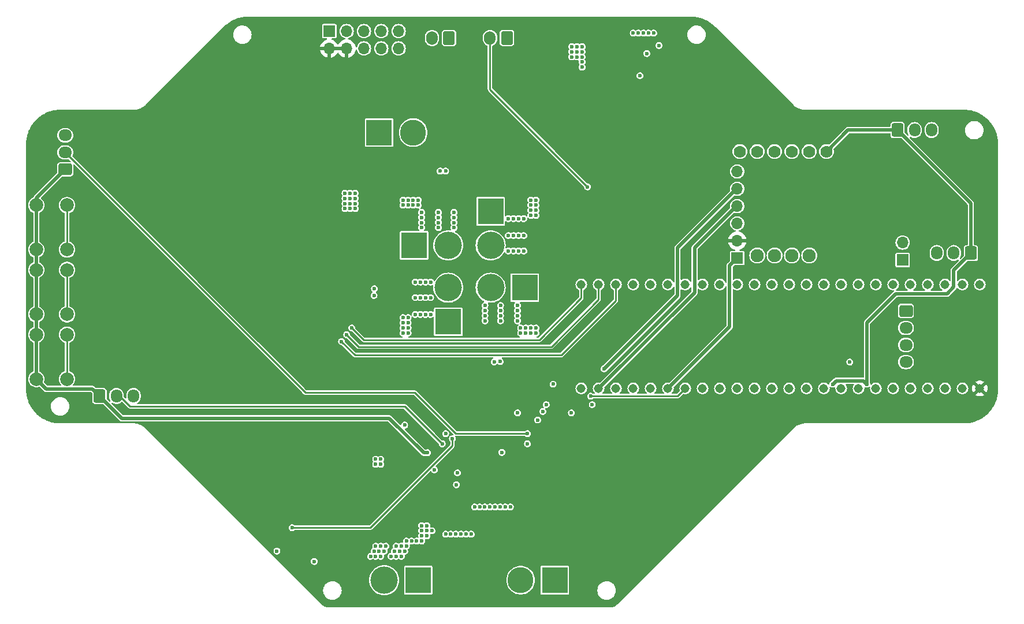
<source format=gbr>
%TF.GenerationSoftware,KiCad,Pcbnew,7.0.8*%
%TF.CreationDate,2023-11-18T19:30:00+11:00*%
%TF.ProjectId,Main 4.3,4d61696e-2034-42e3-932e-6b696361645f,rev?*%
%TF.SameCoordinates,Original*%
%TF.FileFunction,Copper,L2,Inr*%
%TF.FilePolarity,Positive*%
%FSLAX46Y46*%
G04 Gerber Fmt 4.6, Leading zero omitted, Abs format (unit mm)*
G04 Created by KiCad (PCBNEW 7.0.8) date 2023-11-18 19:30:00*
%MOMM*%
%LPD*%
G01*
G04 APERTURE LIST*
G04 Aperture macros list*
%AMRoundRect*
0 Rectangle with rounded corners*
0 $1 Rounding radius*
0 $2 $3 $4 $5 $6 $7 $8 $9 X,Y pos of 4 corners*
0 Add a 4 corners polygon primitive as box body*
4,1,4,$2,$3,$4,$5,$6,$7,$8,$9,$2,$3,0*
0 Add four circle primitives for the rounded corners*
1,1,$1+$1,$2,$3*
1,1,$1+$1,$4,$5*
1,1,$1+$1,$6,$7*
1,1,$1+$1,$8,$9*
0 Add four rect primitives between the rounded corners*
20,1,$1+$1,$2,$3,$4,$5,0*
20,1,$1+$1,$4,$5,$6,$7,0*
20,1,$1+$1,$6,$7,$8,$9,0*
20,1,$1+$1,$8,$9,$2,$3,0*%
G04 Aperture macros list end*
%TA.AperFunction,ComponentPad*%
%ADD10R,3.800000X3.800000*%
%TD*%
%TA.AperFunction,ComponentPad*%
%ADD11C,3.800000*%
%TD*%
%TA.AperFunction,ComponentPad*%
%ADD12R,1.700000X1.700000*%
%TD*%
%TA.AperFunction,ComponentPad*%
%ADD13O,1.700000X1.700000*%
%TD*%
%TA.AperFunction,ComponentPad*%
%ADD14C,2.000000*%
%TD*%
%TA.AperFunction,ComponentPad*%
%ADD15RoundRect,0.250000X-0.600000X-0.725000X0.600000X-0.725000X0.600000X0.725000X-0.600000X0.725000X0*%
%TD*%
%TA.AperFunction,ComponentPad*%
%ADD16O,1.700000X1.950000*%
%TD*%
%TA.AperFunction,ComponentPad*%
%ADD17C,1.778000*%
%TD*%
%TA.AperFunction,ComponentPad*%
%ADD18C,1.930400*%
%TD*%
%TA.AperFunction,ComponentPad*%
%ADD19RoundRect,0.250000X0.725000X-0.600000X0.725000X0.600000X-0.725000X0.600000X-0.725000X-0.600000X0*%
%TD*%
%TA.AperFunction,ComponentPad*%
%ADD20O,1.950000X1.700000*%
%TD*%
%TA.AperFunction,ComponentPad*%
%ADD21RoundRect,0.250000X0.600000X0.725000X-0.600000X0.725000X-0.600000X-0.725000X0.600000X-0.725000X0*%
%TD*%
%TA.AperFunction,ComponentPad*%
%ADD22C,4.000000*%
%TD*%
%TA.AperFunction,ComponentPad*%
%ADD23C,1.308000*%
%TD*%
%TA.AperFunction,ComponentPad*%
%ADD24RoundRect,0.250000X0.600000X0.750000X-0.600000X0.750000X-0.600000X-0.750000X0.600000X-0.750000X0*%
%TD*%
%TA.AperFunction,ComponentPad*%
%ADD25O,1.700000X2.000000*%
%TD*%
%TA.AperFunction,ComponentPad*%
%ADD26RoundRect,0.250000X-0.725000X0.600000X-0.725000X-0.600000X0.725000X-0.600000X0.725000X0.600000X0*%
%TD*%
%TA.AperFunction,ViaPad*%
%ADD27C,0.600000*%
%TD*%
%TA.AperFunction,Conductor*%
%ADD28C,0.250000*%
%TD*%
%TA.AperFunction,Conductor*%
%ADD29C,0.500000*%
%TD*%
G04 APERTURE END LIST*
D10*
%TO.N,GNDPWR*%
%TO.C,J1*%
X162500000Y-196000000D03*
D11*
%TO.N,Net-(J1-Pin_2)*%
X157500000Y-196000000D03*
%TD*%
D12*
%TO.N,/SUPERTMTX*%
%TO.C,J7*%
X213500000Y-149025000D03*
D13*
%TO.N,GNDS*%
X213500000Y-146485000D03*
%TD*%
D14*
%TO.N,+3V3*%
%TO.C,SW2*%
X86500000Y-157000000D03*
X86500000Y-150500000D03*
%TO.N,/SW2*%
X91000000Y-157000000D03*
X91000000Y-150500000D03*
%TD*%
D15*
%TO.N,+3V3*%
%TO.C,J18*%
X95750000Y-168975000D03*
D16*
%TO.N,/ENC3*%
X98250000Y-168975000D03*
%TO.N,GNDS*%
X100750000Y-168975000D03*
%TD*%
D17*
%TO.N,+3V3*%
%TO.C,U4*%
X202350000Y-133130000D03*
%TO.N,unconnected-(U4-3V-Pad2)*%
X199810000Y-133130000D03*
%TO.N,GNDS*%
X197270000Y-133130000D03*
%TO.N,/SCL*%
X194730000Y-133130000D03*
%TO.N,/SDA*%
X192190000Y-133130000D03*
%TO.N,unconnected-(U4-RST-Pad6)*%
X189650000Y-133130000D03*
D18*
%TO.N,unconnected-(U4-INT-Pad7)*%
X199810000Y-148370000D03*
%TO.N,unconnected-(U4-ADR-Pad8)*%
X197270000Y-148370000D03*
%TO.N,unconnected-(U4-PS0-Pad9)*%
X194730000Y-148370000D03*
%TO.N,unconnected-(U4-PS1-Pad10)*%
X192190000Y-148370000D03*
%TD*%
D15*
%TO.N,+3V3*%
%TO.C,J16*%
X212750000Y-129975000D03*
D16*
%TO.N,/ENC1*%
X215250000Y-129975000D03*
%TO.N,GNDS*%
X217750000Y-129975000D03*
%TD*%
D14*
%TO.N,+3V3*%
%TO.C,SW1*%
X86500000Y-147500000D03*
X86500000Y-141000000D03*
%TO.N,/SW1*%
X91000000Y-147500000D03*
X91000000Y-141000000D03*
%TD*%
D19*
%TO.N,+3V3*%
%TO.C,J19*%
X90725000Y-135750000D03*
D20*
%TO.N,/ENC4*%
X90725000Y-133250000D03*
%TO.N,GNDS*%
X90725000Y-130750000D03*
%TD*%
D21*
%TO.N,+3V3*%
%TO.C,J17*%
X223500000Y-148025000D03*
D16*
%TO.N,/ENC2*%
X221000000Y-148025000D03*
%TO.N,GNDS*%
X218500000Y-148025000D03*
%TD*%
D12*
%TO.N,unconnected-(J8-Pin_1-Pad1)*%
%TO.C,J8*%
X129450000Y-115460000D03*
D13*
%TO.N,+5V*%
X129450000Y-118000000D03*
%TO.N,unconnected-(J8-Pin_3-Pad3)*%
X131990000Y-115460000D03*
%TO.N,+5V*%
X131990000Y-118000000D03*
%TO.N,unconnected-(J8-Pin_5-Pad5)*%
X134530000Y-115460000D03*
%TO.N,GNDPWR*%
X134530000Y-118000000D03*
%TO.N,unconnected-(J8-Pin_7-Pad7)*%
X137070000Y-115460000D03*
%TO.N,/RPITX*%
X137070000Y-118000000D03*
%TO.N,GNDS*%
X139610000Y-115460000D03*
%TO.N,/RPIRX*%
X139610000Y-118000000D03*
%TD*%
D10*
%TO.N,Net-(J1-Pin_2)*%
%TO.C,J2*%
X142500000Y-196000000D03*
D22*
%TO.N,+15V*%
X137500000Y-196000000D03*
%TD*%
D14*
%TO.N,+3V3*%
%TO.C,SW3*%
X86500000Y-166500000D03*
X86500000Y-160000000D03*
%TO.N,/SW3*%
X91000000Y-166500000D03*
X91000000Y-160000000D03*
%TD*%
D23*
%TO.N,/SUPERTMTX*%
%TO.C,U6*%
X222270000Y-152630000D03*
%TO.N,unconnected-(U6-TX1-Pad1)*%
X219730000Y-152630000D03*
%TO.N,unconnected-(U6-OUT2-Pad2)*%
X217190000Y-152630000D03*
%TO.N,unconnected-(U6-LRCLK2-Pad3)*%
X214650000Y-152630000D03*
%TO.N,unconnected-(U6-3.3V-Pad3.3V_1)*%
X189250000Y-152630000D03*
%TO.N,unconnected-(U6-3.3V__1-Pad3.3V_2)*%
X219730000Y-167870000D03*
%TO.N,unconnected-(U6-BCLK2-Pad4)*%
X212110000Y-152630000D03*
%TO.N,unconnected-(U6-IN2-Pad5)*%
X209570000Y-152630000D03*
%TO.N,unconnected-(U6-OUT1D-Pad6)*%
X207030000Y-152630000D03*
%TO.N,/RPITX*%
X204490000Y-152630000D03*
%TO.N,/RPIRX*%
X201950000Y-152630000D03*
%TO.N,unconnected-(U6-OUT1C-Pad9)*%
X199410000Y-152630000D03*
%TO.N,unconnected-(U6-CS1-Pad10)*%
X196870000Y-152630000D03*
%TO.N,/M5IN1*%
X194330000Y-152630000D03*
%TO.N,/M5IN2*%
X191790000Y-152630000D03*
%TO.N,unconnected-(U6-SCK-Pad13)*%
X191790000Y-167870000D03*
%TO.N,/M3IN2*%
X194330000Y-167870000D03*
%TO.N,/M3IN1*%
X196870000Y-167870000D03*
%TO.N,unconnected-(U6-A2-Pad16)*%
X199410000Y-167870000D03*
%TO.N,unconnected-(U6-A3-Pad17)*%
X201950000Y-167870000D03*
%TO.N,Net-(U6-A4)*%
X204490000Y-167870000D03*
%TO.N,Net-(U6-A5)*%
X207030000Y-167870000D03*
%TO.N,/ENC4*%
X209570000Y-167870000D03*
%TO.N,/ENC3*%
X212110000Y-167870000D03*
%TO.N,/ENC2*%
X214650000Y-167870000D03*
%TO.N,/ENC1*%
X217190000Y-167870000D03*
%TO.N,/M4IN1*%
X186710000Y-152630000D03*
%TO.N,/M4IN2*%
X184170000Y-152630000D03*
%TO.N,/BEAMBRK*%
X181630000Y-152630000D03*
%TO.N,unconnected-(U6-A13-Pad27)*%
X179090000Y-152630000D03*
%TO.N,/M1IN2*%
X176550000Y-152630000D03*
%TO.N,/M1IN1*%
X174010000Y-152630000D03*
%TO.N,/SW3*%
X171470000Y-152630000D03*
%TO.N,/SW2*%
X168930000Y-152630000D03*
%TO.N,/SW1*%
X166390000Y-152630000D03*
%TO.N,/KICK*%
X166390000Y-167870000D03*
%TO.N,/BTTX*%
X168930000Y-167870000D03*
%TO.N,/BTRX*%
X171470000Y-167870000D03*
%TO.N,/M2IN2*%
X174010000Y-167870000D03*
%TO.N,/M2IN1*%
X176550000Y-167870000D03*
%TO.N,/BTEN*%
X179090000Y-167870000D03*
%TO.N,/CHRG*%
X181630000Y-167870000D03*
%TO.N,unconnected-(U6-A16-Pad40)*%
X184170000Y-167870000D03*
%TO.N,unconnected-(U6-A17-Pad41)*%
X186710000Y-167870000D03*
%TO.N,GNDS*%
X224810000Y-152630000D03*
X189250000Y-167870000D03*
X222270000Y-167870000D03*
%TO.N,+5V*%
X224810000Y-167870000D03*
%TD*%
D24*
%TO.N,GNDPWR*%
%TO.C,D2*%
X147000000Y-116475000D03*
D25*
%TO.N,Net-(D2-A)*%
X144500000Y-116475000D03*
%TD*%
D10*
%TO.N,Net-(D7-A)*%
%TO.C,J9*%
X136750000Y-130350000D03*
D11*
%TO.N,Net-(J9-Pin_2)*%
X141750000Y-130350000D03*
%TD*%
D12*
%TO.N,/BTEN*%
%TO.C,U5*%
X189250000Y-148750000D03*
D13*
%TO.N,+5V*%
X189250000Y-146210000D03*
%TO.N,GNDS*%
X189250000Y-143670000D03*
%TO.N,/BTTX*%
X189250000Y-141130000D03*
%TO.N,/BTRX*%
X189250000Y-138590000D03*
%TO.N,unconnected-(U5-State-Pad6)*%
X189250000Y-136050000D03*
%TD*%
D24*
%TO.N,+3V3*%
%TO.C,Q1*%
X155500000Y-116475000D03*
D25*
%TO.N,/BEAMBRK*%
X153000000Y-116475000D03*
%TD*%
D10*
%TO.N,/M4B*%
%TO.C,J13*%
X141900000Y-146900000D03*
D22*
%TO.N,/M4A*%
X146900000Y-146900000D03*
%TD*%
D10*
%TO.N,/M1B*%
%TO.C,J10*%
X153100000Y-141900000D03*
D22*
%TO.N,/M1A*%
X153100000Y-146900000D03*
%TD*%
D10*
%TO.N,/M2B*%
%TO.C,J11*%
X158100000Y-153100000D03*
D22*
%TO.N,/M2A*%
X153100000Y-153100000D03*
%TD*%
D26*
%TO.N,+15V*%
%TO.C,J5*%
X213975000Y-156500000D03*
D20*
%TO.N,GNDPWR*%
X213975000Y-159000000D03*
%TO.N,/SDA*%
X213975000Y-161500000D03*
%TO.N,/SCL*%
X213975000Y-164000000D03*
%TD*%
D10*
%TO.N,/M3B*%
%TO.C,J12*%
X146900000Y-158100000D03*
D22*
%TO.N,/M3A*%
X146900000Y-153100000D03*
%TD*%
D27*
%TO.N,GNDS*%
X175500000Y-115750000D03*
X164950000Y-171450000D03*
X176250000Y-115750000D03*
X174000000Y-115750000D03*
X174750000Y-115750000D03*
X162250000Y-167245500D03*
X157050000Y-171450000D03*
X177000000Y-115750000D03*
%TO.N,/SW3*%
X131250000Y-161000000D03*
%TO.N,/SW2*%
X132000000Y-160000000D03*
%TO.N,/SW1*%
X132750000Y-159000000D03*
%TO.N,/SDA*%
X160750000Y-171250000D03*
X176000000Y-118750000D03*
X205750000Y-164000000D03*
%TO.N,/SCL*%
X177795023Y-117575000D03*
X160000000Y-172500000D03*
%TO.N,/M4IN2*%
X145700497Y-136000000D03*
%TO.N,/M4IN1*%
X146500000Y-136000000D03*
%TO.N,/M3IN2*%
X136000000Y-154250000D03*
%TO.N,/M3IN1*%
X136073000Y-153250000D03*
%TO.N,/M2IN2*%
X154500000Y-163927000D03*
%TO.N,/M2IN1*%
X153641102Y-163980493D03*
%TO.N,/KICK*%
X146500000Y-174500000D03*
%TO.N,/ENC4*%
X158500000Y-174500000D03*
%TO.N,/ENC3*%
X146000000Y-176000000D03*
X158500000Y-176000000D03*
%TO.N,+5V*%
X161684750Y-178750000D03*
X160934750Y-181000000D03*
X160184750Y-178750000D03*
X165500000Y-177250000D03*
X160184750Y-181750000D03*
X167000000Y-178750000D03*
X162434750Y-181750000D03*
X133650000Y-156174997D03*
X166350000Y-143825003D03*
X162434750Y-180250000D03*
X165500000Y-178000000D03*
X161684750Y-181750000D03*
X160934750Y-179500000D03*
X164250000Y-123500000D03*
X160934750Y-180250000D03*
X143825003Y-133650000D03*
X161684750Y-179500000D03*
X161684750Y-180250000D03*
X144500000Y-121500000D03*
X160934750Y-181750000D03*
X160184750Y-181000000D03*
X162434750Y-178750000D03*
X158290000Y-191260000D03*
X162434750Y-179500000D03*
X160184750Y-180250000D03*
X166250000Y-178750000D03*
X161684750Y-181000000D03*
X160934750Y-178750000D03*
X160184750Y-179500000D03*
X162434750Y-181000000D03*
X156174997Y-166350000D03*
X165500000Y-178750000D03*
%TO.N,+3V3*%
X175000000Y-122000000D03*
X208250000Y-167250000D03*
X168000000Y-170250000D03*
X203250000Y-167250000D03*
X154750000Y-177250000D03*
X143866030Y-177303292D03*
X161250000Y-170250000D03*
%TO.N,+15V*%
X152275000Y-155700000D03*
X142800000Y-154550000D03*
X140750000Y-190250000D03*
X166500000Y-119250000D03*
X155700000Y-142975000D03*
X143000000Y-188750000D03*
X140250000Y-157500000D03*
X166500000Y-118500000D03*
X136000000Y-191750000D03*
X137000000Y-192500000D03*
X142975000Y-142050000D03*
X143550000Y-157025000D03*
X143000000Y-188000000D03*
X158250000Y-159000000D03*
X145450000Y-142800000D03*
X165000000Y-117750000D03*
X142975000Y-142800000D03*
X140250000Y-159000000D03*
X141500000Y-190250000D03*
X159000000Y-140250000D03*
X165000000Y-118500000D03*
X165000000Y-119250000D03*
X157200000Y-142975000D03*
X151500000Y-185250000D03*
X141750000Y-140250000D03*
X156450000Y-147725000D03*
X166500000Y-120750000D03*
X143000000Y-190250000D03*
X139000000Y-191750000D03*
X154550000Y-156450000D03*
X157025000Y-156450000D03*
X138500000Y-192500000D03*
X137500000Y-191750000D03*
X142050000Y-157025000D03*
X159750000Y-141750000D03*
X143000000Y-189500000D03*
X159000000Y-142500000D03*
X142250000Y-190250000D03*
X157500000Y-159750000D03*
X142975000Y-144300000D03*
X137750000Y-191000000D03*
X157025000Y-155700000D03*
X165750000Y-119250000D03*
X140500000Y-173250000D03*
X157500000Y-159000000D03*
X152275000Y-157950000D03*
X143750000Y-189500000D03*
X140750000Y-191000000D03*
X166500000Y-117750000D03*
X154550000Y-155700000D03*
X155250000Y-185250000D03*
X140250000Y-141000000D03*
X148100000Y-182000000D03*
X156000000Y-185250000D03*
X141000000Y-157500000D03*
X143750000Y-188750000D03*
X157950000Y-142975000D03*
X136750000Y-191750000D03*
X165750000Y-117750000D03*
X159750000Y-142500000D03*
X121772143Y-191727857D03*
X152250000Y-185250000D03*
X157025000Y-157950000D03*
X140500000Y-191750000D03*
X144300000Y-157025000D03*
X139250000Y-191000000D03*
X152275000Y-157200000D03*
X144500000Y-188750000D03*
X142800000Y-152275000D03*
X159000000Y-159000000D03*
X139750000Y-191750000D03*
X154550000Y-157950000D03*
X155700000Y-147725000D03*
X159750000Y-140250000D03*
X142500000Y-141000000D03*
X156450000Y-142975000D03*
X142050000Y-154550000D03*
X147725000Y-144300000D03*
X147725000Y-142800000D03*
X140250000Y-159750000D03*
X140250000Y-158250000D03*
X140000000Y-191000000D03*
X135500000Y-192500000D03*
X159000000Y-141000000D03*
X137000000Y-191000000D03*
X157200000Y-145450000D03*
X166500000Y-120000000D03*
X156450000Y-145450000D03*
X141000000Y-141000000D03*
X153000000Y-185250000D03*
X147725000Y-143550000D03*
X141000000Y-159750000D03*
X145450000Y-142050000D03*
X157200000Y-147725000D03*
X165750000Y-118500000D03*
X142975000Y-143550000D03*
X155700000Y-145450000D03*
X143550000Y-152275000D03*
X159750000Y-141000000D03*
X158250000Y-159750000D03*
X144300000Y-152275000D03*
X154500000Y-185250000D03*
X145450000Y-143550000D03*
X147725000Y-142050000D03*
X159750000Y-159750000D03*
X127250000Y-193250000D03*
X144300000Y-154550000D03*
X157025000Y-157200000D03*
X145450000Y-144300000D03*
X154550000Y-157200000D03*
X141000000Y-158250000D03*
X152275000Y-156450000D03*
X136250000Y-192500000D03*
X159000000Y-159750000D03*
X136250000Y-191000000D03*
X142800000Y-157025000D03*
X157950000Y-147725000D03*
X142500000Y-140250000D03*
X143550000Y-154550000D03*
X141000000Y-159000000D03*
X153750000Y-185250000D03*
X142050000Y-152275000D03*
X159750000Y-159000000D03*
X139250000Y-192500000D03*
X159000000Y-141750000D03*
X140000000Y-192500000D03*
X141750000Y-141000000D03*
X157950000Y-145450000D03*
X150750000Y-185250000D03*
X143750000Y-188000000D03*
X141000000Y-140250000D03*
X140250000Y-140250000D03*
%TO.N,/BEAMBRK*%
X167304223Y-138303517D03*
%TO.N,Net-(J9-Pin_2)*%
X132500000Y-140000000D03*
X132500000Y-139250000D03*
X131750000Y-140750000D03*
X132500000Y-141500000D03*
X133250000Y-140000000D03*
X131750000Y-140000000D03*
X133250000Y-141500000D03*
X132500000Y-140750000D03*
X131750000Y-141500000D03*
X131750000Y-139250000D03*
X133250000Y-139250000D03*
X133250000Y-140750000D03*
%TO.N,/CHRG*%
X124000000Y-188298583D03*
X167750000Y-169000000D03*
X147500000Y-175250000D03*
%TO.N,GNDPWR*%
X136250000Y-179000000D03*
X144875500Y-179820273D03*
X148750000Y-189250000D03*
X148250000Y-180250000D03*
X137000000Y-179000000D03*
X150250000Y-189250000D03*
X136250000Y-178250000D03*
X137000000Y-178250000D03*
X147250000Y-189250000D03*
X149500000Y-189250000D03*
X146500000Y-189250000D03*
X148000000Y-189250000D03*
%TO.N,/BTRX*%
X169750000Y-165000000D03*
%TD*%
D28*
%TO.N,/SW3*%
X171470000Y-154980000D02*
X171470000Y-152630000D01*
X131250000Y-161000000D02*
X133250000Y-163000000D01*
X163450000Y-163000000D02*
X171470000Y-154980000D01*
X91000000Y-160000000D02*
X91000000Y-166500000D01*
X133250000Y-163000000D02*
X163450000Y-163000000D01*
%TO.N,/SW2*%
X91000000Y-150500000D02*
X91000000Y-157000000D01*
X132000000Y-160000000D02*
X133750000Y-161750000D01*
X162000000Y-161750000D02*
X168930000Y-154820000D01*
X133750000Y-161750000D02*
X162000000Y-161750000D01*
X168930000Y-154820000D02*
X168930000Y-152630000D01*
%TO.N,/SW1*%
X91000000Y-141000000D02*
X91000000Y-147500000D01*
X160250000Y-160750000D02*
X166390000Y-154610000D01*
X132750000Y-159000000D02*
X134500000Y-160750000D01*
X166390000Y-154610000D02*
X166390000Y-152630000D01*
X134500000Y-160750000D02*
X160250000Y-160750000D01*
%TO.N,/ENC4*%
X158500000Y-174500000D02*
X148000000Y-174500000D01*
X142000000Y-168500000D02*
X125975000Y-168500000D01*
X148000000Y-174500000D02*
X142000000Y-168500000D01*
X125975000Y-168500000D02*
X90725000Y-133250000D01*
%TO.N,/ENC3*%
X100250000Y-170500000D02*
X98725000Y-168975000D01*
X146000000Y-176000000D02*
X140500000Y-170500000D01*
X140500000Y-170500000D02*
X100250000Y-170500000D01*
D29*
%TO.N,+3V3*%
X205505000Y-129975000D02*
X202350000Y-133130000D01*
X86500000Y-166500000D02*
X87950000Y-167950000D01*
X143866030Y-177303292D02*
X143303292Y-177303292D01*
X203750000Y-166750000D02*
X207750000Y-166750000D01*
X94725000Y-167950000D02*
X95750000Y-168975000D01*
X86500000Y-139975000D02*
X90725000Y-135750000D01*
X87950000Y-167950000D02*
X94725000Y-167950000D01*
X208250000Y-167250000D02*
X208250000Y-158250000D01*
X208250000Y-158250000D02*
X212500000Y-154000000D01*
X212750000Y-129975000D02*
X205505000Y-129975000D01*
X221000000Y-153000000D02*
X221000000Y-150525000D01*
X212750000Y-129975000D02*
X223500000Y-140725000D01*
X221000000Y-150525000D02*
X223500000Y-148025000D01*
X203250000Y-167250000D02*
X203750000Y-166750000D01*
X207750000Y-166750000D02*
X208250000Y-167250000D01*
X138250000Y-172250000D02*
X99025000Y-172250000D01*
X86500000Y-141000000D02*
X86500000Y-139975000D01*
X86500000Y-166500000D02*
X86500000Y-141000000D01*
X99025000Y-172250000D02*
X95750000Y-168975000D01*
X143303292Y-177303292D02*
X138250000Y-172250000D01*
X212500000Y-154000000D02*
X220000000Y-154000000D01*
X223500000Y-140725000D02*
X223500000Y-148025000D01*
X220000000Y-154000000D02*
X221000000Y-153000000D01*
D28*
%TO.N,/BEAMBRK*%
X167304223Y-138303517D02*
X167303517Y-138303517D01*
X153000000Y-124000000D02*
X153000000Y-116475000D01*
X167303517Y-138303517D02*
X153000000Y-124000000D01*
D29*
%TO.N,/BTEN*%
X188146000Y-149854000D02*
X188146000Y-158814000D01*
X189250000Y-148750000D02*
X188146000Y-149854000D01*
X188146000Y-158814000D02*
X179090000Y-167870000D01*
D28*
%TO.N,/CHRG*%
X167750000Y-169000000D02*
X180500000Y-169000000D01*
X180500000Y-169000000D02*
X181630000Y-167870000D01*
X147500000Y-175250000D02*
X147500000Y-176250000D01*
X135451417Y-188298583D02*
X124000000Y-188298583D01*
X147500000Y-176250000D02*
X135451417Y-188298583D01*
D29*
%TO.N,/BTTX*%
X183000000Y-153800000D02*
X168930000Y-167870000D01*
X189250000Y-141130000D02*
X189120000Y-141130000D01*
X189120000Y-141130000D02*
X183000000Y-147250000D01*
X183000000Y-147250000D02*
X183000000Y-153800000D01*
%TO.N,/BTRX*%
X180500000Y-154250000D02*
X180500000Y-147250000D01*
X169750000Y-165000000D02*
X180500000Y-154250000D01*
X180500000Y-147250000D02*
X189160000Y-138590000D01*
X189160000Y-138590000D02*
X189250000Y-138590000D01*
%TD*%
%TA.AperFunction,Conductor*%
%TO.N,+5V*%
G36*
X131530507Y-117790156D02*
G01*
X131490000Y-117928111D01*
X131490000Y-118071889D01*
X131530507Y-118209844D01*
X131556314Y-118250000D01*
X129883686Y-118250000D01*
X129909493Y-118209844D01*
X129950000Y-118071889D01*
X129950000Y-117928111D01*
X129909493Y-117790156D01*
X129883686Y-117750000D01*
X131556314Y-117750000D01*
X131530507Y-117790156D01*
G37*
%TD.AperFunction*%
%TA.AperFunction,Conductor*%
G36*
X182610720Y-113358573D02*
G01*
X182902291Y-113371297D01*
X182905883Y-113371588D01*
X183085348Y-113392828D01*
X183314267Y-113422967D01*
X183317390Y-113423483D01*
X183505976Y-113460995D01*
X183720692Y-113508597D01*
X183723346Y-113509265D01*
X183912702Y-113562669D01*
X184118924Y-113627692D01*
X184121088Y-113628432D01*
X184307348Y-113697147D01*
X184450083Y-113756270D01*
X184507218Y-113779937D01*
X184687505Y-113863051D01*
X184689639Y-113864098D01*
X184881394Y-113963920D01*
X185053008Y-114060029D01*
X185055411Y-114061466D01*
X185240877Y-114179622D01*
X185400738Y-114286438D01*
X185403351Y-114288311D01*
X185586474Y-114428827D01*
X185728405Y-114540718D01*
X185731193Y-114543089D01*
X185945274Y-114739261D01*
X186031014Y-114818519D01*
X197480263Y-126267767D01*
X197526994Y-126314630D01*
X197527387Y-126314850D01*
X197579931Y-126367398D01*
X197688749Y-126454184D01*
X197799501Y-126542512D01*
X197799511Y-126542518D01*
X198037299Y-126691941D01*
X198037301Y-126691942D01*
X198134538Y-126738771D01*
X198290333Y-126813801D01*
X198290339Y-126813803D01*
X198290340Y-126813804D01*
X198420179Y-126859238D01*
X198555421Y-126906563D01*
X198829229Y-126969058D01*
X198849406Y-126971331D01*
X198855835Y-126974251D01*
X198901244Y-126977227D01*
X198903550Y-126977432D01*
X198958802Y-126983656D01*
X199108312Y-127000502D01*
X199248737Y-127000500D01*
X199249237Y-127000500D01*
X199254761Y-127000500D01*
X199257999Y-127000606D01*
X199277517Y-127001885D01*
X199288393Y-127000500D01*
X222499500Y-127000500D01*
X222500000Y-127000500D01*
X222717318Y-127009488D01*
X222916440Y-127018182D01*
X222920367Y-127018512D01*
X223136792Y-127045489D01*
X223335256Y-127071618D01*
X223337736Y-127071945D01*
X223341433Y-127072574D01*
X223554183Y-127117183D01*
X223752994Y-127161259D01*
X223756335Y-127162125D01*
X223964544Y-127224112D01*
X224045573Y-127249661D01*
X224159043Y-127285439D01*
X224162152Y-127286534D01*
X224236518Y-127315551D01*
X224364457Y-127365472D01*
X224553142Y-127443629D01*
X224555895Y-127444870D01*
X224676345Y-127503755D01*
X224750992Y-127540248D01*
X224807879Y-127569861D01*
X224932345Y-127634654D01*
X224934793Y-127636019D01*
X225043221Y-127700628D01*
X225121382Y-127747202D01*
X225293940Y-127857134D01*
X225296085Y-127858581D01*
X225460269Y-127975806D01*
X225472918Y-127984837D01*
X225635352Y-128109477D01*
X225637176Y-128110947D01*
X225803052Y-128251437D01*
X225934370Y-128371766D01*
X225954895Y-128390574D01*
X226109425Y-128545104D01*
X226248555Y-128696938D01*
X226389044Y-128862813D01*
X226390521Y-128864646D01*
X226515162Y-129027081D01*
X226561400Y-129091841D01*
X226635578Y-129195734D01*
X226641402Y-129203890D01*
X226642864Y-129206058D01*
X226752797Y-129378617D01*
X226863970Y-129565189D01*
X226865354Y-129567671D01*
X226959751Y-129749007D01*
X227055118Y-129944082D01*
X227056380Y-129946880D01*
X227134536Y-130135566D01*
X227213464Y-130337846D01*
X227214559Y-130340955D01*
X227275899Y-130535496D01*
X227337863Y-130743627D01*
X227338748Y-130747039D01*
X227382818Y-130945826D01*
X227427423Y-131158564D01*
X227428053Y-131162262D01*
X227454524Y-131363319D01*
X227481484Y-131579612D01*
X227481817Y-131583577D01*
X227490513Y-131782728D01*
X227499500Y-132000000D01*
X227499500Y-168000000D01*
X227490513Y-168217271D01*
X227481817Y-168416421D01*
X227481484Y-168420386D01*
X227454524Y-168636680D01*
X227428053Y-168837736D01*
X227427423Y-168841434D01*
X227382818Y-169054173D01*
X227338748Y-169252959D01*
X227337863Y-169256371D01*
X227275899Y-169464503D01*
X227214559Y-169659043D01*
X227213464Y-169662152D01*
X227134536Y-169864433D01*
X227056380Y-170053118D01*
X227055118Y-170055915D01*
X226959751Y-170250992D01*
X226865354Y-170432327D01*
X226863970Y-170434809D01*
X226752797Y-170621382D01*
X226642864Y-170793940D01*
X226641402Y-170796107D01*
X226515162Y-170972918D01*
X226390521Y-171135352D01*
X226389023Y-171137211D01*
X226248557Y-171303059D01*
X226109425Y-171454895D01*
X225954895Y-171609425D01*
X225803059Y-171748557D01*
X225637211Y-171889023D01*
X225635352Y-171890521D01*
X225472918Y-172015162D01*
X225296107Y-172141402D01*
X225293940Y-172142864D01*
X225121382Y-172252797D01*
X224934809Y-172363970D01*
X224932327Y-172365354D01*
X224750992Y-172459751D01*
X224555915Y-172555118D01*
X224553118Y-172556380D01*
X224364433Y-172634536D01*
X224162152Y-172713464D01*
X224159043Y-172714559D01*
X223964503Y-172775899D01*
X223756371Y-172837863D01*
X223752959Y-172838748D01*
X223554173Y-172882818D01*
X223341434Y-172927423D01*
X223337736Y-172928053D01*
X223136680Y-172954524D01*
X222920386Y-172981484D01*
X222916421Y-172981817D01*
X222717271Y-172990513D01*
X222500000Y-172999500D01*
X199289779Y-172999500D01*
X199284170Y-172997677D01*
X199258212Y-172999378D01*
X199254977Y-172999484D01*
X199108321Y-172999487D01*
X199108304Y-172999488D01*
X198946534Y-173017719D01*
X198903580Y-173022559D01*
X198901283Y-173022764D01*
X198861158Y-173025393D01*
X198849414Y-173028664D01*
X198829220Y-173030939D01*
X198555427Y-173093436D01*
X198555417Y-173093438D01*
X198290334Y-173186198D01*
X198037301Y-173308054D01*
X198037296Y-173308057D01*
X197799497Y-173457475D01*
X197579913Y-173632584D01*
X197480687Y-173731809D01*
X197480352Y-173731979D01*
X197480432Y-173732060D01*
X197480587Y-173731908D01*
X197480234Y-173732261D01*
X171653325Y-199559168D01*
X171650958Y-199561385D01*
X171623134Y-199585783D01*
X171492572Y-199697320D01*
X171487915Y-199700846D01*
X171417207Y-199748088D01*
X171308584Y-199814646D01*
X171304612Y-199816837D01*
X171223156Y-199857002D01*
X171220205Y-199858339D01*
X171108089Y-199904775D01*
X171105057Y-199905916D01*
X171019067Y-199935103D01*
X171014710Y-199936363D01*
X170890802Y-199966108D01*
X170807398Y-199982695D01*
X170801621Y-199983494D01*
X170632996Y-199996764D01*
X170592873Y-199999393D01*
X170589636Y-199999499D01*
X129409736Y-199999499D01*
X129406499Y-199999393D01*
X129403569Y-199999201D01*
X129370257Y-199997017D01*
X129197948Y-199983449D01*
X129192173Y-199982650D01*
X129110481Y-199966402D01*
X128984749Y-199936217D01*
X128980391Y-199934957D01*
X128895689Y-199906206D01*
X128892657Y-199905065D01*
X128779054Y-199858011D01*
X128776110Y-199856676D01*
X128695890Y-199817117D01*
X128691918Y-199814926D01*
X128581658Y-199747359D01*
X128531078Y-199713564D01*
X128512422Y-199701099D01*
X128507774Y-199697581D01*
X128507468Y-199697320D01*
X128492495Y-199684532D01*
X128375812Y-199584876D01*
X128349142Y-199561488D01*
X128346776Y-199559272D01*
X126287508Y-197500004D01*
X128544341Y-197500004D01*
X128564935Y-197735400D01*
X128626098Y-197963667D01*
X128725959Y-198177818D01*
X128725963Y-198177826D01*
X128725964Y-198177828D01*
X128725965Y-198177829D01*
X128861505Y-198371401D01*
X129028599Y-198538495D01*
X129222171Y-198674035D01*
X129222172Y-198674035D01*
X129222173Y-198674036D01*
X129222181Y-198674040D01*
X129436333Y-198773901D01*
X129436337Y-198773903D01*
X129664592Y-198835063D01*
X129664596Y-198835063D01*
X129664599Y-198835064D01*
X129841028Y-198850500D01*
X129841034Y-198850500D01*
X129958972Y-198850500D01*
X130135400Y-198835064D01*
X130135401Y-198835063D01*
X130135408Y-198835063D01*
X130363663Y-198773903D01*
X130577829Y-198674035D01*
X130771401Y-198538495D01*
X130938495Y-198371401D01*
X131074035Y-198177830D01*
X131173903Y-197963663D01*
X131235063Y-197735408D01*
X131236406Y-197720060D01*
X131255659Y-197500004D01*
X131255659Y-197499995D01*
X131235064Y-197264599D01*
X131235063Y-197264596D01*
X131235063Y-197264592D01*
X131173903Y-197036337D01*
X131084173Y-196843911D01*
X131074040Y-196822181D01*
X131074036Y-196822173D01*
X130938498Y-196628603D01*
X130938497Y-196628602D01*
X130938495Y-196628599D01*
X130771401Y-196461505D01*
X130771397Y-196461502D01*
X130771396Y-196461501D01*
X130577826Y-196325963D01*
X130577818Y-196325959D01*
X130363666Y-196226098D01*
X130363667Y-196226098D01*
X130287578Y-196205710D01*
X130135408Y-196164937D01*
X130135407Y-196164936D01*
X130135400Y-196164935D01*
X129958972Y-196149500D01*
X129958966Y-196149500D01*
X129841034Y-196149500D01*
X129841028Y-196149500D01*
X129664599Y-196164935D01*
X129436332Y-196226098D01*
X129222181Y-196325959D01*
X129222173Y-196325963D01*
X129028603Y-196461501D01*
X128861501Y-196628603D01*
X128725964Y-196822171D01*
X128626097Y-197036337D01*
X128564935Y-197264599D01*
X128544341Y-197499995D01*
X128544341Y-197500004D01*
X126287508Y-197500004D01*
X124787504Y-196000000D01*
X135294778Y-196000000D01*
X135313643Y-196287836D01*
X135369920Y-196570759D01*
X135462640Y-196843900D01*
X135462645Y-196843911D01*
X135590222Y-197102611D01*
X135750477Y-197342450D01*
X135750487Y-197342463D01*
X135922593Y-197538711D01*
X135940673Y-197559327D01*
X135940681Y-197559334D01*
X135940682Y-197559335D01*
X136157536Y-197749512D01*
X136157543Y-197749517D01*
X136157546Y-197749520D01*
X136397389Y-197909778D01*
X136656098Y-198037359D01*
X136726829Y-198061369D01*
X136929240Y-198130079D01*
X136929242Y-198130079D01*
X136929247Y-198130081D01*
X137212161Y-198186356D01*
X137500000Y-198205222D01*
X137787839Y-198186356D01*
X138070753Y-198130081D01*
X138343902Y-198037359D01*
X138582398Y-197919746D01*
X140399500Y-197919746D01*
X140399501Y-197919758D01*
X140411132Y-197978227D01*
X140411134Y-197978233D01*
X140455445Y-198044548D01*
X140455448Y-198044552D01*
X140521769Y-198088867D01*
X140566231Y-198097711D01*
X140580241Y-198100498D01*
X140580246Y-198100498D01*
X140580252Y-198100500D01*
X140580253Y-198100500D01*
X144419747Y-198100500D01*
X144419748Y-198100500D01*
X144478231Y-198088867D01*
X144544552Y-198044552D01*
X144588867Y-197978231D01*
X144600500Y-197919748D01*
X144600500Y-196000003D01*
X155394592Y-196000003D01*
X155414201Y-196286682D01*
X155414202Y-196286686D01*
X155472666Y-196568032D01*
X155494192Y-196628599D01*
X155562990Y-196822181D01*
X155568896Y-196838797D01*
X155701099Y-197093936D01*
X155866811Y-197328698D01*
X156062947Y-197538708D01*
X156285853Y-197720055D01*
X156285859Y-197720059D01*
X156285861Y-197720060D01*
X156531370Y-197869358D01*
X156531382Y-197869365D01*
X156718237Y-197950526D01*
X156794942Y-197983844D01*
X157071642Y-198061371D01*
X157356322Y-198100500D01*
X157356328Y-198100500D01*
X157643672Y-198100500D01*
X157643678Y-198100500D01*
X157928358Y-198061371D01*
X158205058Y-197983844D01*
X158352625Y-197919746D01*
X160399500Y-197919746D01*
X160399501Y-197919758D01*
X160411132Y-197978227D01*
X160411134Y-197978233D01*
X160455445Y-198044548D01*
X160455448Y-198044552D01*
X160521769Y-198088867D01*
X160566231Y-198097711D01*
X160580241Y-198100498D01*
X160580246Y-198100498D01*
X160580252Y-198100500D01*
X160580253Y-198100500D01*
X164419747Y-198100500D01*
X164419748Y-198100500D01*
X164478231Y-198088867D01*
X164544552Y-198044552D01*
X164588867Y-197978231D01*
X164600500Y-197919748D01*
X164600500Y-197500004D01*
X168744341Y-197500004D01*
X168764935Y-197735400D01*
X168826098Y-197963667D01*
X168925959Y-198177818D01*
X168925963Y-198177826D01*
X168925964Y-198177828D01*
X168925965Y-198177829D01*
X169061505Y-198371401D01*
X169228599Y-198538495D01*
X169422171Y-198674035D01*
X169422172Y-198674035D01*
X169422173Y-198674036D01*
X169422181Y-198674040D01*
X169636333Y-198773901D01*
X169636337Y-198773903D01*
X169864592Y-198835063D01*
X169864596Y-198835063D01*
X169864599Y-198835064D01*
X170041028Y-198850500D01*
X170041034Y-198850500D01*
X170158972Y-198850500D01*
X170335400Y-198835064D01*
X170335401Y-198835063D01*
X170335408Y-198835063D01*
X170563663Y-198773903D01*
X170777829Y-198674035D01*
X170971401Y-198538495D01*
X171138495Y-198371401D01*
X171274035Y-198177830D01*
X171373903Y-197963663D01*
X171435063Y-197735408D01*
X171436406Y-197720060D01*
X171455659Y-197500004D01*
X171455659Y-197499995D01*
X171435064Y-197264599D01*
X171435063Y-197264596D01*
X171435063Y-197264592D01*
X171373903Y-197036337D01*
X171284173Y-196843911D01*
X171274040Y-196822181D01*
X171274036Y-196822173D01*
X171138498Y-196628603D01*
X171138497Y-196628602D01*
X171138495Y-196628599D01*
X170971401Y-196461505D01*
X170971397Y-196461502D01*
X170971396Y-196461501D01*
X170777826Y-196325963D01*
X170777818Y-196325959D01*
X170563666Y-196226098D01*
X170563667Y-196226098D01*
X170487578Y-196205710D01*
X170335408Y-196164937D01*
X170335407Y-196164936D01*
X170335400Y-196164935D01*
X170158972Y-196149500D01*
X170158966Y-196149500D01*
X170041034Y-196149500D01*
X170041028Y-196149500D01*
X169864599Y-196164935D01*
X169636332Y-196226098D01*
X169422181Y-196325959D01*
X169422173Y-196325963D01*
X169228603Y-196461501D01*
X169061501Y-196628603D01*
X168925964Y-196822171D01*
X168826097Y-197036337D01*
X168764935Y-197264599D01*
X168744341Y-197499995D01*
X168744341Y-197500004D01*
X164600500Y-197500004D01*
X164600500Y-194080252D01*
X164588867Y-194021769D01*
X164544552Y-193955448D01*
X164544548Y-193955445D01*
X164478233Y-193911134D01*
X164478231Y-193911133D01*
X164478228Y-193911132D01*
X164478227Y-193911132D01*
X164419758Y-193899501D01*
X164419748Y-193899500D01*
X160580252Y-193899500D01*
X160580251Y-193899500D01*
X160580241Y-193899501D01*
X160521772Y-193911132D01*
X160521766Y-193911134D01*
X160455451Y-193955445D01*
X160455445Y-193955451D01*
X160411134Y-194021766D01*
X160411132Y-194021772D01*
X160399501Y-194080241D01*
X160399500Y-194080253D01*
X160399500Y-197919746D01*
X158352625Y-197919746D01*
X158366351Y-197913784D01*
X158468617Y-197869365D01*
X158468620Y-197869362D01*
X158468625Y-197869361D01*
X158714147Y-197720055D01*
X158937053Y-197538708D01*
X159133189Y-197328698D01*
X159298901Y-197093936D01*
X159431104Y-196838797D01*
X159527334Y-196568032D01*
X159585798Y-196286686D01*
X159605408Y-196000000D01*
X159585798Y-195713314D01*
X159527334Y-195431968D01*
X159431104Y-195161203D01*
X159298901Y-194906064D01*
X159133189Y-194671302D01*
X158937053Y-194461292D01*
X158714147Y-194279945D01*
X158714142Y-194279942D01*
X158714138Y-194279939D01*
X158468629Y-194130641D01*
X158468617Y-194130634D01*
X158205063Y-194016158D01*
X158205061Y-194016157D01*
X158205058Y-194016156D01*
X157928358Y-193938629D01*
X157643678Y-193899500D01*
X157356322Y-193899500D01*
X157071642Y-193938629D01*
X156794942Y-194016156D01*
X156794939Y-194016156D01*
X156794936Y-194016158D01*
X156531382Y-194130634D01*
X156531370Y-194130641D01*
X156285861Y-194279939D01*
X156285847Y-194279949D01*
X156062952Y-194461287D01*
X156062951Y-194461288D01*
X155866810Y-194671303D01*
X155866805Y-194671309D01*
X155701098Y-194906065D01*
X155568895Y-195161204D01*
X155472665Y-195431972D01*
X155414203Y-195713308D01*
X155414201Y-195713317D01*
X155394592Y-195999996D01*
X155394592Y-196000003D01*
X144600500Y-196000003D01*
X144600500Y-194080252D01*
X144588867Y-194021769D01*
X144544552Y-193955448D01*
X144544548Y-193955445D01*
X144478233Y-193911134D01*
X144478231Y-193911133D01*
X144478228Y-193911132D01*
X144478227Y-193911132D01*
X144419758Y-193899501D01*
X144419748Y-193899500D01*
X140580252Y-193899500D01*
X140580251Y-193899500D01*
X140580241Y-193899501D01*
X140521772Y-193911132D01*
X140521766Y-193911134D01*
X140455451Y-193955445D01*
X140455445Y-193955451D01*
X140411134Y-194021766D01*
X140411132Y-194021772D01*
X140399501Y-194080241D01*
X140399500Y-194080253D01*
X140399500Y-197919746D01*
X138582398Y-197919746D01*
X138602611Y-197909778D01*
X138842454Y-197749520D01*
X139059327Y-197559327D01*
X139249520Y-197342454D01*
X139409778Y-197102611D01*
X139537359Y-196843902D01*
X139630081Y-196570753D01*
X139686356Y-196287839D01*
X139705222Y-196000000D01*
X139686356Y-195712161D01*
X139630081Y-195429247D01*
X139537359Y-195156098D01*
X139409778Y-194897389D01*
X139249520Y-194657546D01*
X139249517Y-194657543D01*
X139249512Y-194657536D01*
X139059335Y-194440682D01*
X139059334Y-194440681D01*
X139059327Y-194440673D01*
X139059317Y-194440664D01*
X138842463Y-194250487D01*
X138842450Y-194250477D01*
X138602611Y-194090222D01*
X138343911Y-193962645D01*
X138343900Y-193962640D01*
X138070759Y-193869920D01*
X137787836Y-193813643D01*
X137500000Y-193794778D01*
X137212163Y-193813643D01*
X136929240Y-193869920D01*
X136656099Y-193962640D01*
X136656088Y-193962645D01*
X136397388Y-194090222D01*
X136157549Y-194250477D01*
X136157536Y-194250487D01*
X135940682Y-194440664D01*
X135940664Y-194440682D01*
X135750487Y-194657536D01*
X135750477Y-194657549D01*
X135590222Y-194897388D01*
X135462645Y-195156088D01*
X135462640Y-195156099D01*
X135369920Y-195429240D01*
X135313643Y-195712163D01*
X135294778Y-195999999D01*
X135294778Y-196000000D01*
X124787504Y-196000000D01*
X122037506Y-193250002D01*
X126744353Y-193250002D01*
X126764834Y-193392456D01*
X126824622Y-193523371D01*
X126824623Y-193523373D01*
X126918872Y-193632143D01*
X126918873Y-193632144D01*
X127039942Y-193709950D01*
X127039947Y-193709953D01*
X127146403Y-193741211D01*
X127178035Y-193750499D01*
X127178036Y-193750499D01*
X127178039Y-193750500D01*
X127178041Y-193750500D01*
X127321959Y-193750500D01*
X127321961Y-193750500D01*
X127460053Y-193709953D01*
X127581128Y-193632143D01*
X127675377Y-193523373D01*
X127735165Y-193392457D01*
X127755647Y-193250000D01*
X127735165Y-193107543D01*
X127675377Y-192976627D01*
X127581128Y-192867857D01*
X127581127Y-192867856D01*
X127581126Y-192867855D01*
X127460057Y-192790049D01*
X127460054Y-192790047D01*
X127460053Y-192790047D01*
X127460050Y-192790046D01*
X127321964Y-192749500D01*
X127321961Y-192749500D01*
X127178039Y-192749500D01*
X127178035Y-192749500D01*
X127039949Y-192790046D01*
X127039942Y-192790049D01*
X126918873Y-192867855D01*
X126824622Y-192976628D01*
X126764834Y-193107543D01*
X126744353Y-193249997D01*
X126744353Y-193250002D01*
X122037506Y-193250002D01*
X121287506Y-192500002D01*
X134994353Y-192500002D01*
X135014834Y-192642456D01*
X135063720Y-192749500D01*
X135074623Y-192773373D01*
X135156493Y-192867857D01*
X135168873Y-192882144D01*
X135289942Y-192959950D01*
X135289947Y-192959953D01*
X135396403Y-192991211D01*
X135428035Y-193000499D01*
X135428036Y-193000499D01*
X135428039Y-193000500D01*
X135428041Y-193000500D01*
X135571959Y-193000500D01*
X135571961Y-193000500D01*
X135710053Y-192959953D01*
X135821478Y-192888344D01*
X135880652Y-192872790D01*
X135928521Y-192888344D01*
X136039947Y-192959953D01*
X136146403Y-192991211D01*
X136178035Y-193000499D01*
X136178036Y-193000499D01*
X136178039Y-193000500D01*
X136178041Y-193000500D01*
X136321959Y-193000500D01*
X136321961Y-193000500D01*
X136460053Y-192959953D01*
X136571478Y-192888344D01*
X136630652Y-192872790D01*
X136678521Y-192888344D01*
X136789947Y-192959953D01*
X136896403Y-192991211D01*
X136928035Y-193000499D01*
X136928036Y-193000499D01*
X136928039Y-193000500D01*
X136928041Y-193000500D01*
X137071959Y-193000500D01*
X137071961Y-193000500D01*
X137210053Y-192959953D01*
X137331128Y-192882143D01*
X137425377Y-192773373D01*
X137485165Y-192642457D01*
X137505647Y-192500002D01*
X137994353Y-192500002D01*
X138014834Y-192642456D01*
X138063720Y-192749500D01*
X138074623Y-192773373D01*
X138156493Y-192867857D01*
X138168873Y-192882144D01*
X138289942Y-192959950D01*
X138289947Y-192959953D01*
X138396403Y-192991211D01*
X138428035Y-193000499D01*
X138428036Y-193000499D01*
X138428039Y-193000500D01*
X138428041Y-193000500D01*
X138571959Y-193000500D01*
X138571961Y-193000500D01*
X138710053Y-192959953D01*
X138821478Y-192888344D01*
X138880652Y-192872790D01*
X138928521Y-192888344D01*
X139039947Y-192959953D01*
X139146403Y-192991211D01*
X139178035Y-193000499D01*
X139178036Y-193000499D01*
X139178039Y-193000500D01*
X139178041Y-193000500D01*
X139321959Y-193000500D01*
X139321961Y-193000500D01*
X139460053Y-192959953D01*
X139571478Y-192888344D01*
X139630652Y-192872790D01*
X139678521Y-192888344D01*
X139789947Y-192959953D01*
X139896403Y-192991211D01*
X139928035Y-193000499D01*
X139928036Y-193000499D01*
X139928039Y-193000500D01*
X139928041Y-193000500D01*
X140071959Y-193000500D01*
X140071961Y-193000500D01*
X140210053Y-192959953D01*
X140331128Y-192882143D01*
X140425377Y-192773373D01*
X140485165Y-192642457D01*
X140505647Y-192500000D01*
X140505647Y-192499997D01*
X140505647Y-192499996D01*
X140485934Y-192362886D01*
X140496367Y-192302597D01*
X140540245Y-192259954D01*
X140569847Y-192250803D01*
X140571952Y-192250500D01*
X140571961Y-192250500D01*
X140710053Y-192209953D01*
X140831128Y-192132143D01*
X140925377Y-192023373D01*
X140985165Y-191892457D01*
X140991992Y-191844971D01*
X141005647Y-191750002D01*
X141005647Y-191749997D01*
X140985165Y-191607544D01*
X140975052Y-191585400D01*
X140962993Y-191558995D01*
X140956019Y-191498210D01*
X140986105Y-191444932D01*
X140999509Y-191434595D01*
X141081128Y-191382143D01*
X141175377Y-191273373D01*
X141235165Y-191142457D01*
X141255647Y-191000000D01*
X141235165Y-190857543D01*
X141235162Y-190857536D01*
X141233651Y-190852389D01*
X141235396Y-190791228D01*
X141272756Y-190742774D01*
X141331463Y-190725533D01*
X141356525Y-190729501D01*
X141428039Y-190750500D01*
X141428041Y-190750500D01*
X141571959Y-190750500D01*
X141571961Y-190750500D01*
X141710053Y-190709953D01*
X141821478Y-190638344D01*
X141880652Y-190622790D01*
X141928521Y-190638344D01*
X142039947Y-190709953D01*
X142146403Y-190741211D01*
X142178035Y-190750499D01*
X142178036Y-190750499D01*
X142178039Y-190750500D01*
X142178041Y-190750500D01*
X142321959Y-190750500D01*
X142321961Y-190750500D01*
X142460053Y-190709953D01*
X142571478Y-190638344D01*
X142630652Y-190622790D01*
X142678521Y-190638344D01*
X142789947Y-190709953D01*
X142896403Y-190741211D01*
X142928035Y-190750499D01*
X142928036Y-190750499D01*
X142928039Y-190750500D01*
X142928041Y-190750500D01*
X143071959Y-190750500D01*
X143071961Y-190750500D01*
X143210053Y-190709953D01*
X143331128Y-190632143D01*
X143425377Y-190523373D01*
X143485165Y-190392457D01*
X143505647Y-190250000D01*
X143485165Y-190107543D01*
X143485162Y-190107536D01*
X143483651Y-190102389D01*
X143485396Y-190041228D01*
X143522756Y-189992774D01*
X143581463Y-189975533D01*
X143606525Y-189979501D01*
X143678039Y-190000500D01*
X143678041Y-190000500D01*
X143821959Y-190000500D01*
X143821961Y-190000500D01*
X143960053Y-189959953D01*
X144081128Y-189882143D01*
X144175377Y-189773373D01*
X144235165Y-189642457D01*
X144255647Y-189500000D01*
X144235165Y-189357543D01*
X144235162Y-189357536D01*
X144233651Y-189352389D01*
X144235396Y-189291228D01*
X144272756Y-189242774D01*
X144331463Y-189225533D01*
X144356525Y-189229501D01*
X144428039Y-189250500D01*
X144428041Y-189250500D01*
X144571959Y-189250500D01*
X144571961Y-189250500D01*
X144573657Y-189250002D01*
X145994353Y-189250002D01*
X146014834Y-189392456D01*
X146063947Y-189499997D01*
X146074623Y-189523373D01*
X146160768Y-189622790D01*
X146168873Y-189632144D01*
X146289942Y-189709950D01*
X146289947Y-189709953D01*
X146396403Y-189741211D01*
X146428035Y-189750499D01*
X146428036Y-189750499D01*
X146428039Y-189750500D01*
X146428041Y-189750500D01*
X146571959Y-189750500D01*
X146571961Y-189750500D01*
X146710053Y-189709953D01*
X146821478Y-189638344D01*
X146880652Y-189622790D01*
X146928521Y-189638344D01*
X147039947Y-189709953D01*
X147146403Y-189741211D01*
X147178035Y-189750499D01*
X147178036Y-189750499D01*
X147178039Y-189750500D01*
X147178041Y-189750500D01*
X147321959Y-189750500D01*
X147321961Y-189750500D01*
X147460053Y-189709953D01*
X147571478Y-189638344D01*
X147630652Y-189622790D01*
X147678521Y-189638344D01*
X147789947Y-189709953D01*
X147896403Y-189741211D01*
X147928035Y-189750499D01*
X147928036Y-189750499D01*
X147928039Y-189750500D01*
X147928041Y-189750500D01*
X148071959Y-189750500D01*
X148071961Y-189750500D01*
X148210053Y-189709953D01*
X148321478Y-189638344D01*
X148380652Y-189622790D01*
X148428521Y-189638344D01*
X148539947Y-189709953D01*
X148646403Y-189741211D01*
X148678035Y-189750499D01*
X148678036Y-189750499D01*
X148678039Y-189750500D01*
X148678041Y-189750500D01*
X148821959Y-189750500D01*
X148821961Y-189750500D01*
X148960053Y-189709953D01*
X149071478Y-189638344D01*
X149130652Y-189622790D01*
X149178521Y-189638344D01*
X149289947Y-189709953D01*
X149396403Y-189741211D01*
X149428035Y-189750499D01*
X149428036Y-189750499D01*
X149428039Y-189750500D01*
X149428041Y-189750500D01*
X149571959Y-189750500D01*
X149571961Y-189750500D01*
X149710053Y-189709953D01*
X149821478Y-189638344D01*
X149880652Y-189622790D01*
X149928521Y-189638344D01*
X150039947Y-189709953D01*
X150146403Y-189741211D01*
X150178035Y-189750499D01*
X150178036Y-189750499D01*
X150178039Y-189750500D01*
X150178041Y-189750500D01*
X150321959Y-189750500D01*
X150321961Y-189750500D01*
X150460053Y-189709953D01*
X150581128Y-189632143D01*
X150675377Y-189523373D01*
X150735165Y-189392457D01*
X150741992Y-189344971D01*
X150755647Y-189250002D01*
X150755647Y-189249997D01*
X150735165Y-189107543D01*
X150696725Y-189023373D01*
X150675377Y-188976627D01*
X150581128Y-188867857D01*
X150581127Y-188867856D01*
X150581126Y-188867855D01*
X150460057Y-188790049D01*
X150460054Y-188790047D01*
X150460053Y-188790047D01*
X150460050Y-188790046D01*
X150321964Y-188749500D01*
X150321961Y-188749500D01*
X150178039Y-188749500D01*
X150178035Y-188749500D01*
X150039949Y-188790046D01*
X150039942Y-188790049D01*
X149928523Y-188861654D01*
X149869348Y-188877209D01*
X149821477Y-188861654D01*
X149710057Y-188790049D01*
X149710054Y-188790047D01*
X149710053Y-188790047D01*
X149710050Y-188790046D01*
X149571964Y-188749500D01*
X149571961Y-188749500D01*
X149428039Y-188749500D01*
X149428035Y-188749500D01*
X149289949Y-188790046D01*
X149289942Y-188790049D01*
X149178523Y-188861654D01*
X149119348Y-188877209D01*
X149071477Y-188861654D01*
X148960057Y-188790049D01*
X148960054Y-188790047D01*
X148960053Y-188790047D01*
X148960050Y-188790046D01*
X148821964Y-188749500D01*
X148821961Y-188749500D01*
X148678039Y-188749500D01*
X148678035Y-188749500D01*
X148539949Y-188790046D01*
X148539942Y-188790049D01*
X148428523Y-188861654D01*
X148369348Y-188877209D01*
X148321477Y-188861654D01*
X148210057Y-188790049D01*
X148210054Y-188790047D01*
X148210053Y-188790047D01*
X148210050Y-188790046D01*
X148071964Y-188749500D01*
X148071961Y-188749500D01*
X147928039Y-188749500D01*
X147928035Y-188749500D01*
X147789949Y-188790046D01*
X147789942Y-188790049D01*
X147678523Y-188861654D01*
X147619348Y-188877209D01*
X147571477Y-188861654D01*
X147460057Y-188790049D01*
X147460054Y-188790047D01*
X147460053Y-188790047D01*
X147460050Y-188790046D01*
X147321964Y-188749500D01*
X147321961Y-188749500D01*
X147178039Y-188749500D01*
X147178035Y-188749500D01*
X147039949Y-188790046D01*
X147039942Y-188790049D01*
X146928523Y-188861654D01*
X146869348Y-188877209D01*
X146821477Y-188861654D01*
X146710057Y-188790049D01*
X146710054Y-188790047D01*
X146710053Y-188790047D01*
X146710050Y-188790046D01*
X146571964Y-188749500D01*
X146571961Y-188749500D01*
X146428039Y-188749500D01*
X146428035Y-188749500D01*
X146289949Y-188790046D01*
X146289942Y-188790049D01*
X146168873Y-188867855D01*
X146074622Y-188976628D01*
X146014834Y-189107543D01*
X145994353Y-189249997D01*
X145994353Y-189250002D01*
X144573657Y-189250002D01*
X144710053Y-189209953D01*
X144831128Y-189132143D01*
X144925377Y-189023373D01*
X144985165Y-188892457D01*
X145005647Y-188750000D01*
X145005575Y-188749500D01*
X144985165Y-188607543D01*
X144970126Y-188574612D01*
X144925377Y-188476627D01*
X144831128Y-188367857D01*
X144831127Y-188367856D01*
X144831126Y-188367855D01*
X144710057Y-188290049D01*
X144710054Y-188290047D01*
X144710053Y-188290047D01*
X144710050Y-188290046D01*
X144571964Y-188249500D01*
X144571961Y-188249500D01*
X144428039Y-188249500D01*
X144428035Y-188249500D01*
X144356531Y-188270496D01*
X144295371Y-188268748D01*
X144246918Y-188231385D01*
X144229680Y-188172678D01*
X144233652Y-188147608D01*
X144235162Y-188142461D01*
X144235165Y-188142457D01*
X144235166Y-188142451D01*
X144255647Y-188000002D01*
X144255647Y-187999997D01*
X144235165Y-187857543D01*
X144175377Y-187726627D01*
X144081128Y-187617857D01*
X144081127Y-187617856D01*
X144081126Y-187617855D01*
X143960057Y-187540049D01*
X143960054Y-187540047D01*
X143960053Y-187540047D01*
X143960050Y-187540046D01*
X143821964Y-187499500D01*
X143821961Y-187499500D01*
X143678039Y-187499500D01*
X143678035Y-187499500D01*
X143539949Y-187540046D01*
X143539942Y-187540049D01*
X143428523Y-187611654D01*
X143369348Y-187627209D01*
X143321477Y-187611654D01*
X143210057Y-187540049D01*
X143210054Y-187540047D01*
X143210053Y-187540047D01*
X143210050Y-187540046D01*
X143071964Y-187499500D01*
X143071961Y-187499500D01*
X142928039Y-187499500D01*
X142928035Y-187499500D01*
X142789949Y-187540046D01*
X142789942Y-187540049D01*
X142668873Y-187617855D01*
X142574622Y-187726628D01*
X142514834Y-187857543D01*
X142494353Y-187999997D01*
X142494353Y-188000002D01*
X142514834Y-188142456D01*
X142563720Y-188249500D01*
X142574623Y-188273373D01*
X142589070Y-188290046D01*
X142606507Y-188310170D01*
X142630323Y-188366530D01*
X142616463Y-188426125D01*
X142606507Y-188439830D01*
X142574622Y-188476628D01*
X142514834Y-188607543D01*
X142494353Y-188749997D01*
X142494353Y-188750002D01*
X142514834Y-188892456D01*
X142553275Y-188976628D01*
X142574623Y-189023373D01*
X142596977Y-189049171D01*
X142606507Y-189060170D01*
X142630323Y-189116530D01*
X142616463Y-189176125D01*
X142606507Y-189189830D01*
X142574622Y-189226628D01*
X142514834Y-189357543D01*
X142494353Y-189499997D01*
X142494353Y-189500002D01*
X142514834Y-189642455D01*
X142516349Y-189647615D01*
X142514601Y-189708776D01*
X142477238Y-189757228D01*
X142418531Y-189774466D01*
X142393468Y-189770496D01*
X142321964Y-189749500D01*
X142321961Y-189749500D01*
X142178039Y-189749500D01*
X142178035Y-189749500D01*
X142039949Y-189790046D01*
X142039942Y-189790049D01*
X141928523Y-189861654D01*
X141869348Y-189877209D01*
X141821477Y-189861654D01*
X141710057Y-189790049D01*
X141710054Y-189790047D01*
X141710053Y-189790047D01*
X141710050Y-189790046D01*
X141571964Y-189749500D01*
X141571961Y-189749500D01*
X141428039Y-189749500D01*
X141428035Y-189749500D01*
X141289949Y-189790046D01*
X141289942Y-189790049D01*
X141178523Y-189861654D01*
X141119348Y-189877209D01*
X141071477Y-189861654D01*
X140960057Y-189790049D01*
X140960054Y-189790047D01*
X140960053Y-189790047D01*
X140960050Y-189790046D01*
X140821964Y-189749500D01*
X140821961Y-189749500D01*
X140678039Y-189749500D01*
X140678035Y-189749500D01*
X140539949Y-189790046D01*
X140539942Y-189790049D01*
X140418873Y-189867855D01*
X140324622Y-189976628D01*
X140264834Y-190107543D01*
X140244353Y-190249997D01*
X140244353Y-190250002D01*
X140264834Y-190392455D01*
X140266349Y-190397615D01*
X140264601Y-190458776D01*
X140227238Y-190507228D01*
X140168531Y-190524466D01*
X140143468Y-190520496D01*
X140071964Y-190499500D01*
X140071961Y-190499500D01*
X139928039Y-190499500D01*
X139928035Y-190499500D01*
X139789949Y-190540046D01*
X139789942Y-190540049D01*
X139678523Y-190611654D01*
X139619348Y-190627209D01*
X139571477Y-190611654D01*
X139460057Y-190540049D01*
X139460054Y-190540047D01*
X139460053Y-190540047D01*
X139460050Y-190540046D01*
X139321964Y-190499500D01*
X139321961Y-190499500D01*
X139178039Y-190499500D01*
X139178035Y-190499500D01*
X139039949Y-190540046D01*
X139039942Y-190540049D01*
X138918873Y-190617855D01*
X138824622Y-190726628D01*
X138764834Y-190857543D01*
X138744353Y-190999997D01*
X138744353Y-191000002D01*
X138764834Y-191142456D01*
X138787005Y-191191002D01*
X138793980Y-191251788D01*
X138763894Y-191305066D01*
X138750476Y-191315413D01*
X138668872Y-191367857D01*
X138574622Y-191476628D01*
X138514834Y-191607543D01*
X138494353Y-191749997D01*
X138494353Y-191750004D01*
X138514065Y-191887114D01*
X138503631Y-191947403D01*
X138459753Y-191990045D01*
X138430164Y-191999194D01*
X138428041Y-191999499D01*
X138289949Y-192040046D01*
X138289942Y-192040049D01*
X138168873Y-192117855D01*
X138074622Y-192226628D01*
X138014834Y-192357543D01*
X137994353Y-192499997D01*
X137994353Y-192500002D01*
X137505647Y-192500002D01*
X137505647Y-192500000D01*
X137505647Y-192499997D01*
X137505647Y-192499996D01*
X137485934Y-192362886D01*
X137496367Y-192302597D01*
X137540245Y-192259954D01*
X137569847Y-192250803D01*
X137571952Y-192250500D01*
X137571961Y-192250500D01*
X137710053Y-192209953D01*
X137831128Y-192132143D01*
X137925377Y-192023373D01*
X137985165Y-191892457D01*
X137991992Y-191844971D01*
X138005647Y-191750002D01*
X138005647Y-191749997D01*
X137985165Y-191607544D01*
X137975052Y-191585400D01*
X137962993Y-191558995D01*
X137956019Y-191498210D01*
X137986105Y-191444932D01*
X137999509Y-191434595D01*
X138081128Y-191382143D01*
X138175377Y-191273373D01*
X138235165Y-191142457D01*
X138255647Y-191000000D01*
X138235165Y-190857543D01*
X138175377Y-190726627D01*
X138081128Y-190617857D01*
X138081127Y-190617856D01*
X138081126Y-190617855D01*
X137960057Y-190540049D01*
X137960054Y-190540047D01*
X137960053Y-190540047D01*
X137960050Y-190540046D01*
X137821964Y-190499500D01*
X137821961Y-190499500D01*
X137678039Y-190499500D01*
X137678035Y-190499500D01*
X137539949Y-190540046D01*
X137539942Y-190540049D01*
X137428523Y-190611654D01*
X137369348Y-190627209D01*
X137321477Y-190611654D01*
X137210057Y-190540049D01*
X137210054Y-190540047D01*
X137210053Y-190540047D01*
X137210050Y-190540046D01*
X137071964Y-190499500D01*
X137071961Y-190499500D01*
X136928039Y-190499500D01*
X136928035Y-190499500D01*
X136789949Y-190540046D01*
X136789942Y-190540049D01*
X136678523Y-190611654D01*
X136619348Y-190627209D01*
X136571477Y-190611654D01*
X136460057Y-190540049D01*
X136460054Y-190540047D01*
X136460053Y-190540047D01*
X136460050Y-190540046D01*
X136321964Y-190499500D01*
X136321961Y-190499500D01*
X136178039Y-190499500D01*
X136178035Y-190499500D01*
X136039949Y-190540046D01*
X136039942Y-190540049D01*
X135918873Y-190617855D01*
X135824622Y-190726628D01*
X135764834Y-190857543D01*
X135744353Y-190999997D01*
X135744353Y-191000002D01*
X135764834Y-191142456D01*
X135787005Y-191191002D01*
X135793980Y-191251788D01*
X135763894Y-191305066D01*
X135750476Y-191315413D01*
X135668872Y-191367857D01*
X135574622Y-191476628D01*
X135514834Y-191607543D01*
X135494353Y-191749997D01*
X135494353Y-191750004D01*
X135514065Y-191887114D01*
X135503631Y-191947403D01*
X135459753Y-191990045D01*
X135430164Y-191999194D01*
X135428041Y-191999499D01*
X135289949Y-192040046D01*
X135289942Y-192040049D01*
X135168873Y-192117855D01*
X135074622Y-192226628D01*
X135014834Y-192357543D01*
X134994353Y-192499997D01*
X134994353Y-192500002D01*
X121287506Y-192500002D01*
X120515363Y-191727859D01*
X121266496Y-191727859D01*
X121286977Y-191870313D01*
X121341658Y-191990045D01*
X121346766Y-192001230D01*
X121380401Y-192040047D01*
X121441016Y-192110001D01*
X121562085Y-192187807D01*
X121562090Y-192187810D01*
X121668546Y-192219068D01*
X121700178Y-192228356D01*
X121700179Y-192228356D01*
X121700182Y-192228357D01*
X121700184Y-192228357D01*
X121844102Y-192228357D01*
X121844104Y-192228357D01*
X121982196Y-192187810D01*
X122103271Y-192110000D01*
X122197520Y-192001230D01*
X122257308Y-191870314D01*
X122274606Y-191750002D01*
X122277790Y-191727859D01*
X122277790Y-191727854D01*
X122257308Y-191585400D01*
X122197520Y-191454484D01*
X122103271Y-191345714D01*
X122103270Y-191345713D01*
X122103269Y-191345712D01*
X121982200Y-191267906D01*
X121982197Y-191267904D01*
X121982196Y-191267904D01*
X121982193Y-191267903D01*
X121844107Y-191227357D01*
X121844104Y-191227357D01*
X121700182Y-191227357D01*
X121700178Y-191227357D01*
X121562092Y-191267903D01*
X121562085Y-191267906D01*
X121441016Y-191345712D01*
X121346765Y-191454485D01*
X121286977Y-191585400D01*
X121266496Y-191727854D01*
X121266496Y-191727859D01*
X120515363Y-191727859D01*
X107787507Y-179000002D01*
X135744353Y-179000002D01*
X135764834Y-179142456D01*
X135819293Y-179261703D01*
X135824623Y-179273373D01*
X135899964Y-179360322D01*
X135918873Y-179382144D01*
X136039942Y-179459950D01*
X136039947Y-179459953D01*
X136146403Y-179491211D01*
X136178035Y-179500499D01*
X136178036Y-179500499D01*
X136178039Y-179500500D01*
X136178041Y-179500500D01*
X136321959Y-179500500D01*
X136321961Y-179500500D01*
X136460053Y-179459953D01*
X136571478Y-179388344D01*
X136630652Y-179372790D01*
X136678521Y-179388344D01*
X136789947Y-179459953D01*
X136896403Y-179491211D01*
X136928035Y-179500499D01*
X136928036Y-179500499D01*
X136928039Y-179500500D01*
X136928041Y-179500500D01*
X137071959Y-179500500D01*
X137071961Y-179500500D01*
X137210053Y-179459953D01*
X137331128Y-179382143D01*
X137425377Y-179273373D01*
X137485165Y-179142457D01*
X137505647Y-179000000D01*
X137485165Y-178857543D01*
X137425377Y-178726627D01*
X137393491Y-178689829D01*
X137369675Y-178633472D01*
X137383533Y-178573877D01*
X137393492Y-178560170D01*
X137425377Y-178523373D01*
X137485165Y-178392457D01*
X137505647Y-178250000D01*
X137485165Y-178107543D01*
X137425377Y-177976627D01*
X137331128Y-177867857D01*
X137331127Y-177867856D01*
X137331126Y-177867855D01*
X137210057Y-177790049D01*
X137210054Y-177790047D01*
X137210053Y-177790047D01*
X137210050Y-177790046D01*
X137071964Y-177749500D01*
X137071961Y-177749500D01*
X136928039Y-177749500D01*
X136928035Y-177749500D01*
X136789949Y-177790046D01*
X136789942Y-177790049D01*
X136678523Y-177861654D01*
X136619348Y-177877209D01*
X136571477Y-177861654D01*
X136460057Y-177790049D01*
X136460054Y-177790047D01*
X136460053Y-177790047D01*
X136460050Y-177790046D01*
X136321964Y-177749500D01*
X136321961Y-177749500D01*
X136178039Y-177749500D01*
X136178035Y-177749500D01*
X136039949Y-177790046D01*
X136039942Y-177790049D01*
X135918873Y-177867855D01*
X135824622Y-177976628D01*
X135764834Y-178107543D01*
X135744353Y-178249997D01*
X135744353Y-178250002D01*
X135764834Y-178392456D01*
X135824622Y-178523371D01*
X135824623Y-178523373D01*
X135846977Y-178549171D01*
X135856507Y-178560170D01*
X135880323Y-178616530D01*
X135866463Y-178676125D01*
X135856507Y-178689830D01*
X135824622Y-178726628D01*
X135764834Y-178857543D01*
X135744353Y-178999997D01*
X135744353Y-179000002D01*
X107787507Y-179000002D01*
X102548398Y-173760893D01*
X102548359Y-173760817D01*
X102420108Y-173632569D01*
X102420105Y-173632566D01*
X102200524Y-173457460D01*
X102200525Y-173457460D01*
X102200518Y-173457455D01*
X101962721Y-173308042D01*
X101709689Y-173186192D01*
X101709686Y-173186191D01*
X101709678Y-173186187D01*
X101444586Y-173093431D01*
X101388134Y-173080547D01*
X101170773Y-173030938D01*
X101170762Y-173030936D01*
X101150582Y-173028663D01*
X101144157Y-173025744D01*
X101098738Y-173022768D01*
X101096433Y-173022563D01*
X100891690Y-172999498D01*
X100891689Y-172999498D01*
X100751263Y-172999500D01*
X100745255Y-172999500D01*
X100742018Y-172999394D01*
X100722496Y-172998114D01*
X100711620Y-172999500D01*
X90000000Y-172999500D01*
X89782728Y-172990513D01*
X89583577Y-172981817D01*
X89579612Y-172981484D01*
X89363319Y-172954524D01*
X89162262Y-172928053D01*
X89158564Y-172927423D01*
X88945826Y-172882818D01*
X88747039Y-172838748D01*
X88743627Y-172837863D01*
X88535496Y-172775899D01*
X88340955Y-172714559D01*
X88337846Y-172713464D01*
X88135566Y-172634536D01*
X88051915Y-172599886D01*
X87946874Y-172556377D01*
X87944082Y-172555118D01*
X87749007Y-172459751D01*
X87567671Y-172365354D01*
X87565189Y-172363970D01*
X87378617Y-172252797D01*
X87206058Y-172142864D01*
X87203890Y-172141402D01*
X87170913Y-172117857D01*
X87027081Y-172015162D01*
X86864646Y-171890521D01*
X86862813Y-171889044D01*
X86696938Y-171748555D01*
X86545104Y-171609425D01*
X86390574Y-171454895D01*
X86314061Y-171371396D01*
X86251437Y-171303052D01*
X86110947Y-171137176D01*
X86109477Y-171135352D01*
X85984837Y-170972918D01*
X85968117Y-170949500D01*
X85858581Y-170796085D01*
X85857134Y-170793940D01*
X85747202Y-170621382D01*
X85674876Y-170500004D01*
X88644341Y-170500004D01*
X88664935Y-170735400D01*
X88664936Y-170735407D01*
X88664937Y-170735408D01*
X88687090Y-170818085D01*
X88726098Y-170963667D01*
X88825959Y-171177818D01*
X88825963Y-171177826D01*
X88913651Y-171303059D01*
X88961505Y-171371401D01*
X89128599Y-171538495D01*
X89128602Y-171538497D01*
X89128603Y-171538498D01*
X89192906Y-171583523D01*
X89322171Y-171674035D01*
X89322172Y-171674035D01*
X89322173Y-171674036D01*
X89322181Y-171674040D01*
X89427976Y-171723373D01*
X89486149Y-171750500D01*
X89536333Y-171773901D01*
X89536337Y-171773903D01*
X89764592Y-171835063D01*
X89764596Y-171835063D01*
X89764599Y-171835064D01*
X89941028Y-171850500D01*
X89941034Y-171850500D01*
X90058972Y-171850500D01*
X90235400Y-171835064D01*
X90235401Y-171835063D01*
X90235408Y-171835063D01*
X90463663Y-171773903D01*
X90677829Y-171674035D01*
X90871401Y-171538495D01*
X91038495Y-171371401D01*
X91174035Y-171177830D01*
X91273903Y-170963663D01*
X91335063Y-170735408D01*
X91335064Y-170735400D01*
X91355659Y-170500004D01*
X91355659Y-170499995D01*
X91335064Y-170264599D01*
X91335063Y-170264596D01*
X91335063Y-170264592D01*
X91273903Y-170036337D01*
X91273901Y-170036332D01*
X91174040Y-169822181D01*
X91174036Y-169822173D01*
X91159386Y-169801251D01*
X91038495Y-169628599D01*
X90871401Y-169461505D01*
X90871397Y-169461502D01*
X90871396Y-169461501D01*
X90682539Y-169329263D01*
X90677829Y-169325965D01*
X90677828Y-169325964D01*
X90677826Y-169325963D01*
X90677818Y-169325959D01*
X90463666Y-169226098D01*
X90463667Y-169226098D01*
X90387578Y-169205710D01*
X90235408Y-169164937D01*
X90235407Y-169164936D01*
X90235400Y-169164935D01*
X90058972Y-169149500D01*
X90058966Y-169149500D01*
X89941034Y-169149500D01*
X89941028Y-169149500D01*
X89764599Y-169164935D01*
X89536332Y-169226098D01*
X89322181Y-169325959D01*
X89322173Y-169325963D01*
X89128603Y-169461501D01*
X88961501Y-169628603D01*
X88825964Y-169822171D01*
X88726097Y-170036337D01*
X88664935Y-170264599D01*
X88644341Y-170499995D01*
X88644341Y-170500004D01*
X85674876Y-170500004D01*
X85674871Y-170499995D01*
X85636019Y-170434793D01*
X85634654Y-170432345D01*
X85569861Y-170307879D01*
X85540248Y-170250992D01*
X85506661Y-170182289D01*
X85444870Y-170055895D01*
X85443629Y-170053142D01*
X85365463Y-169864433D01*
X85315551Y-169736518D01*
X85286534Y-169662152D01*
X85285439Y-169659043D01*
X85224100Y-169464503D01*
X85162125Y-169256335D01*
X85161259Y-169252994D01*
X85117175Y-169054145D01*
X85111495Y-169027057D01*
X85072574Y-168841433D01*
X85071945Y-168837736D01*
X85071618Y-168835256D01*
X85045489Y-168636792D01*
X85018512Y-168420367D01*
X85018182Y-168416440D01*
X85009486Y-168217271D01*
X85000500Y-168000000D01*
X85000500Y-167999500D01*
X85000500Y-166500000D01*
X85294357Y-166500000D01*
X85314885Y-166721536D01*
X85375771Y-166935528D01*
X85474942Y-167134689D01*
X85609019Y-167312236D01*
X85773438Y-167462124D01*
X85962599Y-167579247D01*
X86170060Y-167659618D01*
X86388757Y-167700500D01*
X86611243Y-167700500D01*
X86829940Y-167659618D01*
X86908588Y-167629148D01*
X86969680Y-167625758D01*
X87014356Y-167651459D01*
X87611592Y-168248696D01*
X87615294Y-168252838D01*
X87638082Y-168281414D01*
X87640121Y-168283970D01*
X87689271Y-168317480D01*
X87737118Y-168352793D01*
X87737120Y-168352793D01*
X87743677Y-168356259D01*
X87743469Y-168356651D01*
X87745450Y-168357651D01*
X87745643Y-168357253D01*
X87752324Y-168360470D01*
X87752327Y-168360472D01*
X87799516Y-168375027D01*
X87809177Y-168378007D01*
X87865300Y-168397646D01*
X87872593Y-168399026D01*
X87872510Y-168399460D01*
X87874697Y-168399831D01*
X87874763Y-168399394D01*
X87882096Y-168400499D01*
X87882098Y-168400500D01*
X87882100Y-168400500D01*
X87941559Y-168400500D01*
X88001010Y-168402725D01*
X88001016Y-168402723D01*
X88008384Y-168401894D01*
X88008433Y-168402332D01*
X88022347Y-168400500D01*
X94497389Y-168400500D01*
X94555580Y-168419407D01*
X94567392Y-168429496D01*
X94670503Y-168532606D01*
X94698281Y-168587123D01*
X94699500Y-168602610D01*
X94699500Y-169754274D01*
X94702353Y-169784694D01*
X94702355Y-169784703D01*
X94747207Y-169912883D01*
X94827845Y-170022144D01*
X94827847Y-170022146D01*
X94827850Y-170022150D01*
X94827853Y-170022152D01*
X94827855Y-170022154D01*
X94937116Y-170102792D01*
X94937117Y-170102792D01*
X94937118Y-170102793D01*
X95065301Y-170147646D01*
X95095725Y-170150499D01*
X95095727Y-170150500D01*
X95095734Y-170150500D01*
X96247388Y-170150500D01*
X96305579Y-170169407D01*
X96317392Y-170179496D01*
X98686596Y-172548701D01*
X98690297Y-172552843D01*
X98715120Y-172583969D01*
X98715120Y-172583970D01*
X98738465Y-172599886D01*
X98764265Y-172617476D01*
X98812117Y-172652792D01*
X98812122Y-172652793D01*
X98818676Y-172656258D01*
X98818469Y-172656648D01*
X98820452Y-172657648D01*
X98820643Y-172657253D01*
X98827324Y-172660470D01*
X98827327Y-172660472D01*
X98884179Y-172678008D01*
X98940299Y-172697646D01*
X98947592Y-172699026D01*
X98947509Y-172699460D01*
X98949697Y-172699831D01*
X98949763Y-172699394D01*
X98957096Y-172700499D01*
X98957098Y-172700500D01*
X99016572Y-172700500D01*
X99018715Y-172700580D01*
X99076010Y-172702724D01*
X99076016Y-172702722D01*
X99083385Y-172701893D01*
X99083434Y-172702331D01*
X99097344Y-172700500D01*
X138022388Y-172700500D01*
X138080579Y-172719407D01*
X138092392Y-172729496D01*
X142964884Y-177601988D01*
X142968586Y-177606130D01*
X142989331Y-177632144D01*
X142993413Y-177637262D01*
X143042563Y-177670772D01*
X143090410Y-177706085D01*
X143090412Y-177706085D01*
X143096969Y-177709551D01*
X143096761Y-177709943D01*
X143098742Y-177710943D01*
X143098935Y-177710545D01*
X143105616Y-177713762D01*
X143105619Y-177713764D01*
X143162469Y-177731299D01*
X143218593Y-177750938D01*
X143218597Y-177750938D01*
X143225885Y-177752318D01*
X143225802Y-177752752D01*
X143227985Y-177753122D01*
X143228051Y-177752686D01*
X143235390Y-177753792D01*
X143294865Y-177753792D01*
X143296934Y-177753869D01*
X143354302Y-177756016D01*
X143354307Y-177756014D01*
X143361677Y-177755185D01*
X143361726Y-177755623D01*
X143375636Y-177753792D01*
X143613742Y-177753792D01*
X143649113Y-177761487D01*
X143649183Y-177761250D01*
X143652498Y-177762223D01*
X143654868Y-177762739D01*
X143655973Y-177763243D01*
X143655974Y-177763243D01*
X143655977Y-177763245D01*
X143769969Y-177796715D01*
X143794065Y-177803791D01*
X143794066Y-177803791D01*
X143794069Y-177803792D01*
X143794071Y-177803792D01*
X143937989Y-177803792D01*
X143937991Y-177803792D01*
X144076083Y-177763245D01*
X144197158Y-177685435D01*
X144291407Y-177576665D01*
X144351195Y-177445749D01*
X144371677Y-177303292D01*
X144364014Y-177249997D01*
X144351195Y-177160835D01*
X144291407Y-177029920D01*
X144291407Y-177029919D01*
X144197158Y-176921149D01*
X144197157Y-176921148D01*
X144197156Y-176921147D01*
X144076087Y-176843341D01*
X144076084Y-176843339D01*
X144076083Y-176843339D01*
X144076080Y-176843338D01*
X143937994Y-176802792D01*
X143937991Y-176802792D01*
X143794069Y-176802792D01*
X143794065Y-176802792D01*
X143655973Y-176843340D01*
X143654868Y-176843845D01*
X143652498Y-176844360D01*
X143649183Y-176845334D01*
X143649113Y-176845096D01*
X143613742Y-176852792D01*
X143530904Y-176852792D01*
X143472713Y-176833885D01*
X143460900Y-176823796D01*
X140547434Y-173910330D01*
X140519657Y-173855813D01*
X140529228Y-173795381D01*
X140572493Y-173752116D01*
X140589543Y-173745337D01*
X140710053Y-173709953D01*
X140831128Y-173632143D01*
X140925377Y-173523373D01*
X140985165Y-173392457D01*
X141005647Y-173250000D01*
X140999021Y-173203918D01*
X140985165Y-173107543D01*
X140978720Y-173093430D01*
X140925377Y-172976627D01*
X140831128Y-172867857D01*
X140831127Y-172867856D01*
X140831126Y-172867855D01*
X140710057Y-172790049D01*
X140710054Y-172790047D01*
X140710053Y-172790047D01*
X140710050Y-172790046D01*
X140571964Y-172749500D01*
X140571961Y-172749500D01*
X140428039Y-172749500D01*
X140428035Y-172749500D01*
X140289949Y-172790046D01*
X140289942Y-172790049D01*
X140168873Y-172867855D01*
X140074622Y-172976628D01*
X140014834Y-173107543D01*
X140009017Y-173148003D01*
X139982021Y-173202911D01*
X139927907Y-173231464D01*
X139867344Y-173222756D01*
X139841021Y-173203918D01*
X138588402Y-171951298D01*
X138584700Y-171947155D01*
X138583227Y-171945308D01*
X138559879Y-171916030D01*
X138510728Y-171882519D01*
X138462882Y-171847207D01*
X138462879Y-171847205D01*
X138456322Y-171843740D01*
X138456526Y-171843352D01*
X138454544Y-171842352D01*
X138454355Y-171842746D01*
X138447673Y-171839528D01*
X138390822Y-171821992D01*
X138334700Y-171802354D01*
X138327414Y-171800976D01*
X138327495Y-171800544D01*
X138325302Y-171800171D01*
X138325237Y-171800605D01*
X138317903Y-171799500D01*
X138317902Y-171799500D01*
X138258427Y-171799500D01*
X138238614Y-171798758D01*
X138198990Y-171797276D01*
X138198989Y-171797276D01*
X138198988Y-171797276D01*
X138191615Y-171798107D01*
X138191565Y-171797668D01*
X138177656Y-171799500D01*
X99252611Y-171799500D01*
X99194420Y-171780593D01*
X99182607Y-171770504D01*
X97547359Y-170135256D01*
X97519582Y-170080739D01*
X97529153Y-170020307D01*
X97572418Y-169977042D01*
X97632850Y-169967471D01*
X97664028Y-169977940D01*
X97846046Y-170075232D01*
X97983997Y-170117078D01*
X98044065Y-170135300D01*
X98044070Y-170135301D01*
X98249997Y-170155583D01*
X98250000Y-170155583D01*
X98250003Y-170155583D01*
X98455929Y-170135301D01*
X98455934Y-170135300D01*
X98456079Y-170135256D01*
X98653954Y-170075232D01*
X98836450Y-169977685D01*
X98974472Y-169864414D01*
X99000170Y-169843325D01*
X99000898Y-169844212D01*
X99050729Y-169818804D01*
X99111164Y-169828357D01*
X99136250Y-169846576D01*
X100008257Y-170718584D01*
X100011175Y-170721769D01*
X100035284Y-170750500D01*
X100037545Y-170753194D01*
X100073073Y-170773706D01*
X100076712Y-170776025D01*
X100110311Y-170799551D01*
X100110313Y-170799552D01*
X100110316Y-170799554D01*
X100111767Y-170799942D01*
X100135659Y-170809840D01*
X100136186Y-170810143D01*
X100136955Y-170810588D01*
X100177351Y-170817710D01*
X100181548Y-170818640D01*
X100221193Y-170829264D01*
X100262077Y-170825687D01*
X100266377Y-170825500D01*
X140324166Y-170825500D01*
X140382357Y-170844407D01*
X140394170Y-170854496D01*
X145465357Y-175925683D01*
X145493134Y-175980200D01*
X145494353Y-175995687D01*
X145494353Y-176000002D01*
X145514834Y-176142456D01*
X145574622Y-176273371D01*
X145574623Y-176273373D01*
X145652320Y-176363041D01*
X145668873Y-176382144D01*
X145680601Y-176389681D01*
X145789947Y-176459953D01*
X145888250Y-176488817D01*
X145928035Y-176500499D01*
X145928036Y-176500499D01*
X145928039Y-176500500D01*
X145928041Y-176500500D01*
X146071959Y-176500500D01*
X146071961Y-176500500D01*
X146210053Y-176459953D01*
X146331128Y-176382143D01*
X146425377Y-176273373D01*
X146485165Y-176142457D01*
X146505647Y-176000000D01*
X146502800Y-175980200D01*
X146485165Y-175857543D01*
X146425377Y-175726628D01*
X146425377Y-175726627D01*
X146331128Y-175617857D01*
X146331127Y-175617856D01*
X146331126Y-175617855D01*
X146210057Y-175540049D01*
X146210054Y-175540047D01*
X146210053Y-175540047D01*
X146210050Y-175540046D01*
X146071964Y-175499500D01*
X146071961Y-175499500D01*
X146000834Y-175499500D01*
X145942643Y-175480593D01*
X145930830Y-175470504D01*
X144960328Y-174500002D01*
X145994353Y-174500002D01*
X146014834Y-174642456D01*
X146039034Y-174695445D01*
X146074623Y-174773373D01*
X146156493Y-174867857D01*
X146168873Y-174882144D01*
X146227150Y-174919596D01*
X146289947Y-174959953D01*
X146396403Y-174991211D01*
X146428035Y-175000499D01*
X146428036Y-175000499D01*
X146428039Y-175000500D01*
X146428041Y-175000500D01*
X146571959Y-175000500D01*
X146571961Y-175000500D01*
X146710053Y-174959953D01*
X146831128Y-174882143D01*
X146925377Y-174773373D01*
X146985165Y-174642457D01*
X147005647Y-174500000D01*
X146985165Y-174357543D01*
X146925377Y-174226627D01*
X146831128Y-174117857D01*
X146831127Y-174117856D01*
X146831126Y-174117855D01*
X146710057Y-174040049D01*
X146710054Y-174040047D01*
X146710053Y-174040047D01*
X146710050Y-174040046D01*
X146571964Y-173999500D01*
X146571961Y-173999500D01*
X146428039Y-173999500D01*
X146428035Y-173999500D01*
X146289949Y-174040046D01*
X146289942Y-174040049D01*
X146168873Y-174117855D01*
X146074622Y-174226628D01*
X146014834Y-174357543D01*
X145994353Y-174499997D01*
X145994353Y-174500002D01*
X144960328Y-174500002D01*
X140741741Y-170281414D01*
X140738822Y-170278229D01*
X140712456Y-170246806D01*
X140689818Y-170233736D01*
X140676918Y-170226288D01*
X140673288Y-170223975D01*
X140639684Y-170200446D01*
X140639679Y-170200443D01*
X140638224Y-170200054D01*
X140614348Y-170190164D01*
X140613045Y-170189411D01*
X140572652Y-170182289D01*
X140568436Y-170181354D01*
X140542153Y-170174312D01*
X140528807Y-170170736D01*
X140528806Y-170170736D01*
X140524381Y-170171123D01*
X140487926Y-170174312D01*
X140483626Y-170174500D01*
X101363465Y-170174500D01*
X101305274Y-170155593D01*
X101269310Y-170106093D01*
X101269310Y-170044907D01*
X101305274Y-169995407D01*
X101316791Y-169988192D01*
X101336450Y-169977685D01*
X101496410Y-169846410D01*
X101627685Y-169686450D01*
X101725232Y-169503954D01*
X101785300Y-169305934D01*
X101785891Y-169299942D01*
X101800500Y-169151606D01*
X101800500Y-168798393D01*
X101785301Y-168644071D01*
X101785300Y-168644065D01*
X101753747Y-168540049D01*
X101725232Y-168446046D01*
X101627685Y-168263550D01*
X101611308Y-168243595D01*
X101496414Y-168103595D01*
X101496410Y-168103590D01*
X101429452Y-168048639D01*
X101336452Y-167972316D01*
X101153954Y-167874768D01*
X100955934Y-167814699D01*
X100955929Y-167814698D01*
X100750003Y-167794417D01*
X100749997Y-167794417D01*
X100544070Y-167814698D01*
X100544065Y-167814699D01*
X100346045Y-167874768D01*
X100163547Y-167972316D01*
X100003595Y-168103585D01*
X100003585Y-168103595D01*
X99872316Y-168263547D01*
X99774768Y-168446045D01*
X99714699Y-168644065D01*
X99714698Y-168644071D01*
X99699500Y-168798393D01*
X99699500Y-169151606D01*
X99709259Y-169250699D01*
X99696146Y-169310463D01*
X99650409Y-169351105D01*
X99589519Y-169357102D01*
X99540732Y-169330406D01*
X99329496Y-169119170D01*
X99301719Y-169064653D01*
X99300500Y-169049166D01*
X99300500Y-168798393D01*
X99285301Y-168644071D01*
X99285300Y-168644065D01*
X99253747Y-168540049D01*
X99225232Y-168446046D01*
X99127685Y-168263550D01*
X99111308Y-168243595D01*
X98996414Y-168103595D01*
X98996410Y-168103590D01*
X98929452Y-168048639D01*
X98836452Y-167972316D01*
X98653954Y-167874768D01*
X98455934Y-167814699D01*
X98455929Y-167814698D01*
X98250003Y-167794417D01*
X98249997Y-167794417D01*
X98044070Y-167814698D01*
X98044065Y-167814699D01*
X97846045Y-167874768D01*
X97663547Y-167972316D01*
X97503595Y-168103585D01*
X97503585Y-168103595D01*
X97372316Y-168263547D01*
X97274768Y-168446045D01*
X97214699Y-168644065D01*
X97214698Y-168644071D01*
X97199500Y-168798393D01*
X97199500Y-169151606D01*
X97214698Y-169305928D01*
X97214699Y-169305934D01*
X97274768Y-169503954D01*
X97372057Y-169685967D01*
X97382813Y-169746200D01*
X97356112Y-169801251D01*
X97302151Y-169830094D01*
X97241543Y-169821711D01*
X97214743Y-169802640D01*
X96829496Y-169417393D01*
X96801719Y-169362876D01*
X96800500Y-169347389D01*
X96800500Y-168195727D01*
X96800499Y-168195725D01*
X96797646Y-168165301D01*
X96752793Y-168037118D01*
X96704967Y-167972316D01*
X96672154Y-167927855D01*
X96672152Y-167927853D01*
X96672150Y-167927850D01*
X96672146Y-167927847D01*
X96672144Y-167927845D01*
X96562883Y-167847207D01*
X96434703Y-167802355D01*
X96434694Y-167802353D01*
X96404274Y-167799500D01*
X96404266Y-167799500D01*
X95252611Y-167799500D01*
X95194420Y-167780593D01*
X95182607Y-167770504D01*
X95063402Y-167651298D01*
X95059700Y-167647155D01*
X95056947Y-167643703D01*
X95034879Y-167616030D01*
X94985728Y-167582519D01*
X94937882Y-167547207D01*
X94937879Y-167547205D01*
X94931322Y-167543740D01*
X94931526Y-167543352D01*
X94929544Y-167542352D01*
X94929355Y-167542746D01*
X94922673Y-167539528D01*
X94865822Y-167521992D01*
X94809700Y-167502354D01*
X94802414Y-167500976D01*
X94802495Y-167500544D01*
X94800302Y-167500171D01*
X94800237Y-167500605D01*
X94792903Y-167499500D01*
X94792902Y-167499500D01*
X94733427Y-167499500D01*
X94713614Y-167498758D01*
X94673990Y-167497276D01*
X94673989Y-167497276D01*
X94673988Y-167497276D01*
X94666615Y-167498107D01*
X94666565Y-167497668D01*
X94652656Y-167499500D01*
X91941110Y-167499500D01*
X91882919Y-167480593D01*
X91846955Y-167431093D01*
X91846955Y-167369907D01*
X91874412Y-167327340D01*
X91890981Y-167312236D01*
X92025058Y-167134689D01*
X92124229Y-166935528D01*
X92185115Y-166721536D01*
X92205643Y-166500000D01*
X92185115Y-166278464D01*
X92124229Y-166064472D01*
X92025058Y-165865311D01*
X91890981Y-165687764D01*
X91726562Y-165537876D01*
X91537401Y-165420753D01*
X91388737Y-165363160D01*
X91341306Y-165324508D01*
X91325500Y-165270845D01*
X91325500Y-161229154D01*
X91344407Y-161170963D01*
X91388734Y-161136840D01*
X91537401Y-161079247D01*
X91726562Y-160962124D01*
X91890981Y-160812236D01*
X92025058Y-160634689D01*
X92124229Y-160435528D01*
X92185115Y-160221536D01*
X92205643Y-160000000D01*
X92185115Y-159778464D01*
X92124229Y-159564472D01*
X92025058Y-159365311D01*
X91890981Y-159187764D01*
X91726562Y-159037876D01*
X91537401Y-158920753D01*
X91329940Y-158840382D01*
X91329939Y-158840381D01*
X91329937Y-158840381D01*
X91111243Y-158799500D01*
X90888757Y-158799500D01*
X90670062Y-158840381D01*
X90625762Y-158857543D01*
X90462599Y-158920753D01*
X90273438Y-159037876D01*
X90109019Y-159187764D01*
X90095298Y-159205934D01*
X89974943Y-159365309D01*
X89974938Y-159365318D01*
X89887933Y-159540047D01*
X89875771Y-159564472D01*
X89814885Y-159778464D01*
X89794357Y-160000000D01*
X89814885Y-160221536D01*
X89875771Y-160435528D01*
X89974942Y-160634689D01*
X90109019Y-160812236D01*
X90273438Y-160962124D01*
X90462599Y-161079247D01*
X90611265Y-161136840D01*
X90658694Y-161175491D01*
X90674500Y-161229154D01*
X90674500Y-165270845D01*
X90655593Y-165329036D01*
X90611262Y-165363160D01*
X90462599Y-165420753D01*
X90333803Y-165500500D01*
X90273438Y-165537876D01*
X90109020Y-165687763D01*
X89974943Y-165865309D01*
X89974938Y-165865318D01*
X89875772Y-166064469D01*
X89875771Y-166064472D01*
X89814885Y-166278464D01*
X89794357Y-166500000D01*
X89814885Y-166721536D01*
X89875771Y-166935528D01*
X89974942Y-167134689D01*
X90109019Y-167312236D01*
X90125586Y-167327339D01*
X90155852Y-167380514D01*
X90149081Y-167441323D01*
X90107861Y-167486540D01*
X90058890Y-167499500D01*
X88177611Y-167499500D01*
X88119420Y-167480593D01*
X88107607Y-167470504D01*
X87653938Y-167016835D01*
X87626161Y-166962318D01*
X87628720Y-166919740D01*
X87685115Y-166721536D01*
X87705643Y-166500000D01*
X87685115Y-166278464D01*
X87624229Y-166064472D01*
X87525058Y-165865311D01*
X87390981Y-165687764D01*
X87226562Y-165537876D01*
X87037401Y-165420753D01*
X87019571Y-165413845D01*
X87013734Y-165411584D01*
X86966304Y-165372930D01*
X86950500Y-165319270D01*
X86950500Y-161180729D01*
X86969407Y-161122538D01*
X87013739Y-161088414D01*
X87037392Y-161079251D01*
X87037396Y-161079249D01*
X87037396Y-161079248D01*
X87037401Y-161079247D01*
X87226562Y-160962124D01*
X87390981Y-160812236D01*
X87525058Y-160634689D01*
X87624229Y-160435528D01*
X87685115Y-160221536D01*
X87705643Y-160000000D01*
X87685115Y-159778464D01*
X87624229Y-159564472D01*
X87525058Y-159365311D01*
X87390981Y-159187764D01*
X87226562Y-159037876D01*
X87037401Y-158920753D01*
X87019571Y-158913845D01*
X87013734Y-158911584D01*
X86966304Y-158872930D01*
X86950500Y-158819270D01*
X86950500Y-158180729D01*
X86969407Y-158122538D01*
X87013739Y-158088414D01*
X87037392Y-158079251D01*
X87037396Y-158079249D01*
X87037396Y-158079248D01*
X87037401Y-158079247D01*
X87226562Y-157962124D01*
X87390981Y-157812236D01*
X87525058Y-157634689D01*
X87624229Y-157435528D01*
X87685115Y-157221536D01*
X87705643Y-157000000D01*
X89794357Y-157000000D01*
X89814885Y-157221536D01*
X89875771Y-157435528D01*
X89974942Y-157634689D01*
X90109019Y-157812236D01*
X90273438Y-157962124D01*
X90462599Y-158079247D01*
X90670060Y-158159618D01*
X90888757Y-158200500D01*
X91111243Y-158200500D01*
X91329940Y-158159618D01*
X91537401Y-158079247D01*
X91726562Y-157962124D01*
X91890981Y-157812236D01*
X92025058Y-157634689D01*
X92124229Y-157435528D01*
X92185115Y-157221536D01*
X92205643Y-157000000D01*
X92185115Y-156778464D01*
X92124229Y-156564472D01*
X92025058Y-156365311D01*
X91890981Y-156187764D01*
X91726562Y-156037876D01*
X91537401Y-155920753D01*
X91388737Y-155863160D01*
X91341306Y-155824508D01*
X91325500Y-155770845D01*
X91325500Y-151729154D01*
X91344407Y-151670963D01*
X91388734Y-151636840D01*
X91537401Y-151579247D01*
X91726562Y-151462124D01*
X91890981Y-151312236D01*
X92025058Y-151134689D01*
X92124229Y-150935528D01*
X92185115Y-150721536D01*
X92205643Y-150500000D01*
X92185115Y-150278464D01*
X92124229Y-150064472D01*
X92025058Y-149865311D01*
X91890981Y-149687764D01*
X91726562Y-149537876D01*
X91537401Y-149420753D01*
X91329940Y-149340382D01*
X91329939Y-149340381D01*
X91329937Y-149340381D01*
X91111243Y-149299500D01*
X90888757Y-149299500D01*
X90670062Y-149340381D01*
X90593797Y-149369926D01*
X90462599Y-149420753D01*
X90303456Y-149519290D01*
X90273438Y-149537876D01*
X90109020Y-149687763D01*
X89974943Y-149865309D01*
X89974938Y-149865318D01*
X89896213Y-150023419D01*
X89875771Y-150064472D01*
X89814885Y-150278464D01*
X89794357Y-150500000D01*
X89814885Y-150721536D01*
X89875771Y-150935528D01*
X89974942Y-151134689D01*
X90109019Y-151312236D01*
X90273438Y-151462124D01*
X90462599Y-151579247D01*
X90611265Y-151636840D01*
X90658694Y-151675491D01*
X90674500Y-151729154D01*
X90674500Y-155770845D01*
X90655593Y-155829036D01*
X90611262Y-155863160D01*
X90462599Y-155920753D01*
X90335418Y-155999500D01*
X90273438Y-156037876D01*
X90109020Y-156187763D01*
X89974943Y-156365309D01*
X89974938Y-156365318D01*
X89875772Y-156564469D01*
X89875771Y-156564472D01*
X89814885Y-156778464D01*
X89794357Y-157000000D01*
X87705643Y-157000000D01*
X87685115Y-156778464D01*
X87624229Y-156564472D01*
X87525058Y-156365311D01*
X87390981Y-156187764D01*
X87226562Y-156037876D01*
X87037401Y-155920753D01*
X87019571Y-155913845D01*
X87013734Y-155911584D01*
X86966304Y-155872930D01*
X86950500Y-155819270D01*
X86950500Y-151680729D01*
X86969407Y-151622538D01*
X87013739Y-151588414D01*
X87037392Y-151579251D01*
X87037396Y-151579249D01*
X87037396Y-151579248D01*
X87037401Y-151579247D01*
X87226562Y-151462124D01*
X87390981Y-151312236D01*
X87525058Y-151134689D01*
X87624229Y-150935528D01*
X87685115Y-150721536D01*
X87705643Y-150500000D01*
X87685115Y-150278464D01*
X87624229Y-150064472D01*
X87525058Y-149865311D01*
X87390981Y-149687764D01*
X87226562Y-149537876D01*
X87037401Y-149420753D01*
X87019571Y-149413845D01*
X87013734Y-149411584D01*
X86966304Y-149372930D01*
X86950500Y-149319270D01*
X86950500Y-148680729D01*
X86969407Y-148622538D01*
X87013739Y-148588414D01*
X87037392Y-148579251D01*
X87037396Y-148579249D01*
X87037396Y-148579248D01*
X87037401Y-148579247D01*
X87226562Y-148462124D01*
X87390981Y-148312236D01*
X87525058Y-148134689D01*
X87624229Y-147935528D01*
X87685115Y-147721536D01*
X87705643Y-147500000D01*
X89794357Y-147500000D01*
X89814885Y-147721536D01*
X89875771Y-147935528D01*
X89974942Y-148134689D01*
X90109019Y-148312236D01*
X90273438Y-148462124D01*
X90462599Y-148579247D01*
X90670060Y-148659618D01*
X90888757Y-148700500D01*
X91111243Y-148700500D01*
X91329940Y-148659618D01*
X91537401Y-148579247D01*
X91726562Y-148462124D01*
X91890981Y-148312236D01*
X92025058Y-148134689D01*
X92124229Y-147935528D01*
X92185115Y-147721536D01*
X92205643Y-147500000D01*
X92185115Y-147278464D01*
X92124229Y-147064472D01*
X92025058Y-146865311D01*
X91890981Y-146687764D01*
X91726562Y-146537876D01*
X91537401Y-146420753D01*
X91388737Y-146363160D01*
X91341306Y-146324508D01*
X91325500Y-146270845D01*
X91325500Y-142229154D01*
X91344407Y-142170963D01*
X91388734Y-142136840D01*
X91537401Y-142079247D01*
X91726562Y-141962124D01*
X91890981Y-141812236D01*
X92025058Y-141634689D01*
X92124229Y-141435528D01*
X92185115Y-141221536D01*
X92205643Y-141000000D01*
X92185115Y-140778464D01*
X92124229Y-140564472D01*
X92025058Y-140365311D01*
X91890981Y-140187764D01*
X91726562Y-140037876D01*
X91537401Y-139920753D01*
X91329940Y-139840382D01*
X91329939Y-139840381D01*
X91329937Y-139840381D01*
X91111243Y-139799500D01*
X90888757Y-139799500D01*
X90670062Y-139840381D01*
X90625762Y-139857543D01*
X90462599Y-139920753D01*
X90366503Y-139980253D01*
X90273438Y-140037876D01*
X90109020Y-140187763D01*
X89974943Y-140365309D01*
X89974938Y-140365318D01*
X89877914Y-140560168D01*
X89875771Y-140564472D01*
X89814885Y-140778464D01*
X89794357Y-141000000D01*
X89814885Y-141221536D01*
X89875771Y-141435528D01*
X89974942Y-141634689D01*
X90109019Y-141812236D01*
X90273438Y-141962124D01*
X90462599Y-142079247D01*
X90611265Y-142136840D01*
X90658694Y-142175491D01*
X90674500Y-142229154D01*
X90674500Y-146270845D01*
X90655593Y-146329036D01*
X90611262Y-146363160D01*
X90462599Y-146420753D01*
X90273438Y-146537876D01*
X90109019Y-146687764D01*
X90092227Y-146710000D01*
X89974943Y-146865309D01*
X89974938Y-146865318D01*
X89875772Y-147064469D01*
X89875771Y-147064472D01*
X89814885Y-147278464D01*
X89794357Y-147500000D01*
X87705643Y-147500000D01*
X87685115Y-147278464D01*
X87624229Y-147064472D01*
X87525058Y-146865311D01*
X87390981Y-146687764D01*
X87226562Y-146537876D01*
X87037401Y-146420753D01*
X87019571Y-146413845D01*
X87013734Y-146411584D01*
X86966304Y-146372930D01*
X86950500Y-146319270D01*
X86950500Y-142180729D01*
X86969407Y-142122538D01*
X87013739Y-142088414D01*
X87037392Y-142079251D01*
X87037396Y-142079249D01*
X87037396Y-142079248D01*
X87037401Y-142079247D01*
X87226562Y-141962124D01*
X87390981Y-141812236D01*
X87525058Y-141634689D01*
X87624229Y-141435528D01*
X87685115Y-141221536D01*
X87705643Y-141000000D01*
X87685115Y-140778464D01*
X87624229Y-140564472D01*
X87525058Y-140365311D01*
X87390981Y-140187764D01*
X87226562Y-140037876D01*
X87226558Y-140037874D01*
X87223495Y-140035081D01*
X87193229Y-139981905D01*
X87200000Y-139921096D01*
X87220184Y-139891918D01*
X90282607Y-136829496D01*
X90337124Y-136801719D01*
X90352611Y-136800500D01*
X91504273Y-136800500D01*
X91504273Y-136800499D01*
X91534699Y-136797646D01*
X91662882Y-136752793D01*
X91772150Y-136672150D01*
X91852793Y-136562882D01*
X91897646Y-136434699D01*
X91900499Y-136404273D01*
X91900500Y-136404273D01*
X91900500Y-135124834D01*
X91919407Y-135066643D01*
X91968907Y-135030679D01*
X92030093Y-135030679D01*
X92069504Y-135054830D01*
X125733257Y-168718584D01*
X125736175Y-168721769D01*
X125762544Y-168753193D01*
X125762545Y-168753194D01*
X125798073Y-168773706D01*
X125801712Y-168776025D01*
X125835311Y-168799551D01*
X125835313Y-168799552D01*
X125835316Y-168799554D01*
X125836767Y-168799942D01*
X125860659Y-168809840D01*
X125861186Y-168810143D01*
X125861955Y-168810588D01*
X125902351Y-168817710D01*
X125906548Y-168818640D01*
X125946193Y-168829264D01*
X125987073Y-168825687D01*
X125991374Y-168825500D01*
X141824166Y-168825500D01*
X141882357Y-168844407D01*
X141894170Y-168854496D01*
X147620169Y-174580496D01*
X147647946Y-174635013D01*
X147638375Y-174695445D01*
X147595110Y-174738710D01*
X147550165Y-174749500D01*
X147428035Y-174749500D01*
X147289949Y-174790046D01*
X147289942Y-174790049D01*
X147168873Y-174867855D01*
X147074622Y-174976628D01*
X147014834Y-175107543D01*
X146994353Y-175249997D01*
X146994353Y-175250002D01*
X147014834Y-175392456D01*
X147074623Y-175523373D01*
X147150319Y-175610731D01*
X147174137Y-175667090D01*
X147174500Y-175675562D01*
X147174500Y-176074165D01*
X147155593Y-176132356D01*
X147145504Y-176144169D01*
X135345587Y-187944087D01*
X135291070Y-187971864D01*
X135275583Y-187973083D01*
X124425421Y-187973083D01*
X124367230Y-187954176D01*
X124350601Y-187938913D01*
X124331128Y-187916440D01*
X124331127Y-187916439D01*
X124210057Y-187838632D01*
X124210054Y-187838630D01*
X124210053Y-187838630D01*
X124210050Y-187838629D01*
X124071964Y-187798083D01*
X124071961Y-187798083D01*
X123928039Y-187798083D01*
X123928035Y-187798083D01*
X123789949Y-187838629D01*
X123789942Y-187838632D01*
X123668873Y-187916438D01*
X123574622Y-188025211D01*
X123514834Y-188156126D01*
X123494353Y-188298580D01*
X123494353Y-188298585D01*
X123514834Y-188441039D01*
X123549603Y-188517170D01*
X123574623Y-188571956D01*
X123649399Y-188658253D01*
X123668873Y-188680727D01*
X123789942Y-188758533D01*
X123789947Y-188758536D01*
X123896403Y-188789794D01*
X123928035Y-188799082D01*
X123928036Y-188799082D01*
X123928039Y-188799083D01*
X123928041Y-188799083D01*
X124071959Y-188799083D01*
X124071961Y-188799083D01*
X124210053Y-188758536D01*
X124331128Y-188680726D01*
X124350601Y-188658253D01*
X124402997Y-188626656D01*
X124425421Y-188624083D01*
X135435043Y-188624083D01*
X135439343Y-188624270D01*
X135480224Y-188627847D01*
X135519869Y-188617223D01*
X135524067Y-188616293D01*
X135564462Y-188609171D01*
X135565762Y-188608421D01*
X135589653Y-188598525D01*
X135589881Y-188598463D01*
X135591101Y-188598137D01*
X135624720Y-188574595D01*
X135628328Y-188572297D01*
X135663872Y-188551777D01*
X135690255Y-188520333D01*
X135693143Y-188517181D01*
X138960323Y-185250002D01*
X150244353Y-185250002D01*
X150264834Y-185392456D01*
X150324622Y-185523371D01*
X150324623Y-185523373D01*
X150410768Y-185622790D01*
X150418873Y-185632144D01*
X150539942Y-185709950D01*
X150539947Y-185709953D01*
X150646403Y-185741211D01*
X150678035Y-185750499D01*
X150678036Y-185750499D01*
X150678039Y-185750500D01*
X150678041Y-185750500D01*
X150821959Y-185750500D01*
X150821961Y-185750500D01*
X150960053Y-185709953D01*
X151071478Y-185638344D01*
X151130652Y-185622790D01*
X151178521Y-185638344D01*
X151289947Y-185709953D01*
X151396403Y-185741211D01*
X151428035Y-185750499D01*
X151428036Y-185750499D01*
X151428039Y-185750500D01*
X151428041Y-185750500D01*
X151571959Y-185750500D01*
X151571961Y-185750500D01*
X151710053Y-185709953D01*
X151821478Y-185638344D01*
X151880652Y-185622790D01*
X151928521Y-185638344D01*
X152039947Y-185709953D01*
X152146403Y-185741211D01*
X152178035Y-185750499D01*
X152178036Y-185750499D01*
X152178039Y-185750500D01*
X152178041Y-185750500D01*
X152321959Y-185750500D01*
X152321961Y-185750500D01*
X152460053Y-185709953D01*
X152571478Y-185638344D01*
X152630652Y-185622790D01*
X152678521Y-185638344D01*
X152789947Y-185709953D01*
X152896403Y-185741211D01*
X152928035Y-185750499D01*
X152928036Y-185750499D01*
X152928039Y-185750500D01*
X152928041Y-185750500D01*
X153071959Y-185750500D01*
X153071961Y-185750500D01*
X153210053Y-185709953D01*
X153321478Y-185638344D01*
X153380652Y-185622790D01*
X153428521Y-185638344D01*
X153539947Y-185709953D01*
X153646403Y-185741211D01*
X153678035Y-185750499D01*
X153678036Y-185750499D01*
X153678039Y-185750500D01*
X153678041Y-185750500D01*
X153821959Y-185750500D01*
X153821961Y-185750500D01*
X153960053Y-185709953D01*
X154071478Y-185638344D01*
X154130652Y-185622790D01*
X154178521Y-185638344D01*
X154289947Y-185709953D01*
X154396403Y-185741211D01*
X154428035Y-185750499D01*
X154428036Y-185750499D01*
X154428039Y-185750500D01*
X154428041Y-185750500D01*
X154571959Y-185750500D01*
X154571961Y-185750500D01*
X154710053Y-185709953D01*
X154821478Y-185638344D01*
X154880652Y-185622790D01*
X154928521Y-185638344D01*
X155039947Y-185709953D01*
X155146403Y-185741211D01*
X155178035Y-185750499D01*
X155178036Y-185750499D01*
X155178039Y-185750500D01*
X155178041Y-185750500D01*
X155321959Y-185750500D01*
X155321961Y-185750500D01*
X155460053Y-185709953D01*
X155571478Y-185638344D01*
X155630652Y-185622790D01*
X155678521Y-185638344D01*
X155789947Y-185709953D01*
X155896403Y-185741211D01*
X155928035Y-185750499D01*
X155928036Y-185750499D01*
X155928039Y-185750500D01*
X155928041Y-185750500D01*
X156071959Y-185750500D01*
X156071961Y-185750500D01*
X156210053Y-185709953D01*
X156331128Y-185632143D01*
X156425377Y-185523373D01*
X156485165Y-185392457D01*
X156505647Y-185250000D01*
X156485165Y-185107543D01*
X156425377Y-184976627D01*
X156331128Y-184867857D01*
X156331127Y-184867856D01*
X156331126Y-184867855D01*
X156210057Y-184790049D01*
X156210054Y-184790047D01*
X156210053Y-184790047D01*
X156210050Y-184790046D01*
X156071964Y-184749500D01*
X156071961Y-184749500D01*
X155928039Y-184749500D01*
X155928035Y-184749500D01*
X155789949Y-184790046D01*
X155789942Y-184790049D01*
X155678523Y-184861654D01*
X155619348Y-184877209D01*
X155571477Y-184861654D01*
X155460057Y-184790049D01*
X155460054Y-184790047D01*
X155460053Y-184790047D01*
X155460050Y-184790046D01*
X155321964Y-184749500D01*
X155321961Y-184749500D01*
X155178039Y-184749500D01*
X155178035Y-184749500D01*
X155039949Y-184790046D01*
X155039942Y-184790049D01*
X154928523Y-184861654D01*
X154869348Y-184877209D01*
X154821477Y-184861654D01*
X154710057Y-184790049D01*
X154710054Y-184790047D01*
X154710053Y-184790047D01*
X154710050Y-184790046D01*
X154571964Y-184749500D01*
X154571961Y-184749500D01*
X154428039Y-184749500D01*
X154428035Y-184749500D01*
X154289949Y-184790046D01*
X154289942Y-184790049D01*
X154178523Y-184861654D01*
X154119348Y-184877209D01*
X154071477Y-184861654D01*
X153960057Y-184790049D01*
X153960054Y-184790047D01*
X153960053Y-184790047D01*
X153960050Y-184790046D01*
X153821964Y-184749500D01*
X153821961Y-184749500D01*
X153678039Y-184749500D01*
X153678035Y-184749500D01*
X153539949Y-184790046D01*
X153539942Y-184790049D01*
X153428523Y-184861654D01*
X153369348Y-184877209D01*
X153321477Y-184861654D01*
X153210057Y-184790049D01*
X153210054Y-184790047D01*
X153210053Y-184790047D01*
X153210050Y-184790046D01*
X153071964Y-184749500D01*
X153071961Y-184749500D01*
X152928039Y-184749500D01*
X152928035Y-184749500D01*
X152789949Y-184790046D01*
X152789942Y-184790049D01*
X152678523Y-184861654D01*
X152619348Y-184877209D01*
X152571477Y-184861654D01*
X152460057Y-184790049D01*
X152460054Y-184790047D01*
X152460053Y-184790047D01*
X152460050Y-184790046D01*
X152321964Y-184749500D01*
X152321961Y-184749500D01*
X152178039Y-184749500D01*
X152178035Y-184749500D01*
X152039949Y-184790046D01*
X152039942Y-184790049D01*
X151928523Y-184861654D01*
X151869348Y-184877209D01*
X151821477Y-184861654D01*
X151710057Y-184790049D01*
X151710054Y-184790047D01*
X151710053Y-184790047D01*
X151710050Y-184790046D01*
X151571964Y-184749500D01*
X151571961Y-184749500D01*
X151428039Y-184749500D01*
X151428035Y-184749500D01*
X151289949Y-184790046D01*
X151289942Y-184790049D01*
X151178523Y-184861654D01*
X151119348Y-184877209D01*
X151071477Y-184861654D01*
X150960057Y-184790049D01*
X150960054Y-184790047D01*
X150960053Y-184790047D01*
X150960050Y-184790046D01*
X150821964Y-184749500D01*
X150821961Y-184749500D01*
X150678039Y-184749500D01*
X150678035Y-184749500D01*
X150539949Y-184790046D01*
X150539942Y-184790049D01*
X150418873Y-184867855D01*
X150324622Y-184976628D01*
X150264834Y-185107543D01*
X150244353Y-185249997D01*
X150244353Y-185250002D01*
X138960323Y-185250002D01*
X142210323Y-182000002D01*
X147594353Y-182000002D01*
X147614834Y-182142456D01*
X147674622Y-182273371D01*
X147674623Y-182273373D01*
X147768872Y-182382143D01*
X147768873Y-182382144D01*
X147889942Y-182459950D01*
X147889947Y-182459953D01*
X147996403Y-182491211D01*
X148028035Y-182500499D01*
X148028036Y-182500499D01*
X148028039Y-182500500D01*
X148028041Y-182500500D01*
X148171959Y-182500500D01*
X148171961Y-182500500D01*
X148310053Y-182459953D01*
X148431128Y-182382143D01*
X148525377Y-182273373D01*
X148585165Y-182142457D01*
X148605647Y-182000000D01*
X148585165Y-181857543D01*
X148525377Y-181726627D01*
X148431128Y-181617857D01*
X148431127Y-181617856D01*
X148431126Y-181617855D01*
X148310057Y-181540049D01*
X148310054Y-181540047D01*
X148310053Y-181540047D01*
X148310050Y-181540046D01*
X148171964Y-181499500D01*
X148171961Y-181499500D01*
X148028039Y-181499500D01*
X148028035Y-181499500D01*
X147889949Y-181540046D01*
X147889942Y-181540049D01*
X147768873Y-181617855D01*
X147674622Y-181726628D01*
X147614834Y-181857543D01*
X147594353Y-181999997D01*
X147594353Y-182000002D01*
X142210323Y-182000002D01*
X144244762Y-179965563D01*
X144299277Y-179937788D01*
X144359709Y-179947359D01*
X144402974Y-179990624D01*
X144404817Y-179994442D01*
X144450122Y-180093644D01*
X144450123Y-180093646D01*
X144462165Y-180107543D01*
X144544373Y-180202417D01*
X144618414Y-180250000D01*
X144665447Y-180280226D01*
X144771903Y-180311484D01*
X144803535Y-180320772D01*
X144803536Y-180320772D01*
X144803539Y-180320773D01*
X144803541Y-180320773D01*
X144947459Y-180320773D01*
X144947461Y-180320773D01*
X145085553Y-180280226D01*
X145132583Y-180250002D01*
X147744353Y-180250002D01*
X147764834Y-180392456D01*
X147824622Y-180523371D01*
X147824623Y-180523373D01*
X147918872Y-180632143D01*
X147918873Y-180632144D01*
X148039942Y-180709950D01*
X148039947Y-180709953D01*
X148146403Y-180741211D01*
X148178035Y-180750499D01*
X148178036Y-180750499D01*
X148178039Y-180750500D01*
X148178041Y-180750500D01*
X148321959Y-180750500D01*
X148321961Y-180750500D01*
X148460053Y-180709953D01*
X148581128Y-180632143D01*
X148675377Y-180523373D01*
X148735165Y-180392457D01*
X148741992Y-180344971D01*
X148755647Y-180250002D01*
X148755647Y-180249997D01*
X148735165Y-180107543D01*
X148675377Y-179976628D01*
X148675377Y-179976627D01*
X148581128Y-179867857D01*
X148581127Y-179867856D01*
X148581126Y-179867855D01*
X148460057Y-179790049D01*
X148460054Y-179790047D01*
X148460053Y-179790047D01*
X148460050Y-179790046D01*
X148321964Y-179749500D01*
X148321961Y-179749500D01*
X148178039Y-179749500D01*
X148178035Y-179749500D01*
X148039949Y-179790046D01*
X148039942Y-179790049D01*
X147918873Y-179867855D01*
X147824622Y-179976628D01*
X147764834Y-180107543D01*
X147744353Y-180249997D01*
X147744353Y-180250002D01*
X145132583Y-180250002D01*
X145206628Y-180202416D01*
X145300877Y-180093646D01*
X145360665Y-179962730D01*
X145381147Y-179820273D01*
X145376801Y-179790049D01*
X145360665Y-179677816D01*
X145300877Y-179546901D01*
X145300877Y-179546900D01*
X145206628Y-179438130D01*
X145206627Y-179438129D01*
X145206626Y-179438128D01*
X145085557Y-179360322D01*
X145085554Y-179360320D01*
X145085553Y-179360320D01*
X145063567Y-179353864D01*
X145013061Y-179319330D01*
X144992499Y-179261703D01*
X145009737Y-179202996D01*
X145021450Y-179188876D01*
X146960323Y-177250002D01*
X154244353Y-177250002D01*
X154264834Y-177392456D01*
X154289172Y-177445748D01*
X154324623Y-177523373D01*
X154392743Y-177601988D01*
X154418873Y-177632144D01*
X154533928Y-177706085D01*
X154539947Y-177709953D01*
X154612646Y-177731299D01*
X154678035Y-177750499D01*
X154678036Y-177750499D01*
X154678039Y-177750500D01*
X154678041Y-177750500D01*
X154821959Y-177750500D01*
X154821961Y-177750500D01*
X154960053Y-177709953D01*
X155081128Y-177632143D01*
X155175377Y-177523373D01*
X155235165Y-177392457D01*
X155255647Y-177250000D01*
X155235165Y-177107543D01*
X155175377Y-176976627D01*
X155081128Y-176867857D01*
X155081127Y-176867856D01*
X155081126Y-176867855D01*
X154960057Y-176790049D01*
X154960054Y-176790047D01*
X154960053Y-176790047D01*
X154960050Y-176790046D01*
X154821964Y-176749500D01*
X154821961Y-176749500D01*
X154678039Y-176749500D01*
X154678035Y-176749500D01*
X154539949Y-176790046D01*
X154539942Y-176790049D01*
X154418873Y-176867855D01*
X154324622Y-176976628D01*
X154264834Y-177107543D01*
X154244353Y-177249997D01*
X154244353Y-177250002D01*
X146960323Y-177250002D01*
X147718589Y-176491736D01*
X147721766Y-176488824D01*
X147753194Y-176462455D01*
X147773709Y-176426919D01*
X147776027Y-176423283D01*
X147787935Y-176406275D01*
X147799553Y-176389684D01*
X147799942Y-176388231D01*
X147809833Y-176364352D01*
X147810588Y-176363045D01*
X147817714Y-176322624D01*
X147818642Y-176318439D01*
X147829263Y-176278807D01*
X147825687Y-176237934D01*
X147825500Y-176233634D01*
X147825500Y-176000002D01*
X157994353Y-176000002D01*
X158014834Y-176142456D01*
X158074622Y-176273371D01*
X158074623Y-176273373D01*
X158152320Y-176363041D01*
X158168873Y-176382144D01*
X158180601Y-176389681D01*
X158289947Y-176459953D01*
X158388250Y-176488817D01*
X158428035Y-176500499D01*
X158428036Y-176500499D01*
X158428039Y-176500500D01*
X158428041Y-176500500D01*
X158571959Y-176500500D01*
X158571961Y-176500500D01*
X158710053Y-176459953D01*
X158831128Y-176382143D01*
X158925377Y-176273373D01*
X158985165Y-176142457D01*
X159005647Y-176000000D01*
X159002800Y-175980200D01*
X158985165Y-175857543D01*
X158925377Y-175726628D01*
X158925377Y-175726627D01*
X158831128Y-175617857D01*
X158831127Y-175617856D01*
X158831126Y-175617855D01*
X158710057Y-175540049D01*
X158710054Y-175540047D01*
X158710053Y-175540047D01*
X158710050Y-175540046D01*
X158571964Y-175499500D01*
X158571961Y-175499500D01*
X158428039Y-175499500D01*
X158428035Y-175499500D01*
X158289949Y-175540046D01*
X158289942Y-175540049D01*
X158168873Y-175617855D01*
X158074622Y-175726628D01*
X158014834Y-175857543D01*
X157994353Y-175999997D01*
X157994353Y-176000002D01*
X147825500Y-176000002D01*
X147825500Y-175675562D01*
X147844407Y-175617371D01*
X147849681Y-175610731D01*
X147925377Y-175523373D01*
X147985165Y-175392457D01*
X148005647Y-175250000D01*
X147985165Y-175107543D01*
X147936279Y-175000499D01*
X147922436Y-174970187D01*
X147924276Y-174969346D01*
X147911196Y-174919596D01*
X147933391Y-174862578D01*
X147984862Y-174829496D01*
X148001405Y-174826619D01*
X148012059Y-174825687D01*
X148016367Y-174825500D01*
X158074579Y-174825500D01*
X158132770Y-174844407D01*
X158149400Y-174859670D01*
X158168872Y-174882143D01*
X158289947Y-174959953D01*
X158396403Y-174991211D01*
X158428035Y-175000499D01*
X158428036Y-175000499D01*
X158428039Y-175000500D01*
X158428041Y-175000500D01*
X158571959Y-175000500D01*
X158571961Y-175000500D01*
X158710053Y-174959953D01*
X158831128Y-174882143D01*
X158925377Y-174773373D01*
X158985165Y-174642457D01*
X159005647Y-174500000D01*
X158985165Y-174357543D01*
X158925377Y-174226627D01*
X158831128Y-174117857D01*
X158831127Y-174117856D01*
X158831126Y-174117855D01*
X158710057Y-174040049D01*
X158710054Y-174040047D01*
X158710053Y-174040047D01*
X158710050Y-174040046D01*
X158571964Y-173999500D01*
X158571961Y-173999500D01*
X158428039Y-173999500D01*
X158428035Y-173999500D01*
X158289949Y-174040046D01*
X158289942Y-174040049D01*
X158168872Y-174117856D01*
X158168871Y-174117857D01*
X158149399Y-174140330D01*
X158097003Y-174171927D01*
X158074579Y-174174500D01*
X148175835Y-174174500D01*
X148117644Y-174155593D01*
X148105831Y-174145504D01*
X146460329Y-172500002D01*
X159494353Y-172500002D01*
X159514834Y-172642456D01*
X159554585Y-172729496D01*
X159574623Y-172773373D01*
X159656493Y-172867857D01*
X159668873Y-172882144D01*
X159745382Y-172931313D01*
X159789947Y-172959953D01*
X159894026Y-172990513D01*
X159928035Y-173000499D01*
X159928036Y-173000499D01*
X159928039Y-173000500D01*
X159928041Y-173000500D01*
X160071959Y-173000500D01*
X160071961Y-173000500D01*
X160210053Y-172959953D01*
X160331128Y-172882143D01*
X160425377Y-172773373D01*
X160485165Y-172642457D01*
X160497722Y-172555118D01*
X160505647Y-172500002D01*
X160505647Y-172499997D01*
X160485165Y-172357543D01*
X160458599Y-172299372D01*
X160425377Y-172226627D01*
X160331128Y-172117857D01*
X160331127Y-172117856D01*
X160331126Y-172117855D01*
X160210057Y-172040049D01*
X160210054Y-172040047D01*
X160210053Y-172040047D01*
X160210050Y-172040046D01*
X160071964Y-171999500D01*
X160071961Y-171999500D01*
X159928039Y-171999500D01*
X159928035Y-171999500D01*
X159789949Y-172040046D01*
X159789942Y-172040049D01*
X159668873Y-172117855D01*
X159574622Y-172226628D01*
X159514834Y-172357543D01*
X159494353Y-172499997D01*
X159494353Y-172500002D01*
X146460329Y-172500002D01*
X145410329Y-171450002D01*
X156544353Y-171450002D01*
X156564834Y-171592456D01*
X156618493Y-171709950D01*
X156624623Y-171723373D01*
X156691866Y-171800976D01*
X156718873Y-171832144D01*
X156797260Y-171882520D01*
X156839947Y-171909953D01*
X156946403Y-171941211D01*
X156978035Y-171950499D01*
X156978036Y-171950499D01*
X156978039Y-171950500D01*
X156978041Y-171950500D01*
X157121959Y-171950500D01*
X157121961Y-171950500D01*
X157260053Y-171909953D01*
X157381128Y-171832143D01*
X157475377Y-171723373D01*
X157535165Y-171592457D01*
X157555647Y-171450000D01*
X157535165Y-171307543D01*
X157508887Y-171250002D01*
X160244353Y-171250002D01*
X160264834Y-171392456D01*
X160324622Y-171523371D01*
X160324623Y-171523373D01*
X160399187Y-171609425D01*
X160418873Y-171632144D01*
X160484065Y-171674040D01*
X160539947Y-171709953D01*
X160646403Y-171741211D01*
X160678035Y-171750499D01*
X160678036Y-171750499D01*
X160678039Y-171750500D01*
X160678041Y-171750500D01*
X160821959Y-171750500D01*
X160821961Y-171750500D01*
X160960053Y-171709953D01*
X161081128Y-171632143D01*
X161175377Y-171523373D01*
X161208885Y-171450002D01*
X164444353Y-171450002D01*
X164464834Y-171592456D01*
X164518493Y-171709950D01*
X164524623Y-171723373D01*
X164591866Y-171800976D01*
X164618873Y-171832144D01*
X164697260Y-171882520D01*
X164739947Y-171909953D01*
X164846403Y-171941211D01*
X164878035Y-171950499D01*
X164878036Y-171950499D01*
X164878039Y-171950500D01*
X164878041Y-171950500D01*
X165021959Y-171950500D01*
X165021961Y-171950500D01*
X165160053Y-171909953D01*
X165281128Y-171832143D01*
X165375377Y-171723373D01*
X165435165Y-171592457D01*
X165455647Y-171450000D01*
X165435165Y-171307543D01*
X165375377Y-171176627D01*
X165281128Y-171067857D01*
X165281127Y-171067856D01*
X165281126Y-171067855D01*
X165160057Y-170990049D01*
X165160054Y-170990047D01*
X165160053Y-170990047D01*
X165160050Y-170990046D01*
X165021964Y-170949500D01*
X165021961Y-170949500D01*
X164878039Y-170949500D01*
X164878035Y-170949500D01*
X164739949Y-170990046D01*
X164739942Y-170990049D01*
X164618873Y-171067855D01*
X164524622Y-171176628D01*
X164464834Y-171307543D01*
X164444353Y-171449997D01*
X164444353Y-171450002D01*
X161208885Y-171450002D01*
X161235165Y-171392457D01*
X161255647Y-171250000D01*
X161253430Y-171234582D01*
X161235165Y-171107543D01*
X161217040Y-171067855D01*
X161175377Y-170976627D01*
X161121398Y-170914331D01*
X161097580Y-170857972D01*
X161111439Y-170798376D01*
X161157680Y-170758309D01*
X161196217Y-170750500D01*
X161321959Y-170750500D01*
X161321961Y-170750500D01*
X161460053Y-170709953D01*
X161581128Y-170632143D01*
X161675377Y-170523373D01*
X161735165Y-170392457D01*
X161747325Y-170307879D01*
X161755647Y-170250002D01*
X167494353Y-170250002D01*
X167514834Y-170392456D01*
X167574622Y-170523371D01*
X167574623Y-170523373D01*
X167659548Y-170621382D01*
X167668873Y-170632144D01*
X167789942Y-170709950D01*
X167789947Y-170709953D01*
X167873435Y-170734467D01*
X167928035Y-170750499D01*
X167928036Y-170750499D01*
X167928039Y-170750500D01*
X167928041Y-170750500D01*
X168071959Y-170750500D01*
X168071961Y-170750500D01*
X168210053Y-170709953D01*
X168331128Y-170632143D01*
X168425377Y-170523373D01*
X168485165Y-170392457D01*
X168497325Y-170307879D01*
X168505647Y-170250002D01*
X168505647Y-170249997D01*
X168485165Y-170107543D01*
X168461587Y-170055915D01*
X168425377Y-169976627D01*
X168331128Y-169867857D01*
X168331127Y-169867856D01*
X168331126Y-169867855D01*
X168210057Y-169790049D01*
X168210054Y-169790047D01*
X168210053Y-169790047D01*
X168210050Y-169790046D01*
X168071964Y-169749500D01*
X168071961Y-169749500D01*
X167928039Y-169749500D01*
X167928035Y-169749500D01*
X167789949Y-169790046D01*
X167789942Y-169790049D01*
X167668873Y-169867855D01*
X167574622Y-169976628D01*
X167514834Y-170107543D01*
X167494353Y-170249997D01*
X167494353Y-170250002D01*
X161755647Y-170250002D01*
X161755647Y-170249997D01*
X161735165Y-170107543D01*
X161711587Y-170055915D01*
X161675377Y-169976627D01*
X161581128Y-169867857D01*
X161581127Y-169867856D01*
X161581126Y-169867855D01*
X161460057Y-169790049D01*
X161460054Y-169790047D01*
X161460053Y-169790047D01*
X161460050Y-169790046D01*
X161321964Y-169749500D01*
X161321961Y-169749500D01*
X161178039Y-169749500D01*
X161178035Y-169749500D01*
X161039949Y-169790046D01*
X161039942Y-169790049D01*
X160918873Y-169867855D01*
X160824622Y-169976628D01*
X160764834Y-170107543D01*
X160744353Y-170249997D01*
X160744353Y-170250002D01*
X160764834Y-170392456D01*
X160824623Y-170523373D01*
X160878602Y-170585669D01*
X160902420Y-170642028D01*
X160888561Y-170701624D01*
X160842320Y-170741691D01*
X160803783Y-170749500D01*
X160678035Y-170749500D01*
X160539949Y-170790046D01*
X160539942Y-170790049D01*
X160418873Y-170867855D01*
X160324622Y-170976628D01*
X160264834Y-171107543D01*
X160244353Y-171249997D01*
X160244353Y-171250002D01*
X157508887Y-171250002D01*
X157475377Y-171176627D01*
X157381128Y-171067857D01*
X157381127Y-171067856D01*
X157381126Y-171067855D01*
X157260057Y-170990049D01*
X157260054Y-170990047D01*
X157260053Y-170990047D01*
X157260050Y-170990046D01*
X157121964Y-170949500D01*
X157121961Y-170949500D01*
X156978039Y-170949500D01*
X156978035Y-170949500D01*
X156839949Y-170990046D01*
X156839942Y-170990049D01*
X156718873Y-171067855D01*
X156624622Y-171176628D01*
X156564834Y-171307543D01*
X156544353Y-171449997D01*
X156544353Y-171450002D01*
X145410329Y-171450002D01*
X142960329Y-169000002D01*
X167244353Y-169000002D01*
X167264834Y-169142456D01*
X167303033Y-169226098D01*
X167324623Y-169273373D01*
X167374042Y-169330406D01*
X167418873Y-169382144D01*
X167539942Y-169459950D01*
X167539947Y-169459953D01*
X167646403Y-169491211D01*
X167678035Y-169500499D01*
X167678036Y-169500499D01*
X167678039Y-169500500D01*
X167678041Y-169500500D01*
X167821959Y-169500500D01*
X167821961Y-169500500D01*
X167960053Y-169459953D01*
X168081128Y-169382143D01*
X168100601Y-169359670D01*
X168152997Y-169328073D01*
X168175421Y-169325500D01*
X180483626Y-169325500D01*
X180487926Y-169325687D01*
X180528807Y-169329264D01*
X180568452Y-169318640D01*
X180572650Y-169317710D01*
X180613045Y-169310588D01*
X180614345Y-169309838D01*
X180638236Y-169299942D01*
X180638464Y-169299880D01*
X180639684Y-169299554D01*
X180673303Y-169276012D01*
X180676911Y-169273714D01*
X180712455Y-169253194D01*
X180738827Y-169221763D01*
X180741726Y-169218598D01*
X181253193Y-168707132D01*
X181307709Y-168679356D01*
X181359361Y-168686157D01*
X181359559Y-168685551D01*
X181362830Y-168686614D01*
X181363464Y-168686697D01*
X181364490Y-168687154D01*
X181540188Y-168724500D01*
X181540191Y-168724500D01*
X181719809Y-168724500D01*
X181719812Y-168724500D01*
X181895510Y-168687154D01*
X182048466Y-168619054D01*
X182059593Y-168614100D01*
X182059593Y-168614099D01*
X182059604Y-168614095D01*
X182204922Y-168508515D01*
X182325113Y-168375029D01*
X182414925Y-168219471D01*
X182470431Y-168048639D01*
X182489207Y-167870000D01*
X183310793Y-167870000D01*
X183329569Y-168048640D01*
X183340718Y-168082954D01*
X183385075Y-168219471D01*
X183385076Y-168219473D01*
X183385077Y-168219475D01*
X183385077Y-168219476D01*
X183425022Y-168288661D01*
X183474887Y-168375029D01*
X183538830Y-168446045D01*
X183580626Y-168492465D01*
X183595078Y-168508515D01*
X183740396Y-168614095D01*
X183740401Y-168614097D01*
X183740406Y-168614100D01*
X183903277Y-168686614D01*
X183904490Y-168687154D01*
X184080188Y-168724500D01*
X184080191Y-168724500D01*
X184259809Y-168724500D01*
X184259812Y-168724500D01*
X184435510Y-168687154D01*
X184588466Y-168619054D01*
X184599593Y-168614100D01*
X184599593Y-168614099D01*
X184599604Y-168614095D01*
X184744922Y-168508515D01*
X184865113Y-168375029D01*
X184954925Y-168219471D01*
X185010431Y-168048639D01*
X185029207Y-167870000D01*
X185850793Y-167870000D01*
X185869569Y-168048640D01*
X185880718Y-168082954D01*
X185925075Y-168219471D01*
X185925076Y-168219473D01*
X185925077Y-168219475D01*
X185925077Y-168219476D01*
X185965022Y-168288661D01*
X186014887Y-168375029D01*
X186078830Y-168446045D01*
X186120626Y-168492465D01*
X186135078Y-168508515D01*
X186280396Y-168614095D01*
X186280401Y-168614097D01*
X186280406Y-168614100D01*
X186443277Y-168686614D01*
X186444490Y-168687154D01*
X186620188Y-168724500D01*
X186620191Y-168724500D01*
X186799809Y-168724500D01*
X186799812Y-168724500D01*
X186975510Y-168687154D01*
X187128466Y-168619054D01*
X187139593Y-168614100D01*
X187139593Y-168614099D01*
X187139604Y-168614095D01*
X187284922Y-168508515D01*
X187405113Y-168375029D01*
X187494925Y-168219471D01*
X187550431Y-168048639D01*
X187569207Y-167870000D01*
X188390793Y-167870000D01*
X188409569Y-168048640D01*
X188420718Y-168082954D01*
X188465075Y-168219471D01*
X188465076Y-168219473D01*
X188465077Y-168219475D01*
X188465077Y-168219476D01*
X188505022Y-168288661D01*
X188554887Y-168375029D01*
X188618830Y-168446045D01*
X188660626Y-168492465D01*
X188675078Y-168508515D01*
X188820396Y-168614095D01*
X188820401Y-168614097D01*
X188820406Y-168614100D01*
X188983277Y-168686614D01*
X188984490Y-168687154D01*
X189160188Y-168724500D01*
X189160191Y-168724500D01*
X189339809Y-168724500D01*
X189339812Y-168724500D01*
X189515510Y-168687154D01*
X189668466Y-168619054D01*
X189679593Y-168614100D01*
X189679593Y-168614099D01*
X189679604Y-168614095D01*
X189824922Y-168508515D01*
X189945113Y-168375029D01*
X190034925Y-168219471D01*
X190090431Y-168048639D01*
X190109207Y-167870000D01*
X190930793Y-167870000D01*
X190949569Y-168048640D01*
X190960718Y-168082954D01*
X191005075Y-168219471D01*
X191005076Y-168219473D01*
X191005077Y-168219475D01*
X191005077Y-168219476D01*
X191045022Y-168288661D01*
X191094887Y-168375029D01*
X191158830Y-168446045D01*
X191200626Y-168492465D01*
X191215078Y-168508515D01*
X191360396Y-168614095D01*
X191360401Y-168614097D01*
X191360406Y-168614100D01*
X191523277Y-168686614D01*
X191524490Y-168687154D01*
X191700188Y-168724500D01*
X191700191Y-168724500D01*
X191879809Y-168724500D01*
X191879812Y-168724500D01*
X192055510Y-168687154D01*
X192208466Y-168619054D01*
X192219593Y-168614100D01*
X192219593Y-168614099D01*
X192219604Y-168614095D01*
X192364922Y-168508515D01*
X192485113Y-168375029D01*
X192574925Y-168219471D01*
X192630431Y-168048639D01*
X192649207Y-167870000D01*
X193470793Y-167870000D01*
X193489569Y-168048640D01*
X193500718Y-168082954D01*
X193545075Y-168219471D01*
X193545076Y-168219473D01*
X193545077Y-168219475D01*
X193545077Y-168219476D01*
X193585022Y-168288661D01*
X193634887Y-168375029D01*
X193698830Y-168446045D01*
X193740626Y-168492465D01*
X193755078Y-168508515D01*
X193900396Y-168614095D01*
X193900401Y-168614097D01*
X193900406Y-168614100D01*
X194063277Y-168686614D01*
X194064490Y-168687154D01*
X194240188Y-168724500D01*
X194240191Y-168724500D01*
X194419809Y-168724500D01*
X194419812Y-168724500D01*
X194595510Y-168687154D01*
X194748466Y-168619054D01*
X194759593Y-168614100D01*
X194759593Y-168614099D01*
X194759604Y-168614095D01*
X194904922Y-168508515D01*
X195025113Y-168375029D01*
X195114925Y-168219471D01*
X195170431Y-168048639D01*
X195189207Y-167870000D01*
X196010793Y-167870000D01*
X196029569Y-168048640D01*
X196040718Y-168082954D01*
X196085075Y-168219471D01*
X196085076Y-168219473D01*
X196085077Y-168219475D01*
X196085077Y-168219476D01*
X196125022Y-168288661D01*
X196174887Y-168375029D01*
X196238830Y-168446045D01*
X196280626Y-168492465D01*
X196295078Y-168508515D01*
X196440396Y-168614095D01*
X196440401Y-168614097D01*
X196440406Y-168614100D01*
X196603277Y-168686614D01*
X196604490Y-168687154D01*
X196780188Y-168724500D01*
X196780191Y-168724500D01*
X196959809Y-168724500D01*
X196959812Y-168724500D01*
X197135510Y-168687154D01*
X197288466Y-168619054D01*
X197299593Y-168614100D01*
X197299593Y-168614099D01*
X197299604Y-168614095D01*
X197444922Y-168508515D01*
X197565113Y-168375029D01*
X197654925Y-168219471D01*
X197710431Y-168048639D01*
X197729207Y-167870000D01*
X198550793Y-167870000D01*
X198569569Y-168048640D01*
X198580718Y-168082954D01*
X198625075Y-168219471D01*
X198625076Y-168219473D01*
X198625077Y-168219475D01*
X198625077Y-168219476D01*
X198665022Y-168288661D01*
X198714887Y-168375029D01*
X198778830Y-168446045D01*
X198820626Y-168492465D01*
X198835078Y-168508515D01*
X198980396Y-168614095D01*
X198980401Y-168614097D01*
X198980406Y-168614100D01*
X199143277Y-168686614D01*
X199144490Y-168687154D01*
X199320188Y-168724500D01*
X199320191Y-168724500D01*
X199499809Y-168724500D01*
X199499812Y-168724500D01*
X199675510Y-168687154D01*
X199828466Y-168619054D01*
X199839593Y-168614100D01*
X199839593Y-168614099D01*
X199839604Y-168614095D01*
X199984922Y-168508515D01*
X200105113Y-168375029D01*
X200194925Y-168219471D01*
X200250431Y-168048639D01*
X200269207Y-167870000D01*
X201090793Y-167870000D01*
X201109569Y-168048640D01*
X201120718Y-168082954D01*
X201165075Y-168219471D01*
X201165076Y-168219473D01*
X201165077Y-168219475D01*
X201165077Y-168219476D01*
X201205022Y-168288661D01*
X201254887Y-168375029D01*
X201318830Y-168446045D01*
X201360626Y-168492465D01*
X201375078Y-168508515D01*
X201520396Y-168614095D01*
X201520401Y-168614097D01*
X201520406Y-168614100D01*
X201683277Y-168686614D01*
X201684490Y-168687154D01*
X201860188Y-168724500D01*
X201860191Y-168724500D01*
X202039809Y-168724500D01*
X202039812Y-168724500D01*
X202215510Y-168687154D01*
X202368466Y-168619054D01*
X202379593Y-168614100D01*
X202379593Y-168614099D01*
X202379604Y-168614095D01*
X202524922Y-168508515D01*
X202645113Y-168375029D01*
X202734925Y-168219471D01*
X202790431Y-168048639D01*
X202809207Y-167870000D01*
X202796014Y-167744488D01*
X202808735Y-167684645D01*
X202854204Y-167643703D01*
X202915054Y-167637307D01*
X202947995Y-167650860D01*
X203033791Y-167705997D01*
X203039947Y-167709953D01*
X203141533Y-167739781D01*
X203178035Y-167750499D01*
X203178036Y-167750499D01*
X203178039Y-167750500D01*
X203178041Y-167750500D01*
X203321959Y-167750500D01*
X203321961Y-167750500D01*
X203460053Y-167709953D01*
X203487659Y-167692211D01*
X203546829Y-167676657D01*
X203603846Y-167698854D01*
X203636927Y-167750326D01*
X203639638Y-167785844D01*
X203630793Y-167869999D01*
X203649569Y-168048640D01*
X203660718Y-168082954D01*
X203705075Y-168219471D01*
X203705076Y-168219473D01*
X203705077Y-168219475D01*
X203705077Y-168219476D01*
X203745022Y-168288661D01*
X203794887Y-168375029D01*
X203858830Y-168446045D01*
X203900626Y-168492465D01*
X203915078Y-168508515D01*
X204060396Y-168614095D01*
X204060401Y-168614097D01*
X204060406Y-168614100D01*
X204223277Y-168686614D01*
X204224490Y-168687154D01*
X204400188Y-168724500D01*
X204400191Y-168724500D01*
X204579809Y-168724500D01*
X204579812Y-168724500D01*
X204755510Y-168687154D01*
X204908466Y-168619054D01*
X204919593Y-168614100D01*
X204919593Y-168614099D01*
X204919604Y-168614095D01*
X205064922Y-168508515D01*
X205185113Y-168375029D01*
X205274925Y-168219471D01*
X205330431Y-168048639D01*
X205349207Y-167870000D01*
X205330431Y-167691361D01*
X205274925Y-167520529D01*
X205272567Y-167516445D01*
X205223289Y-167431093D01*
X205185113Y-167364971D01*
X205185111Y-167364969D01*
X205182062Y-167360772D01*
X205183220Y-167359930D01*
X205160922Y-167309849D01*
X205173643Y-167250001D01*
X205219112Y-167209059D01*
X205259380Y-167200500D01*
X206260620Y-167200500D01*
X206318811Y-167219407D01*
X206354775Y-167268907D01*
X206354775Y-167330093D01*
X206337321Y-167360323D01*
X206337938Y-167360772D01*
X206334887Y-167364970D01*
X206245077Y-167520523D01*
X206245077Y-167520524D01*
X206245075Y-167520527D01*
X206245075Y-167520529D01*
X206237329Y-167544370D01*
X206189569Y-167691359D01*
X206170793Y-167870000D01*
X206189569Y-168048640D01*
X206200718Y-168082954D01*
X206245075Y-168219471D01*
X206245076Y-168219473D01*
X206245077Y-168219475D01*
X206245077Y-168219476D01*
X206285022Y-168288661D01*
X206334887Y-168375029D01*
X206398830Y-168446045D01*
X206440626Y-168492465D01*
X206455078Y-168508515D01*
X206600396Y-168614095D01*
X206600401Y-168614097D01*
X206600406Y-168614100D01*
X206763277Y-168686614D01*
X206764490Y-168687154D01*
X206940188Y-168724500D01*
X206940191Y-168724500D01*
X207119809Y-168724500D01*
X207119812Y-168724500D01*
X207295510Y-168687154D01*
X207448466Y-168619054D01*
X207459593Y-168614100D01*
X207459593Y-168614099D01*
X207459604Y-168614095D01*
X207604922Y-168508515D01*
X207725113Y-168375029D01*
X207814925Y-168219471D01*
X207870431Y-168048639D01*
X207889207Y-167870000D01*
X207881810Y-167799627D01*
X207894531Y-167739781D01*
X207940001Y-167698840D01*
X208000851Y-167692444D01*
X208033790Y-167705996D01*
X208039947Y-167709953D01*
X208141533Y-167739781D01*
X208178035Y-167750499D01*
X208178036Y-167750499D01*
X208178039Y-167750500D01*
X208178041Y-167750500D01*
X208321959Y-167750500D01*
X208321961Y-167750500D01*
X208460053Y-167709953D01*
X208573454Y-167637074D01*
X208632627Y-167621520D01*
X208689644Y-167643719D01*
X208722723Y-167695191D01*
X208725433Y-167730704D01*
X208713189Y-167847207D01*
X208710793Y-167869999D01*
X208729569Y-168048640D01*
X208740718Y-168082954D01*
X208785075Y-168219471D01*
X208785076Y-168219473D01*
X208785077Y-168219475D01*
X208785077Y-168219476D01*
X208825022Y-168288661D01*
X208874887Y-168375029D01*
X208938830Y-168446045D01*
X208980626Y-168492465D01*
X208995078Y-168508515D01*
X209140396Y-168614095D01*
X209140401Y-168614097D01*
X209140406Y-168614100D01*
X209303277Y-168686614D01*
X209304490Y-168687154D01*
X209480188Y-168724500D01*
X209480191Y-168724500D01*
X209659809Y-168724500D01*
X209659812Y-168724500D01*
X209835510Y-168687154D01*
X209988466Y-168619054D01*
X209999593Y-168614100D01*
X209999593Y-168614099D01*
X209999604Y-168614095D01*
X210144922Y-168508515D01*
X210265113Y-168375029D01*
X210354925Y-168219471D01*
X210410431Y-168048639D01*
X210429207Y-167870000D01*
X211250793Y-167870000D01*
X211269569Y-168048640D01*
X211280718Y-168082954D01*
X211325075Y-168219471D01*
X211325076Y-168219473D01*
X211325077Y-168219475D01*
X211325077Y-168219476D01*
X211365022Y-168288661D01*
X211414887Y-168375029D01*
X211478830Y-168446045D01*
X211520626Y-168492465D01*
X211535078Y-168508515D01*
X211680396Y-168614095D01*
X211680401Y-168614097D01*
X211680406Y-168614100D01*
X211843277Y-168686614D01*
X211844490Y-168687154D01*
X212020188Y-168724500D01*
X212020191Y-168724500D01*
X212199809Y-168724500D01*
X212199812Y-168724500D01*
X212375510Y-168687154D01*
X212528466Y-168619054D01*
X212539593Y-168614100D01*
X212539593Y-168614099D01*
X212539604Y-168614095D01*
X212684922Y-168508515D01*
X212805113Y-168375029D01*
X212894925Y-168219471D01*
X212950431Y-168048639D01*
X212969207Y-167870000D01*
X213790793Y-167870000D01*
X213809569Y-168048640D01*
X213820718Y-168082954D01*
X213865075Y-168219471D01*
X213865076Y-168219473D01*
X213865077Y-168219475D01*
X213865077Y-168219476D01*
X213905022Y-168288661D01*
X213954887Y-168375029D01*
X214018830Y-168446045D01*
X214060626Y-168492465D01*
X214075078Y-168508515D01*
X214220396Y-168614095D01*
X214220401Y-168614097D01*
X214220406Y-168614100D01*
X214383277Y-168686614D01*
X214384490Y-168687154D01*
X214560188Y-168724500D01*
X214560191Y-168724500D01*
X214739809Y-168724500D01*
X214739812Y-168724500D01*
X214915510Y-168687154D01*
X215068466Y-168619054D01*
X215079593Y-168614100D01*
X215079593Y-168614099D01*
X215079604Y-168614095D01*
X215224922Y-168508515D01*
X215345113Y-168375029D01*
X215434925Y-168219471D01*
X215490431Y-168048639D01*
X215509207Y-167870000D01*
X216330793Y-167870000D01*
X216349569Y-168048640D01*
X216360718Y-168082954D01*
X216405075Y-168219471D01*
X216405076Y-168219473D01*
X216405077Y-168219475D01*
X216405077Y-168219476D01*
X216445022Y-168288661D01*
X216494887Y-168375029D01*
X216558830Y-168446045D01*
X216600626Y-168492465D01*
X216615078Y-168508515D01*
X216760396Y-168614095D01*
X216760401Y-168614097D01*
X216760406Y-168614100D01*
X216923277Y-168686614D01*
X216924490Y-168687154D01*
X217100188Y-168724500D01*
X217100191Y-168724500D01*
X217279809Y-168724500D01*
X217279812Y-168724500D01*
X217455510Y-168687154D01*
X217608466Y-168619054D01*
X217619593Y-168614100D01*
X217619593Y-168614099D01*
X217619604Y-168614095D01*
X217764922Y-168508515D01*
X217885113Y-168375029D01*
X217974925Y-168219471D01*
X218030431Y-168048639D01*
X218049207Y-167870000D01*
X218870793Y-167870000D01*
X218889569Y-168048640D01*
X218900718Y-168082954D01*
X218945075Y-168219471D01*
X218945076Y-168219473D01*
X218945077Y-168219475D01*
X218945077Y-168219476D01*
X218985022Y-168288661D01*
X219034887Y-168375029D01*
X219098830Y-168446045D01*
X219140626Y-168492465D01*
X219155078Y-168508515D01*
X219300396Y-168614095D01*
X219300401Y-168614097D01*
X219300406Y-168614100D01*
X219463277Y-168686614D01*
X219464490Y-168687154D01*
X219640188Y-168724500D01*
X219640191Y-168724500D01*
X219819809Y-168724500D01*
X219819812Y-168724500D01*
X219995510Y-168687154D01*
X220148466Y-168619054D01*
X220159593Y-168614100D01*
X220159593Y-168614099D01*
X220159604Y-168614095D01*
X220304922Y-168508515D01*
X220425113Y-168375029D01*
X220514925Y-168219471D01*
X220570431Y-168048639D01*
X220589207Y-167870000D01*
X221410793Y-167870000D01*
X221429569Y-168048640D01*
X221440718Y-168082954D01*
X221485075Y-168219471D01*
X221485076Y-168219473D01*
X221485077Y-168219475D01*
X221485077Y-168219476D01*
X221525022Y-168288661D01*
X221574887Y-168375029D01*
X221638830Y-168446045D01*
X221680626Y-168492465D01*
X221695078Y-168508515D01*
X221840396Y-168614095D01*
X221840401Y-168614097D01*
X221840406Y-168614100D01*
X222003277Y-168686614D01*
X222004490Y-168687154D01*
X222180188Y-168724500D01*
X222180191Y-168724500D01*
X222359809Y-168724500D01*
X222359812Y-168724500D01*
X222535510Y-168687154D01*
X222688466Y-168619054D01*
X222699593Y-168614100D01*
X222699593Y-168614099D01*
X222699604Y-168614095D01*
X222844922Y-168508515D01*
X222965113Y-168375029D01*
X223054925Y-168219471D01*
X223110431Y-168048639D01*
X223129207Y-167870000D01*
X223651056Y-167870000D01*
X223670789Y-168082954D01*
X223729318Y-168288661D01*
X223824646Y-168480105D01*
X223833979Y-168492465D01*
X224412045Y-167914398D01*
X224424835Y-167995148D01*
X224482359Y-168108045D01*
X224571955Y-168197641D01*
X224684852Y-168255165D01*
X224765598Y-168267953D01*
X224190086Y-168843466D01*
X224293408Y-168907440D01*
X224293413Y-168907443D01*
X224492842Y-168984702D01*
X224703066Y-169024000D01*
X224916934Y-169024000D01*
X225127157Y-168984702D01*
X225326588Y-168907442D01*
X225326594Y-168907439D01*
X225429912Y-168843466D01*
X224854399Y-168267953D01*
X224935148Y-168255165D01*
X225048045Y-168197641D01*
X225137641Y-168108045D01*
X225195165Y-167995148D01*
X225207953Y-167914399D01*
X225786019Y-168492465D01*
X225795352Y-168480107D01*
X225795357Y-168480098D01*
X225890681Y-168288661D01*
X225949210Y-168082954D01*
X225968943Y-167870000D01*
X225949210Y-167657045D01*
X225890681Y-167451338D01*
X225795353Y-167259894D01*
X225786019Y-167247533D01*
X225207953Y-167825598D01*
X225195165Y-167744852D01*
X225137641Y-167631955D01*
X225048045Y-167542359D01*
X224935148Y-167484835D01*
X224854398Y-167472045D01*
X225429912Y-166896532D01*
X225326588Y-166832557D01*
X225326586Y-166832556D01*
X225127157Y-166755297D01*
X224916934Y-166716000D01*
X224703066Y-166716000D01*
X224492842Y-166755297D01*
X224293413Y-166832556D01*
X224293411Y-166832557D01*
X224190086Y-166896532D01*
X224765600Y-167472046D01*
X224684852Y-167484835D01*
X224571955Y-167542359D01*
X224482359Y-167631955D01*
X224424835Y-167744852D01*
X224412046Y-167825600D01*
X223833979Y-167247533D01*
X223824644Y-167259896D01*
X223729318Y-167451338D01*
X223670789Y-167657045D01*
X223651056Y-167870000D01*
X223129207Y-167870000D01*
X223110431Y-167691361D01*
X223054925Y-167520529D01*
X223052567Y-167516445D01*
X223003289Y-167431093D01*
X222965113Y-167364971D01*
X222844922Y-167231485D01*
X222699604Y-167125905D01*
X222699600Y-167125903D01*
X222699593Y-167125899D01*
X222535516Y-167052848D01*
X222535511Y-167052846D01*
X222535510Y-167052846D01*
X222535507Y-167052845D01*
X222535506Y-167052845D01*
X222465030Y-167037865D01*
X222359812Y-167015500D01*
X222180188Y-167015500D01*
X222074970Y-167037865D01*
X222004493Y-167052845D01*
X222004487Y-167052847D01*
X221840403Y-167125901D01*
X221840395Y-167125906D01*
X221695078Y-167231484D01*
X221574886Y-167364972D01*
X221485077Y-167520523D01*
X221485077Y-167520524D01*
X221485075Y-167520527D01*
X221485075Y-167520529D01*
X221477329Y-167544370D01*
X221429569Y-167691359D01*
X221410793Y-167870000D01*
X220589207Y-167870000D01*
X220570431Y-167691361D01*
X220514925Y-167520529D01*
X220512567Y-167516445D01*
X220463289Y-167431093D01*
X220425113Y-167364971D01*
X220304922Y-167231485D01*
X220159604Y-167125905D01*
X220159600Y-167125903D01*
X220159593Y-167125899D01*
X219995516Y-167052848D01*
X219995511Y-167052846D01*
X219995510Y-167052846D01*
X219995507Y-167052845D01*
X219995506Y-167052845D01*
X219925030Y-167037865D01*
X219819812Y-167015500D01*
X219640188Y-167015500D01*
X219534970Y-167037865D01*
X219464493Y-167052845D01*
X219464487Y-167052847D01*
X219300403Y-167125901D01*
X219300395Y-167125906D01*
X219155078Y-167231484D01*
X219034886Y-167364972D01*
X218945077Y-167520523D01*
X218945077Y-167520524D01*
X218945075Y-167520527D01*
X218945075Y-167520529D01*
X218937329Y-167544370D01*
X218889569Y-167691359D01*
X218870793Y-167870000D01*
X218049207Y-167870000D01*
X218030431Y-167691361D01*
X217974925Y-167520529D01*
X217972567Y-167516445D01*
X217923289Y-167431093D01*
X217885113Y-167364971D01*
X217764922Y-167231485D01*
X217619604Y-167125905D01*
X217619600Y-167125903D01*
X217619593Y-167125899D01*
X217455516Y-167052848D01*
X217455511Y-167052846D01*
X217455510Y-167052846D01*
X217455507Y-167052845D01*
X217455506Y-167052845D01*
X217385030Y-167037865D01*
X217279812Y-167015500D01*
X217100188Y-167015500D01*
X216994970Y-167037865D01*
X216924493Y-167052845D01*
X216924487Y-167052847D01*
X216760403Y-167125901D01*
X216760395Y-167125906D01*
X216615078Y-167231484D01*
X216494886Y-167364972D01*
X216405077Y-167520523D01*
X216405077Y-167520524D01*
X216405075Y-167520527D01*
X216405075Y-167520529D01*
X216397329Y-167544370D01*
X216349569Y-167691359D01*
X216330793Y-167870000D01*
X215509207Y-167870000D01*
X215490431Y-167691361D01*
X215434925Y-167520529D01*
X215432567Y-167516445D01*
X215383289Y-167431093D01*
X215345113Y-167364971D01*
X215224922Y-167231485D01*
X215079604Y-167125905D01*
X215079600Y-167125903D01*
X215079593Y-167125899D01*
X214915516Y-167052848D01*
X214915511Y-167052846D01*
X214915510Y-167052846D01*
X214915507Y-167052845D01*
X214915506Y-167052845D01*
X214845030Y-167037865D01*
X214739812Y-167015500D01*
X214560188Y-167015500D01*
X214454970Y-167037865D01*
X214384493Y-167052845D01*
X214384487Y-167052847D01*
X214220403Y-167125901D01*
X214220395Y-167125906D01*
X214075078Y-167231484D01*
X213954886Y-167364972D01*
X213865077Y-167520523D01*
X213865077Y-167520524D01*
X213865075Y-167520527D01*
X213865075Y-167520529D01*
X213857329Y-167544370D01*
X213809569Y-167691359D01*
X213790793Y-167870000D01*
X212969207Y-167870000D01*
X212950431Y-167691361D01*
X212894925Y-167520529D01*
X212892567Y-167516445D01*
X212843289Y-167431093D01*
X212805113Y-167364971D01*
X212684922Y-167231485D01*
X212539604Y-167125905D01*
X212539600Y-167125903D01*
X212539593Y-167125899D01*
X212375516Y-167052848D01*
X212375511Y-167052846D01*
X212375510Y-167052846D01*
X212375507Y-167052845D01*
X212375506Y-167052845D01*
X212305030Y-167037865D01*
X212199812Y-167015500D01*
X212020188Y-167015500D01*
X211914970Y-167037865D01*
X211844493Y-167052845D01*
X211844487Y-167052847D01*
X211680403Y-167125901D01*
X211680395Y-167125906D01*
X211535078Y-167231484D01*
X211414886Y-167364972D01*
X211325077Y-167520523D01*
X211325077Y-167520524D01*
X211325075Y-167520527D01*
X211325075Y-167520529D01*
X211317329Y-167544370D01*
X211269569Y-167691359D01*
X211250793Y-167870000D01*
X210429207Y-167870000D01*
X210410431Y-167691361D01*
X210354925Y-167520529D01*
X210352567Y-167516445D01*
X210303289Y-167431093D01*
X210265113Y-167364971D01*
X210144922Y-167231485D01*
X209999604Y-167125905D01*
X209999600Y-167125903D01*
X209999593Y-167125899D01*
X209835516Y-167052848D01*
X209835511Y-167052846D01*
X209835510Y-167052846D01*
X209835507Y-167052845D01*
X209835506Y-167052845D01*
X209765030Y-167037865D01*
X209659812Y-167015500D01*
X209480188Y-167015500D01*
X209374970Y-167037865D01*
X209304493Y-167052845D01*
X209304487Y-167052847D01*
X209140403Y-167125901D01*
X209140395Y-167125906D01*
X208995078Y-167231484D01*
X208995072Y-167231489D01*
X208927793Y-167306211D01*
X208874805Y-167336804D01*
X208813955Y-167330408D01*
X208768485Y-167289467D01*
X208756230Y-167254055D01*
X208735166Y-167107544D01*
X208709447Y-167051229D01*
X208700500Y-167010102D01*
X208700500Y-164000003D01*
X212794417Y-164000003D01*
X212814698Y-164205929D01*
X212814699Y-164205934D01*
X212874768Y-164403954D01*
X212972316Y-164586452D01*
X213087355Y-164726628D01*
X213103590Y-164746410D01*
X213103595Y-164746414D01*
X213263547Y-164877683D01*
X213263548Y-164877683D01*
X213263550Y-164877685D01*
X213446046Y-164975232D01*
X213583997Y-165017078D01*
X213644065Y-165035300D01*
X213644071Y-165035301D01*
X213773312Y-165048029D01*
X213798392Y-165050500D01*
X213798393Y-165050500D01*
X214151607Y-165050500D01*
X214151608Y-165050500D01*
X214181554Y-165047550D01*
X214305928Y-165035301D01*
X214305934Y-165035300D01*
X214503954Y-164975232D01*
X214686450Y-164877685D01*
X214846410Y-164746410D01*
X214977685Y-164586450D01*
X215075232Y-164403954D01*
X215135300Y-164205934D01*
X215135301Y-164205929D01*
X215155583Y-164000003D01*
X215155583Y-163999996D01*
X215135301Y-163794070D01*
X215135300Y-163794065D01*
X215108926Y-163707121D01*
X215075232Y-163596046D01*
X214977685Y-163413550D01*
X214940811Y-163368619D01*
X214846414Y-163253595D01*
X214846410Y-163253590D01*
X214845929Y-163253195D01*
X214686452Y-163122316D01*
X214503954Y-163024768D01*
X214305934Y-162964699D01*
X214305928Y-162964698D01*
X214161689Y-162950492D01*
X214151608Y-162949500D01*
X213798392Y-162949500D01*
X213788928Y-162950432D01*
X213644071Y-162964698D01*
X213644065Y-162964699D01*
X213446045Y-163024768D01*
X213263547Y-163122316D01*
X213103595Y-163253585D01*
X213103585Y-163253595D01*
X212972316Y-163413547D01*
X212874768Y-163596045D01*
X212814699Y-163794065D01*
X212814698Y-163794070D01*
X212794417Y-163999996D01*
X212794417Y-164000003D01*
X208700500Y-164000003D01*
X208700500Y-161500003D01*
X212794417Y-161500003D01*
X212814698Y-161705929D01*
X212814699Y-161705934D01*
X212874768Y-161903954D01*
X212972316Y-162086452D01*
X213103585Y-162246404D01*
X213103590Y-162246410D01*
X213103595Y-162246414D01*
X213263547Y-162377683D01*
X213263548Y-162377683D01*
X213263550Y-162377685D01*
X213446046Y-162475232D01*
X213583997Y-162517078D01*
X213644065Y-162535300D01*
X213644071Y-162535301D01*
X213773312Y-162548029D01*
X213798392Y-162550500D01*
X213798393Y-162550500D01*
X214151607Y-162550500D01*
X214151608Y-162550500D01*
X214181554Y-162547550D01*
X214305928Y-162535301D01*
X214305934Y-162535300D01*
X214503954Y-162475232D01*
X214686450Y-162377685D01*
X214846410Y-162246410D01*
X214977685Y-162086450D01*
X215075232Y-161903954D01*
X215135300Y-161705934D01*
X215135301Y-161705929D01*
X215155583Y-161500003D01*
X215155583Y-161499996D01*
X215135301Y-161294070D01*
X215135300Y-161294065D01*
X215099331Y-161175491D01*
X215075232Y-161096046D01*
X214977685Y-160913550D01*
X214846410Y-160753590D01*
X214813557Y-160726628D01*
X214686452Y-160622316D01*
X214503954Y-160524768D01*
X214305934Y-160464699D01*
X214305928Y-160464698D01*
X214161689Y-160450492D01*
X214151608Y-160449500D01*
X213798392Y-160449500D01*
X213788928Y-160450432D01*
X213644071Y-160464698D01*
X213644065Y-160464699D01*
X213446045Y-160524768D01*
X213263547Y-160622316D01*
X213103595Y-160753585D01*
X213103585Y-160753595D01*
X212972316Y-160913547D01*
X212874768Y-161096045D01*
X212814699Y-161294065D01*
X212814698Y-161294070D01*
X212794417Y-161499996D01*
X212794417Y-161500003D01*
X208700500Y-161500003D01*
X208700500Y-159000003D01*
X212794417Y-159000003D01*
X212814698Y-159205929D01*
X212814699Y-159205934D01*
X212874768Y-159403954D01*
X212972316Y-159586452D01*
X213087355Y-159726628D01*
X213103590Y-159746410D01*
X213107967Y-159750002D01*
X213263547Y-159877683D01*
X213263548Y-159877683D01*
X213263550Y-159877685D01*
X213446046Y-159975232D01*
X213583997Y-160017078D01*
X213644065Y-160035300D01*
X213644071Y-160035301D01*
X213773312Y-160048029D01*
X213798392Y-160050500D01*
X213798393Y-160050500D01*
X214151607Y-160050500D01*
X214151608Y-160050500D01*
X214181554Y-160047550D01*
X214305928Y-160035301D01*
X214305934Y-160035300D01*
X214503954Y-159975232D01*
X214686450Y-159877685D01*
X214846410Y-159746410D01*
X214977685Y-159586450D01*
X215075232Y-159403954D01*
X215135300Y-159205934D01*
X215135301Y-159205929D01*
X215155583Y-159000003D01*
X215155583Y-158999996D01*
X215135301Y-158794070D01*
X215135300Y-158794065D01*
X215099523Y-158676125D01*
X215075232Y-158596046D01*
X214977685Y-158413550D01*
X214941868Y-158369907D01*
X214846414Y-158253595D01*
X214846410Y-158253590D01*
X214831766Y-158241572D01*
X214686452Y-158122316D01*
X214503954Y-158024768D01*
X214305934Y-157964699D01*
X214305928Y-157964698D01*
X214161689Y-157950492D01*
X214151608Y-157949500D01*
X213798392Y-157949500D01*
X213788928Y-157950432D01*
X213644071Y-157964698D01*
X213644065Y-157964699D01*
X213446045Y-158024768D01*
X213263547Y-158122316D01*
X213103595Y-158253585D01*
X213103585Y-158253595D01*
X212972316Y-158413547D01*
X212874768Y-158596045D01*
X212814699Y-158794065D01*
X212814698Y-158794070D01*
X212794417Y-158999996D01*
X212794417Y-159000003D01*
X208700500Y-159000003D01*
X208700500Y-158477611D01*
X208719407Y-158419420D01*
X208729496Y-158407607D01*
X209982829Y-157154274D01*
X212799500Y-157154274D01*
X212802353Y-157184694D01*
X212802355Y-157184703D01*
X212847207Y-157312883D01*
X212927845Y-157422144D01*
X212927847Y-157422146D01*
X212927850Y-157422150D01*
X212927853Y-157422152D01*
X212927855Y-157422154D01*
X213037116Y-157502792D01*
X213037117Y-157502792D01*
X213037118Y-157502793D01*
X213165301Y-157547646D01*
X213195725Y-157550499D01*
X213195727Y-157550500D01*
X213195734Y-157550500D01*
X214754273Y-157550500D01*
X214754273Y-157550499D01*
X214784699Y-157547646D01*
X214912882Y-157502793D01*
X215022150Y-157422150D01*
X215102793Y-157312882D01*
X215147646Y-157184699D01*
X215150499Y-157154273D01*
X215150500Y-157154273D01*
X215150500Y-155845727D01*
X215150499Y-155845725D01*
X215150193Y-155842457D01*
X215147646Y-155815301D01*
X215102793Y-155687118D01*
X215022150Y-155577850D01*
X215022146Y-155577847D01*
X215022144Y-155577845D01*
X214912883Y-155497207D01*
X214784703Y-155452355D01*
X214784694Y-155452353D01*
X214754274Y-155449500D01*
X214754266Y-155449500D01*
X213195734Y-155449500D01*
X213195725Y-155449500D01*
X213165305Y-155452353D01*
X213165296Y-155452355D01*
X213037116Y-155497207D01*
X212927855Y-155577845D01*
X212927845Y-155577855D01*
X212847207Y-155687116D01*
X212802355Y-155815296D01*
X212802353Y-155815305D01*
X212799500Y-155845725D01*
X212799500Y-157154274D01*
X209982829Y-157154274D01*
X212657607Y-154479496D01*
X212712124Y-154451719D01*
X212727611Y-154450500D01*
X219971913Y-154450500D01*
X219977459Y-154450811D01*
X220017035Y-154455270D01*
X220075479Y-154444211D01*
X220134287Y-154435348D01*
X220134294Y-154435344D01*
X220141381Y-154433159D01*
X220141512Y-154433584D01*
X220143613Y-154432892D01*
X220143467Y-154432473D01*
X220150464Y-154430024D01*
X220150472Y-154430023D01*
X220164322Y-154422702D01*
X220203072Y-154402223D01*
X220229857Y-154389323D01*
X220256642Y-154376425D01*
X220256646Y-154376421D01*
X220262778Y-154372242D01*
X220263028Y-154372609D01*
X220264832Y-154371329D01*
X220264568Y-154370971D01*
X220270529Y-154366570D01*
X220270538Y-154366566D01*
X220312599Y-154324504D01*
X220356194Y-154284055D01*
X220356198Y-154284047D01*
X220360820Y-154278253D01*
X220361166Y-154278529D01*
X220369703Y-154267399D01*
X221298699Y-153338402D01*
X221302830Y-153334710D01*
X221333970Y-153309879D01*
X221367480Y-153260728D01*
X221402793Y-153212882D01*
X221402796Y-153212873D01*
X221406263Y-153206316D01*
X221406655Y-153206523D01*
X221407651Y-153204550D01*
X221407252Y-153204358D01*
X221410468Y-153197678D01*
X221410472Y-153197673D01*
X221415389Y-153181729D01*
X221450603Y-153131699D01*
X221508503Y-153111919D01*
X221566972Y-153129950D01*
X221583559Y-153144661D01*
X221644983Y-153212879D01*
X221688066Y-153260728D01*
X221695078Y-153268515D01*
X221840396Y-153374095D01*
X221840401Y-153374097D01*
X221840406Y-153374100D01*
X222004483Y-153447151D01*
X222004490Y-153447154D01*
X222180188Y-153484500D01*
X222180191Y-153484500D01*
X222359809Y-153484500D01*
X222359812Y-153484500D01*
X222535510Y-153447154D01*
X222699604Y-153374095D01*
X222844922Y-153268515D01*
X222965113Y-153135029D01*
X223054925Y-152979471D01*
X223110431Y-152808639D01*
X223129207Y-152630000D01*
X223950793Y-152630000D01*
X223969569Y-152808639D01*
X224025075Y-152979471D01*
X224025076Y-152979473D01*
X224025077Y-152979475D01*
X224025077Y-152979476D01*
X224094662Y-153099999D01*
X224114887Y-153135029D01*
X224184983Y-153212879D01*
X224228066Y-153260728D01*
X224235078Y-153268515D01*
X224380396Y-153374095D01*
X224380401Y-153374097D01*
X224380406Y-153374100D01*
X224544483Y-153447151D01*
X224544490Y-153447154D01*
X224720188Y-153484500D01*
X224720191Y-153484500D01*
X224899809Y-153484500D01*
X224899812Y-153484500D01*
X225075510Y-153447154D01*
X225239604Y-153374095D01*
X225384922Y-153268515D01*
X225505113Y-153135029D01*
X225594925Y-152979471D01*
X225650431Y-152808639D01*
X225669207Y-152630000D01*
X225650431Y-152451361D01*
X225594925Y-152280529D01*
X225591731Y-152274997D01*
X225510947Y-152135076D01*
X225505113Y-152124971D01*
X225384922Y-151991485D01*
X225239604Y-151885905D01*
X225239600Y-151885903D01*
X225239593Y-151885899D01*
X225075516Y-151812848D01*
X225075511Y-151812846D01*
X225075510Y-151812846D01*
X225075507Y-151812845D01*
X225075506Y-151812845D01*
X225042089Y-151805742D01*
X224899812Y-151775500D01*
X224720188Y-151775500D01*
X224608153Y-151799313D01*
X224544493Y-151812845D01*
X224544487Y-151812847D01*
X224380403Y-151885901D01*
X224380395Y-151885906D01*
X224235078Y-151991484D01*
X224114886Y-152124972D01*
X224025077Y-152280523D01*
X224025077Y-152280524D01*
X223969569Y-152451359D01*
X223969569Y-152451361D01*
X223950793Y-152630000D01*
X223129207Y-152630000D01*
X223110431Y-152451361D01*
X223054925Y-152280529D01*
X223051731Y-152274997D01*
X222970947Y-152135076D01*
X222965113Y-152124971D01*
X222844922Y-151991485D01*
X222699604Y-151885905D01*
X222699600Y-151885903D01*
X222699593Y-151885899D01*
X222535516Y-151812848D01*
X222535511Y-151812846D01*
X222535510Y-151812846D01*
X222535507Y-151812845D01*
X222535506Y-151812845D01*
X222502089Y-151805742D01*
X222359812Y-151775500D01*
X222180188Y-151775500D01*
X222068153Y-151799313D01*
X222004493Y-151812845D01*
X222004487Y-151812847D01*
X221840403Y-151885901D01*
X221840395Y-151885906D01*
X221695078Y-151991484D01*
X221695072Y-151991489D01*
X221623071Y-152071456D01*
X221570083Y-152102049D01*
X221509233Y-152095653D01*
X221463764Y-152054712D01*
X221450500Y-152005212D01*
X221450500Y-150752611D01*
X221469407Y-150694420D01*
X221479496Y-150682607D01*
X222932607Y-149229496D01*
X222987124Y-149201719D01*
X223002611Y-149200500D01*
X224154273Y-149200500D01*
X224154273Y-149200499D01*
X224184699Y-149197646D01*
X224312882Y-149152793D01*
X224422150Y-149072150D01*
X224502793Y-148962882D01*
X224547646Y-148834699D01*
X224550499Y-148804273D01*
X224550500Y-148804273D01*
X224550500Y-147245727D01*
X224550499Y-147245725D01*
X224549157Y-147231414D01*
X224547646Y-147215301D01*
X224502793Y-147087118D01*
X224486077Y-147064469D01*
X224422154Y-146977855D01*
X224422152Y-146977853D01*
X224422150Y-146977850D01*
X224422146Y-146977847D01*
X224422144Y-146977845D01*
X224312883Y-146897207D01*
X224184703Y-146852355D01*
X224184694Y-146852353D01*
X224154274Y-146849500D01*
X224154266Y-146849500D01*
X224049500Y-146849500D01*
X223991309Y-146830593D01*
X223955345Y-146781093D01*
X223950500Y-146750500D01*
X223950500Y-140753085D01*
X223950811Y-140747538D01*
X223953167Y-140726627D01*
X223955270Y-140707965D01*
X223944210Y-140649511D01*
X223935348Y-140590713D01*
X223935347Y-140590710D01*
X223933162Y-140583626D01*
X223933583Y-140583495D01*
X223932889Y-140581386D01*
X223932474Y-140581532D01*
X223930023Y-140574527D01*
X223902222Y-140521926D01*
X223876426Y-140468360D01*
X223872246Y-140462229D01*
X223872610Y-140461980D01*
X223871324Y-140460169D01*
X223870970Y-140460431D01*
X223866566Y-140454463D01*
X223824516Y-140412413D01*
X223784056Y-140368806D01*
X223778258Y-140364183D01*
X223778532Y-140363839D01*
X223767397Y-140355294D01*
X214547359Y-131135256D01*
X214519582Y-131080739D01*
X214529153Y-131020307D01*
X214572418Y-130977042D01*
X214632850Y-130967471D01*
X214664028Y-130977940D01*
X214846046Y-131075232D01*
X214936904Y-131102793D01*
X215044065Y-131135300D01*
X215044070Y-131135301D01*
X215249997Y-131155583D01*
X215250000Y-131155583D01*
X215250003Y-131155583D01*
X215455929Y-131135301D01*
X215455934Y-131135300D01*
X215456079Y-131135256D01*
X215653954Y-131075232D01*
X215836450Y-130977685D01*
X215996410Y-130846410D01*
X216127685Y-130686450D01*
X216225232Y-130503954D01*
X216285300Y-130305934D01*
X216300500Y-130151608D01*
X216300500Y-130151606D01*
X216699500Y-130151606D01*
X216714698Y-130305928D01*
X216714699Y-130305934D01*
X216774768Y-130503954D01*
X216872316Y-130686452D01*
X216966529Y-130801251D01*
X217003590Y-130846410D01*
X217003595Y-130846414D01*
X217163547Y-130977683D01*
X217163548Y-130977683D01*
X217163550Y-130977685D01*
X217346046Y-131075232D01*
X217436904Y-131102793D01*
X217544065Y-131135300D01*
X217544070Y-131135301D01*
X217749997Y-131155583D01*
X217750000Y-131155583D01*
X217750003Y-131155583D01*
X217955929Y-131135301D01*
X217955934Y-131135300D01*
X217956079Y-131135256D01*
X218153954Y-131075232D01*
X218336450Y-130977685D01*
X218496410Y-130846410D01*
X218627685Y-130686450D01*
X218725232Y-130503954D01*
X218785300Y-130305934D01*
X218800500Y-130151608D01*
X218800500Y-130000004D01*
X222644341Y-130000004D01*
X222664935Y-130235400D01*
X222726098Y-130463667D01*
X222825959Y-130677818D01*
X222825963Y-130677826D01*
X222825964Y-130677828D01*
X222825965Y-130677829D01*
X222832003Y-130686452D01*
X222932581Y-130830094D01*
X222961505Y-130871401D01*
X223128599Y-131038495D01*
X223322171Y-131174035D01*
X223322172Y-131174035D01*
X223322173Y-131174036D01*
X223322181Y-131174040D01*
X223536333Y-131273901D01*
X223536337Y-131273903D01*
X223764592Y-131335063D01*
X223764596Y-131335063D01*
X223764599Y-131335064D01*
X223941028Y-131350500D01*
X223941034Y-131350500D01*
X224058972Y-131350500D01*
X224235400Y-131335064D01*
X224235401Y-131335063D01*
X224235408Y-131335063D01*
X224463663Y-131273903D01*
X224677829Y-131174035D01*
X224871401Y-131038495D01*
X225038495Y-130871401D01*
X225174035Y-130677830D01*
X225273903Y-130463663D01*
X225335063Y-130235408D01*
X225335064Y-130235400D01*
X225355659Y-130000004D01*
X225355659Y-129999995D01*
X225335064Y-129764599D01*
X225335063Y-129764596D01*
X225335063Y-129764592D01*
X225273903Y-129536337D01*
X225271316Y-129530789D01*
X225174040Y-129322181D01*
X225174036Y-129322173D01*
X225127746Y-129256064D01*
X225038495Y-129128599D01*
X224871401Y-128961505D01*
X224871397Y-128961502D01*
X224871396Y-128961501D01*
X224677826Y-128825963D01*
X224677818Y-128825959D01*
X224463666Y-128726098D01*
X224463667Y-128726098D01*
X224354846Y-128696940D01*
X224235408Y-128664937D01*
X224235407Y-128664936D01*
X224235400Y-128664935D01*
X224058972Y-128649500D01*
X224058966Y-128649500D01*
X223941034Y-128649500D01*
X223941028Y-128649500D01*
X223764599Y-128664935D01*
X223536332Y-128726098D01*
X223322181Y-128825959D01*
X223322173Y-128825963D01*
X223128603Y-128961501D01*
X222961501Y-129128603D01*
X222825964Y-129322171D01*
X222726097Y-129536337D01*
X222664935Y-129764599D01*
X222644341Y-129999995D01*
X222644341Y-130000004D01*
X218800500Y-130000004D01*
X218800500Y-129798392D01*
X218790760Y-129699500D01*
X218785301Y-129644071D01*
X218785300Y-129644065D01*
X218755242Y-129544976D01*
X218725232Y-129446046D01*
X218627685Y-129263550D01*
X218621542Y-129256065D01*
X218496414Y-129103595D01*
X218496410Y-129103590D01*
X218482094Y-129091841D01*
X218336452Y-128972316D01*
X218153954Y-128874768D01*
X217955934Y-128814699D01*
X217955929Y-128814698D01*
X217750003Y-128794417D01*
X217749997Y-128794417D01*
X217544070Y-128814698D01*
X217544065Y-128814699D01*
X217346045Y-128874768D01*
X217163547Y-128972316D01*
X217003595Y-129103585D01*
X217003585Y-129103595D01*
X216872316Y-129263547D01*
X216774768Y-129446045D01*
X216714699Y-129644065D01*
X216714698Y-129644071D01*
X216699500Y-129798393D01*
X216699500Y-130151606D01*
X216300500Y-130151606D01*
X216300500Y-129798392D01*
X216290760Y-129699500D01*
X216285301Y-129644071D01*
X216285300Y-129644065D01*
X216255242Y-129544976D01*
X216225232Y-129446046D01*
X216127685Y-129263550D01*
X216121542Y-129256065D01*
X215996414Y-129103595D01*
X215996410Y-129103590D01*
X215982094Y-129091841D01*
X215836452Y-128972316D01*
X215653954Y-128874768D01*
X215455934Y-128814699D01*
X215455929Y-128814698D01*
X215250003Y-128794417D01*
X215249997Y-128794417D01*
X215044070Y-128814698D01*
X215044065Y-128814699D01*
X214846045Y-128874768D01*
X214663547Y-128972316D01*
X214503595Y-129103585D01*
X214503585Y-129103595D01*
X214372316Y-129263547D01*
X214274768Y-129446045D01*
X214214699Y-129644065D01*
X214214698Y-129644071D01*
X214199500Y-129798393D01*
X214199500Y-130151606D01*
X214214698Y-130305928D01*
X214214699Y-130305934D01*
X214262546Y-130463663D01*
X214274768Y-130503954D01*
X214367707Y-130677830D01*
X214372057Y-130685967D01*
X214382813Y-130746200D01*
X214356112Y-130801251D01*
X214302151Y-130830094D01*
X214241543Y-130821711D01*
X214214743Y-130802640D01*
X213829496Y-130417393D01*
X213801719Y-130362876D01*
X213800500Y-130347389D01*
X213800500Y-129195727D01*
X213800499Y-129195725D01*
X213797646Y-129165305D01*
X213797646Y-129165301D01*
X213752793Y-129037118D01*
X213745394Y-129027093D01*
X213672154Y-128927855D01*
X213672152Y-128927853D01*
X213672150Y-128927850D01*
X213672146Y-128927847D01*
X213672144Y-128927845D01*
X213562883Y-128847207D01*
X213434703Y-128802355D01*
X213434694Y-128802353D01*
X213404274Y-128799500D01*
X213404266Y-128799500D01*
X212095734Y-128799500D01*
X212095725Y-128799500D01*
X212065305Y-128802353D01*
X212065296Y-128802355D01*
X211937116Y-128847207D01*
X211827855Y-128927845D01*
X211827845Y-128927855D01*
X211747207Y-129037116D01*
X211702355Y-129165296D01*
X211702353Y-129165305D01*
X211699500Y-129195725D01*
X211699500Y-129425500D01*
X211680593Y-129483691D01*
X211631093Y-129519655D01*
X211600500Y-129524500D01*
X205533087Y-129524500D01*
X205527541Y-129524189D01*
X205487966Y-129519730D01*
X205487961Y-129519730D01*
X205429510Y-129530789D01*
X205370714Y-129539651D01*
X205363632Y-129541836D01*
X205363503Y-129541418D01*
X205361386Y-129542114D01*
X205361531Y-129542526D01*
X205354528Y-129544976D01*
X205336339Y-129554588D01*
X205301926Y-129572777D01*
X205266647Y-129589766D01*
X205248359Y-129598574D01*
X205242233Y-129602751D01*
X205241987Y-129602391D01*
X205240172Y-129603679D01*
X205240430Y-129604029D01*
X205234464Y-129608432D01*
X205192413Y-129650483D01*
X205148804Y-129690945D01*
X205144181Y-129696743D01*
X205143837Y-129696469D01*
X205135295Y-129707600D01*
X202778557Y-132064338D01*
X202724040Y-132092115D01*
X202672793Y-132086650D01*
X202649432Y-132077600D01*
X202450957Y-132040500D01*
X202249043Y-132040500D01*
X202050569Y-132077600D01*
X202013102Y-132092115D01*
X201862287Y-132150541D01*
X201690616Y-132256835D01*
X201690613Y-132256837D01*
X201541400Y-132392863D01*
X201419721Y-132553993D01*
X201419716Y-132554002D01*
X201329720Y-132734738D01*
X201329719Y-132734741D01*
X201274462Y-132928947D01*
X201255832Y-133130000D01*
X201274462Y-133331053D01*
X201329719Y-133525259D01*
X201419720Y-133706005D01*
X201541400Y-133867136D01*
X201690616Y-134003165D01*
X201862287Y-134109459D01*
X202050567Y-134182399D01*
X202249043Y-134219500D01*
X202450957Y-134219500D01*
X202649433Y-134182399D01*
X202837713Y-134109459D01*
X203009384Y-134003165D01*
X203158600Y-133867136D01*
X203280280Y-133706005D01*
X203370281Y-133525259D01*
X203425538Y-133331053D01*
X203444168Y-133130000D01*
X203425538Y-132928947D01*
X203388878Y-132800102D01*
X203391139Y-132738960D01*
X203414093Y-132703009D01*
X205662607Y-130454496D01*
X205717124Y-130426719D01*
X205732611Y-130425500D01*
X211600500Y-130425500D01*
X211658691Y-130444407D01*
X211694655Y-130493907D01*
X211699500Y-130524500D01*
X211699500Y-130754274D01*
X211702353Y-130784694D01*
X211702355Y-130784703D01*
X211747207Y-130912883D01*
X211827845Y-131022144D01*
X211827847Y-131022146D01*
X211827850Y-131022150D01*
X211827853Y-131022152D01*
X211827855Y-131022154D01*
X211937116Y-131102792D01*
X211937117Y-131102792D01*
X211937118Y-131102793D01*
X212065301Y-131147646D01*
X212095725Y-131150499D01*
X212095727Y-131150500D01*
X212095734Y-131150500D01*
X213247388Y-131150500D01*
X213305579Y-131169407D01*
X213317392Y-131179496D01*
X223020504Y-140882607D01*
X223048281Y-140937124D01*
X223049500Y-140952611D01*
X223049500Y-146750500D01*
X223030593Y-146808691D01*
X222981093Y-146844655D01*
X222950500Y-146849500D01*
X222845725Y-146849500D01*
X222815305Y-146852353D01*
X222815296Y-146852355D01*
X222687116Y-146897207D01*
X222577855Y-146977845D01*
X222577845Y-146977855D01*
X222497207Y-147087116D01*
X222452355Y-147215296D01*
X222452353Y-147215305D01*
X222449500Y-147245725D01*
X222449500Y-148397388D01*
X222430593Y-148455579D01*
X222420503Y-148467392D01*
X222035256Y-148852638D01*
X221980740Y-148880415D01*
X221920308Y-148870844D01*
X221877043Y-148827579D01*
X221867472Y-148767147D01*
X221877940Y-148735971D01*
X221975232Y-148553954D01*
X222035300Y-148355934D01*
X222050500Y-148201608D01*
X222050500Y-147848392D01*
X222041346Y-147755448D01*
X222035301Y-147694071D01*
X222035300Y-147694065D01*
X222001096Y-147581309D01*
X221975232Y-147496046D01*
X221877685Y-147313550D01*
X221874205Y-147309310D01*
X221746414Y-147153595D01*
X221746410Y-147153590D01*
X221746404Y-147153585D01*
X221586452Y-147022316D01*
X221403954Y-146924768D01*
X221205934Y-146864699D01*
X221205929Y-146864698D01*
X221000003Y-146844417D01*
X220999997Y-146844417D01*
X220794070Y-146864698D01*
X220794065Y-146864699D01*
X220596045Y-146924768D01*
X220413547Y-147022316D01*
X220253595Y-147153585D01*
X220253585Y-147153595D01*
X220122316Y-147313547D01*
X220024768Y-147496045D01*
X219964699Y-147694065D01*
X219964698Y-147694071D01*
X219949500Y-147848393D01*
X219949500Y-148201606D01*
X219964698Y-148355928D01*
X219964699Y-148355934D01*
X220024768Y-148553954D01*
X220122316Y-148736452D01*
X220240463Y-148880415D01*
X220253590Y-148896410D01*
X220253595Y-148896414D01*
X220413547Y-149027683D01*
X220413548Y-149027683D01*
X220413550Y-149027685D01*
X220596046Y-149125232D01*
X220721861Y-149163397D01*
X220794065Y-149185300D01*
X220794070Y-149185301D01*
X220999997Y-149205583D01*
X221000000Y-149205583D01*
X221000003Y-149205583D01*
X221205929Y-149185301D01*
X221205934Y-149185300D01*
X221221494Y-149180580D01*
X221403954Y-149125232D01*
X221585968Y-149027942D01*
X221646197Y-149017187D01*
X221701249Y-149043888D01*
X221730092Y-149097848D01*
X221721709Y-149158457D01*
X221702638Y-149185257D01*
X220701301Y-150186593D01*
X220697160Y-150190294D01*
X220666031Y-150215119D01*
X220632519Y-150264271D01*
X220597207Y-150312116D01*
X220593742Y-150318674D01*
X220593353Y-150318468D01*
X220592350Y-150320455D01*
X220592746Y-150320646D01*
X220589528Y-150327327D01*
X220571992Y-150384177D01*
X220552355Y-150440297D01*
X220550976Y-150447587D01*
X220550544Y-150447505D01*
X220550171Y-150449700D01*
X220550605Y-150449766D01*
X220549500Y-150457099D01*
X220549500Y-150516572D01*
X220547276Y-150576010D01*
X220548107Y-150583385D01*
X220547668Y-150583434D01*
X220549500Y-150597344D01*
X220549500Y-152005212D01*
X220530593Y-152063403D01*
X220481093Y-152099367D01*
X220419907Y-152099367D01*
X220376929Y-152071456D01*
X220304927Y-151991489D01*
X220304926Y-151991488D01*
X220304922Y-151991485D01*
X220159604Y-151885905D01*
X220159600Y-151885903D01*
X220159593Y-151885899D01*
X219995516Y-151812848D01*
X219995511Y-151812846D01*
X219995510Y-151812846D01*
X219995507Y-151812845D01*
X219995506Y-151812845D01*
X219962089Y-151805742D01*
X219819812Y-151775500D01*
X219640188Y-151775500D01*
X219528153Y-151799313D01*
X219464493Y-151812845D01*
X219464487Y-151812847D01*
X219300403Y-151885901D01*
X219300395Y-151885906D01*
X219155078Y-151991484D01*
X219034886Y-152124972D01*
X218945077Y-152280523D01*
X218945077Y-152280524D01*
X218889569Y-152451359D01*
X218889569Y-152451361D01*
X218870793Y-152630000D01*
X218889569Y-152808639D01*
X218945075Y-152979471D01*
X218945076Y-152979473D01*
X218945077Y-152979475D01*
X218945077Y-152979476D01*
X219014662Y-153099999D01*
X219034887Y-153135029D01*
X219104983Y-153212879D01*
X219148066Y-153260728D01*
X219155078Y-153268515D01*
X219295322Y-153370408D01*
X219331285Y-153419907D01*
X219331285Y-153481093D01*
X219295321Y-153530593D01*
X219237130Y-153549500D01*
X217682870Y-153549500D01*
X217624679Y-153530593D01*
X217588715Y-153481093D01*
X217588715Y-153419907D01*
X217624677Y-153370408D01*
X217764922Y-153268515D01*
X217885113Y-153135029D01*
X217974925Y-152979471D01*
X218030431Y-152808639D01*
X218049207Y-152630000D01*
X218030431Y-152451361D01*
X217974925Y-152280529D01*
X217971731Y-152274997D01*
X217890947Y-152135076D01*
X217885113Y-152124971D01*
X217764922Y-151991485D01*
X217619604Y-151885905D01*
X217619600Y-151885903D01*
X217619593Y-151885899D01*
X217455516Y-151812848D01*
X217455511Y-151812846D01*
X217455510Y-151812846D01*
X217455507Y-151812845D01*
X217455506Y-151812845D01*
X217422089Y-151805742D01*
X217279812Y-151775500D01*
X217100188Y-151775500D01*
X216988153Y-151799313D01*
X216924493Y-151812845D01*
X216924487Y-151812847D01*
X216760403Y-151885901D01*
X216760395Y-151885906D01*
X216615078Y-151991484D01*
X216494886Y-152124972D01*
X216405077Y-152280523D01*
X216405077Y-152280524D01*
X216349569Y-152451359D01*
X216349569Y-152451361D01*
X216330793Y-152630000D01*
X216349569Y-152808639D01*
X216405075Y-152979471D01*
X216405076Y-152979473D01*
X216405077Y-152979475D01*
X216405077Y-152979476D01*
X216474662Y-153099999D01*
X216494887Y-153135029D01*
X216564983Y-153212879D01*
X216608066Y-153260728D01*
X216615078Y-153268515D01*
X216755322Y-153370408D01*
X216791285Y-153419907D01*
X216791285Y-153481093D01*
X216755321Y-153530593D01*
X216697130Y-153549500D01*
X215142870Y-153549500D01*
X215084679Y-153530593D01*
X215048715Y-153481093D01*
X215048715Y-153419907D01*
X215084677Y-153370408D01*
X215224922Y-153268515D01*
X215345113Y-153135029D01*
X215434925Y-152979471D01*
X215490431Y-152808639D01*
X215509207Y-152630000D01*
X215490431Y-152451361D01*
X215434925Y-152280529D01*
X215431731Y-152274997D01*
X215350947Y-152135076D01*
X215345113Y-152124971D01*
X215224922Y-151991485D01*
X215079604Y-151885905D01*
X215079600Y-151885903D01*
X215079593Y-151885899D01*
X214915516Y-151812848D01*
X214915511Y-151812846D01*
X214915510Y-151812846D01*
X214915507Y-151812845D01*
X214915506Y-151812845D01*
X214882089Y-151805742D01*
X214739812Y-151775500D01*
X214560188Y-151775500D01*
X214448153Y-151799313D01*
X214384493Y-151812845D01*
X214384487Y-151812847D01*
X214220403Y-151885901D01*
X214220395Y-151885906D01*
X214075078Y-151991484D01*
X213954886Y-152124972D01*
X213865077Y-152280523D01*
X213865077Y-152280524D01*
X213809569Y-152451359D01*
X213809569Y-152451361D01*
X213790793Y-152630000D01*
X213809569Y-152808639D01*
X213865075Y-152979471D01*
X213865076Y-152979473D01*
X213865077Y-152979475D01*
X213865077Y-152979476D01*
X213934662Y-153099999D01*
X213954887Y-153135029D01*
X214024983Y-153212879D01*
X214068066Y-153260728D01*
X214075078Y-153268515D01*
X214215322Y-153370408D01*
X214251285Y-153419907D01*
X214251285Y-153481093D01*
X214215321Y-153530593D01*
X214157130Y-153549500D01*
X212602870Y-153549500D01*
X212544679Y-153530593D01*
X212508715Y-153481093D01*
X212508715Y-153419907D01*
X212544677Y-153370408D01*
X212684922Y-153268515D01*
X212805113Y-153135029D01*
X212894925Y-152979471D01*
X212950431Y-152808639D01*
X212969207Y-152630000D01*
X212950431Y-152451361D01*
X212894925Y-152280529D01*
X212891731Y-152274997D01*
X212810947Y-152135076D01*
X212805113Y-152124971D01*
X212684922Y-151991485D01*
X212539604Y-151885905D01*
X212539600Y-151885903D01*
X212539593Y-151885899D01*
X212375516Y-151812848D01*
X212375511Y-151812846D01*
X212375510Y-151812846D01*
X212375507Y-151812845D01*
X212375506Y-151812845D01*
X212342089Y-151805742D01*
X212199812Y-151775500D01*
X212020188Y-151775500D01*
X211908153Y-151799313D01*
X211844493Y-151812845D01*
X211844487Y-151812847D01*
X211680403Y-151885901D01*
X211680395Y-151885906D01*
X211535078Y-151991484D01*
X211414886Y-152124972D01*
X211325077Y-152280523D01*
X211325077Y-152280524D01*
X211269569Y-152451359D01*
X211269569Y-152451361D01*
X211250793Y-152630000D01*
X211269569Y-152808639D01*
X211325075Y-152979471D01*
X211325076Y-152979473D01*
X211325077Y-152979475D01*
X211325077Y-152979476D01*
X211394662Y-153099999D01*
X211414887Y-153135029D01*
X211484983Y-153212879D01*
X211528066Y-153260728D01*
X211535078Y-153268515D01*
X211680396Y-153374095D01*
X211680401Y-153374097D01*
X211680406Y-153374100D01*
X211844483Y-153447151D01*
X211844490Y-153447154D01*
X212020188Y-153484500D01*
X212020191Y-153484500D01*
X212139389Y-153484500D01*
X212197580Y-153503407D01*
X212233544Y-153552907D01*
X212233544Y-153614093D01*
X212209393Y-153653504D01*
X212187413Y-153675483D01*
X212143804Y-153715945D01*
X212139181Y-153721743D01*
X212138837Y-153721469D01*
X212130295Y-153732600D01*
X207951301Y-157911593D01*
X207947160Y-157915294D01*
X207916031Y-157940119D01*
X207882519Y-157989271D01*
X207847207Y-158037116D01*
X207843742Y-158043674D01*
X207843353Y-158043468D01*
X207842350Y-158045455D01*
X207842746Y-158045646D01*
X207839528Y-158052327D01*
X207821992Y-158109177D01*
X207802355Y-158165297D01*
X207800976Y-158172587D01*
X207800544Y-158172505D01*
X207800171Y-158174700D01*
X207800605Y-158174766D01*
X207799500Y-158182099D01*
X207799500Y-158241572D01*
X207797276Y-158301010D01*
X207798107Y-158308385D01*
X207797668Y-158308434D01*
X207799500Y-158322344D01*
X207799500Y-166198263D01*
X207780593Y-166256454D01*
X207731093Y-166292418D01*
X207706295Y-166295872D01*
X207706360Y-166296446D01*
X207698991Y-166297276D01*
X207698990Y-166297276D01*
X207698988Y-166297276D01*
X207691615Y-166298107D01*
X207691565Y-166297668D01*
X207677656Y-166299500D01*
X203778087Y-166299500D01*
X203772541Y-166299189D01*
X203732966Y-166294730D01*
X203732961Y-166294730D01*
X203674510Y-166305789D01*
X203615714Y-166314651D01*
X203608632Y-166316836D01*
X203608503Y-166316418D01*
X203606386Y-166317114D01*
X203606531Y-166317526D01*
X203599528Y-166319976D01*
X203581339Y-166329588D01*
X203546926Y-166347777D01*
X203511647Y-166364766D01*
X203493359Y-166373574D01*
X203487233Y-166377751D01*
X203486987Y-166377391D01*
X203485172Y-166378679D01*
X203485430Y-166379029D01*
X203479464Y-166383432D01*
X203437413Y-166425483D01*
X203393804Y-166465945D01*
X203389181Y-166471743D01*
X203388837Y-166471469D01*
X203380295Y-166482600D01*
X203104392Y-166758503D01*
X203062281Y-166783488D01*
X203039949Y-166790045D01*
X203039947Y-166790046D01*
X202918873Y-166867855D01*
X202824622Y-166976628D01*
X202764834Y-167107543D01*
X202746523Y-167234902D01*
X202719527Y-167289810D01*
X202665413Y-167318363D01*
X202604850Y-167309656D01*
X202574960Y-167287057D01*
X202524926Y-167231489D01*
X202524926Y-167231488D01*
X202524922Y-167231485D01*
X202379604Y-167125905D01*
X202379600Y-167125903D01*
X202379593Y-167125899D01*
X202215516Y-167052848D01*
X202215511Y-167052846D01*
X202215510Y-167052846D01*
X202215507Y-167052845D01*
X202215506Y-167052845D01*
X202145030Y-167037865D01*
X202039812Y-167015500D01*
X201860188Y-167015500D01*
X201754970Y-167037865D01*
X201684493Y-167052845D01*
X201684487Y-167052847D01*
X201520403Y-167125901D01*
X201520395Y-167125906D01*
X201375078Y-167231484D01*
X201254886Y-167364972D01*
X201165077Y-167520523D01*
X201165077Y-167520524D01*
X201165075Y-167520527D01*
X201165075Y-167520529D01*
X201157329Y-167544370D01*
X201109569Y-167691359D01*
X201090793Y-167870000D01*
X200269207Y-167870000D01*
X200250431Y-167691361D01*
X200194925Y-167520529D01*
X200192567Y-167516445D01*
X200143289Y-167431093D01*
X200105113Y-167364971D01*
X199984922Y-167231485D01*
X199839604Y-167125905D01*
X199839600Y-167125903D01*
X199839593Y-167125899D01*
X199675516Y-167052848D01*
X199675511Y-167052846D01*
X199675510Y-167052846D01*
X199675507Y-167052845D01*
X199675506Y-167052845D01*
X199605030Y-167037865D01*
X199499812Y-167015500D01*
X199320188Y-167015500D01*
X199214970Y-167037865D01*
X199144493Y-167052845D01*
X199144487Y-167052847D01*
X198980403Y-167125901D01*
X198980395Y-167125906D01*
X198835078Y-167231484D01*
X198714886Y-167364972D01*
X198625077Y-167520523D01*
X198625077Y-167520524D01*
X198625075Y-167520527D01*
X198625075Y-167520529D01*
X198617329Y-167544370D01*
X198569569Y-167691359D01*
X198550793Y-167870000D01*
X197729207Y-167870000D01*
X197710431Y-167691361D01*
X197654925Y-167520529D01*
X197652567Y-167516445D01*
X197603289Y-167431093D01*
X197565113Y-167364971D01*
X197444922Y-167231485D01*
X197299604Y-167125905D01*
X197299600Y-167125903D01*
X197299593Y-167125899D01*
X197135516Y-167052848D01*
X197135511Y-167052846D01*
X197135510Y-167052846D01*
X197135507Y-167052845D01*
X197135506Y-167052845D01*
X197065030Y-167037865D01*
X196959812Y-167015500D01*
X196780188Y-167015500D01*
X196674970Y-167037865D01*
X196604493Y-167052845D01*
X196604487Y-167052847D01*
X196440403Y-167125901D01*
X196440395Y-167125906D01*
X196295078Y-167231484D01*
X196174886Y-167364972D01*
X196085077Y-167520523D01*
X196085077Y-167520524D01*
X196085075Y-167520527D01*
X196085075Y-167520529D01*
X196077329Y-167544370D01*
X196029569Y-167691359D01*
X196010793Y-167870000D01*
X195189207Y-167870000D01*
X195170431Y-167691361D01*
X195114925Y-167520529D01*
X195112567Y-167516445D01*
X195063289Y-167431093D01*
X195025113Y-167364971D01*
X194904922Y-167231485D01*
X194759604Y-167125905D01*
X194759600Y-167125903D01*
X194759593Y-167125899D01*
X194595516Y-167052848D01*
X194595511Y-167052846D01*
X194595510Y-167052846D01*
X194595507Y-167052845D01*
X194595506Y-167052845D01*
X194525030Y-167037865D01*
X194419812Y-167015500D01*
X194240188Y-167015500D01*
X194134970Y-167037865D01*
X194064493Y-167052845D01*
X194064487Y-167052847D01*
X193900403Y-167125901D01*
X193900395Y-167125906D01*
X193755078Y-167231484D01*
X193634886Y-167364972D01*
X193545077Y-167520523D01*
X193545077Y-167520524D01*
X193545075Y-167520527D01*
X193545075Y-167520529D01*
X193537329Y-167544370D01*
X193489569Y-167691359D01*
X193470793Y-167870000D01*
X192649207Y-167870000D01*
X192630431Y-167691361D01*
X192574925Y-167520529D01*
X192572567Y-167516445D01*
X192523289Y-167431093D01*
X192485113Y-167364971D01*
X192364922Y-167231485D01*
X192219604Y-167125905D01*
X192219600Y-167125903D01*
X192219593Y-167125899D01*
X192055516Y-167052848D01*
X192055511Y-167052846D01*
X192055510Y-167052846D01*
X192055507Y-167052845D01*
X192055506Y-167052845D01*
X191985030Y-167037865D01*
X191879812Y-167015500D01*
X191700188Y-167015500D01*
X191594970Y-167037865D01*
X191524493Y-167052845D01*
X191524487Y-167052847D01*
X191360403Y-167125901D01*
X191360395Y-167125906D01*
X191215078Y-167231484D01*
X191094886Y-167364972D01*
X191005077Y-167520523D01*
X191005077Y-167520524D01*
X191005075Y-167520527D01*
X191005075Y-167520529D01*
X190997329Y-167544370D01*
X190949569Y-167691359D01*
X190930793Y-167870000D01*
X190109207Y-167870000D01*
X190090431Y-167691361D01*
X190034925Y-167520529D01*
X190032567Y-167516445D01*
X189983289Y-167431093D01*
X189945113Y-167364971D01*
X189824922Y-167231485D01*
X189679604Y-167125905D01*
X189679600Y-167125903D01*
X189679593Y-167125899D01*
X189515516Y-167052848D01*
X189515511Y-167052846D01*
X189515510Y-167052846D01*
X189515507Y-167052845D01*
X189515506Y-167052845D01*
X189445030Y-167037865D01*
X189339812Y-167015500D01*
X189160188Y-167015500D01*
X189054970Y-167037865D01*
X188984493Y-167052845D01*
X188984487Y-167052847D01*
X188820403Y-167125901D01*
X188820395Y-167125906D01*
X188675078Y-167231484D01*
X188554886Y-167364972D01*
X188465077Y-167520523D01*
X188465077Y-167520524D01*
X188465075Y-167520527D01*
X188465075Y-167520529D01*
X188457329Y-167544370D01*
X188409569Y-167691359D01*
X188390793Y-167870000D01*
X187569207Y-167870000D01*
X187550431Y-167691361D01*
X187494925Y-167520529D01*
X187492567Y-167516445D01*
X187443289Y-167431093D01*
X187405113Y-167364971D01*
X187284922Y-167231485D01*
X187139604Y-167125905D01*
X187139600Y-167125903D01*
X187139593Y-167125899D01*
X186975516Y-167052848D01*
X186975511Y-167052846D01*
X186975510Y-167052846D01*
X186975507Y-167052845D01*
X186975506Y-167052845D01*
X186905030Y-167037865D01*
X186799812Y-167015500D01*
X186620188Y-167015500D01*
X186514970Y-167037865D01*
X186444493Y-167052845D01*
X186444487Y-167052847D01*
X186280403Y-167125901D01*
X186280395Y-167125906D01*
X186135078Y-167231484D01*
X186014886Y-167364972D01*
X185925077Y-167520523D01*
X185925077Y-167520524D01*
X185925075Y-167520527D01*
X185925075Y-167520529D01*
X185917329Y-167544370D01*
X185869569Y-167691359D01*
X185850793Y-167870000D01*
X185029207Y-167870000D01*
X185010431Y-167691361D01*
X184954925Y-167520529D01*
X184952567Y-167516445D01*
X184903289Y-167431093D01*
X184865113Y-167364971D01*
X184744922Y-167231485D01*
X184599604Y-167125905D01*
X184599600Y-167125903D01*
X184599593Y-167125899D01*
X184435516Y-167052848D01*
X184435511Y-167052846D01*
X184435510Y-167052846D01*
X184435507Y-167052845D01*
X184435506Y-167052845D01*
X184365030Y-167037865D01*
X184259812Y-167015500D01*
X184080188Y-167015500D01*
X183974970Y-167037865D01*
X183904493Y-167052845D01*
X183904487Y-167052847D01*
X183740403Y-167125901D01*
X183740395Y-167125906D01*
X183595078Y-167231484D01*
X183474886Y-167364972D01*
X183385077Y-167520523D01*
X183385077Y-167520524D01*
X183385075Y-167520527D01*
X183385075Y-167520529D01*
X183377329Y-167544370D01*
X183329569Y-167691359D01*
X183310793Y-167870000D01*
X182489207Y-167870000D01*
X182470431Y-167691361D01*
X182414925Y-167520529D01*
X182412567Y-167516445D01*
X182363289Y-167431093D01*
X182325113Y-167364971D01*
X182204922Y-167231485D01*
X182059604Y-167125905D01*
X182059600Y-167125903D01*
X182059593Y-167125899D01*
X181895516Y-167052848D01*
X181895511Y-167052846D01*
X181895510Y-167052846D01*
X181895507Y-167052845D01*
X181895506Y-167052845D01*
X181825030Y-167037865D01*
X181719812Y-167015500D01*
X181540188Y-167015500D01*
X181434970Y-167037865D01*
X181364493Y-167052845D01*
X181364487Y-167052847D01*
X181200403Y-167125901D01*
X181200395Y-167125906D01*
X181055078Y-167231484D01*
X180934886Y-167364972D01*
X180845077Y-167520523D01*
X180845077Y-167520524D01*
X180845075Y-167520527D01*
X180845075Y-167520529D01*
X180837329Y-167544370D01*
X180789569Y-167691359D01*
X180776605Y-167814699D01*
X180770793Y-167870000D01*
X180789569Y-168048639D01*
X180807422Y-168103585D01*
X180820228Y-168143000D01*
X180820227Y-168204185D01*
X180796077Y-168243595D01*
X180394171Y-168645503D01*
X180339654Y-168673281D01*
X180324167Y-168674500D01*
X179737827Y-168674500D01*
X179679636Y-168655593D01*
X179643672Y-168606093D01*
X179643672Y-168544907D01*
X179664255Y-168509257D01*
X179747826Y-168416440D01*
X179785113Y-168375029D01*
X179874925Y-168219471D01*
X179930431Y-168048639D01*
X179949207Y-167870000D01*
X179933018Y-167715980D01*
X179945739Y-167656134D01*
X179961468Y-167635634D01*
X183597100Y-164000002D01*
X205244353Y-164000002D01*
X205264834Y-164142456D01*
X205293822Y-164205929D01*
X205324623Y-164273373D01*
X205401969Y-164362636D01*
X205418873Y-164382144D01*
X205509593Y-164440446D01*
X205539947Y-164459953D01*
X205646403Y-164491211D01*
X205678035Y-164500499D01*
X205678036Y-164500499D01*
X205678039Y-164500500D01*
X205678041Y-164500500D01*
X205821959Y-164500500D01*
X205821961Y-164500500D01*
X205960053Y-164459953D01*
X206081128Y-164382143D01*
X206175377Y-164273373D01*
X206235165Y-164142457D01*
X206255647Y-164000000D01*
X206255646Y-163999996D01*
X206235165Y-163857543D01*
X206226256Y-163838036D01*
X206175377Y-163726627D01*
X206081128Y-163617857D01*
X206081127Y-163617856D01*
X206081126Y-163617855D01*
X205960057Y-163540049D01*
X205960054Y-163540047D01*
X205960053Y-163540047D01*
X205960050Y-163540046D01*
X205821964Y-163499500D01*
X205821961Y-163499500D01*
X205678039Y-163499500D01*
X205678035Y-163499500D01*
X205539949Y-163540046D01*
X205539942Y-163540049D01*
X205418873Y-163617855D01*
X205324622Y-163726628D01*
X205264834Y-163857543D01*
X205244353Y-163999997D01*
X205244353Y-164000002D01*
X183597100Y-164000002D01*
X188444699Y-159152402D01*
X188448830Y-159148710D01*
X188479970Y-159123879D01*
X188513480Y-159074728D01*
X188548793Y-159026882D01*
X188548796Y-159026873D01*
X188552263Y-159020316D01*
X188552655Y-159020523D01*
X188553651Y-159018550D01*
X188553252Y-159018358D01*
X188556468Y-159011677D01*
X188556472Y-159011673D01*
X188574007Y-158954822D01*
X188593646Y-158898699D01*
X188593646Y-158898697D01*
X188595026Y-158891407D01*
X188595460Y-158891489D01*
X188595832Y-158889303D01*
X188595394Y-158889237D01*
X188596500Y-158881900D01*
X188596500Y-158822427D01*
X188597561Y-158794065D01*
X188598724Y-158762990D01*
X188598722Y-158762982D01*
X188597893Y-158755618D01*
X188598331Y-158755568D01*
X188596500Y-158741657D01*
X188596500Y-153405722D01*
X188615407Y-153347531D01*
X188664907Y-153311567D01*
X188726093Y-153311567D01*
X188753687Y-153325628D01*
X188820396Y-153374095D01*
X188820401Y-153374097D01*
X188820406Y-153374100D01*
X188984483Y-153447151D01*
X188984490Y-153447154D01*
X189160188Y-153484500D01*
X189160191Y-153484500D01*
X189339809Y-153484500D01*
X189339812Y-153484500D01*
X189515510Y-153447154D01*
X189679604Y-153374095D01*
X189824922Y-153268515D01*
X189945113Y-153135029D01*
X190034925Y-152979471D01*
X190090431Y-152808639D01*
X190109207Y-152630000D01*
X190930793Y-152630000D01*
X190949569Y-152808639D01*
X191005075Y-152979471D01*
X191005076Y-152979473D01*
X191005077Y-152979475D01*
X191005077Y-152979476D01*
X191074662Y-153099999D01*
X191094887Y-153135029D01*
X191164983Y-153212879D01*
X191208066Y-153260728D01*
X191215078Y-153268515D01*
X191360396Y-153374095D01*
X191360401Y-153374097D01*
X191360406Y-153374100D01*
X191524483Y-153447151D01*
X191524490Y-153447154D01*
X191700188Y-153484500D01*
X191700191Y-153484500D01*
X191879809Y-153484500D01*
X191879812Y-153484500D01*
X192055510Y-153447154D01*
X192219604Y-153374095D01*
X192364922Y-153268515D01*
X192485113Y-153135029D01*
X192574925Y-152979471D01*
X192630431Y-152808639D01*
X192649207Y-152630000D01*
X193470793Y-152630000D01*
X193489569Y-152808639D01*
X193545075Y-152979471D01*
X193545076Y-152979473D01*
X193545077Y-152979475D01*
X193545077Y-152979476D01*
X193614662Y-153099999D01*
X193634887Y-153135029D01*
X193704983Y-153212879D01*
X193748066Y-153260728D01*
X193755078Y-153268515D01*
X193900396Y-153374095D01*
X193900401Y-153374097D01*
X193900406Y-153374100D01*
X194064483Y-153447151D01*
X194064490Y-153447154D01*
X194240188Y-153484500D01*
X194240191Y-153484500D01*
X194419809Y-153484500D01*
X194419812Y-153484500D01*
X194595510Y-153447154D01*
X194759604Y-153374095D01*
X194904922Y-153268515D01*
X195025113Y-153135029D01*
X195114925Y-152979471D01*
X195170431Y-152808639D01*
X195189207Y-152630000D01*
X196010793Y-152630000D01*
X196029569Y-152808639D01*
X196085075Y-152979471D01*
X196085076Y-152979473D01*
X196085077Y-152979475D01*
X196085077Y-152979476D01*
X196154662Y-153099999D01*
X196174887Y-153135029D01*
X196244983Y-153212879D01*
X196288066Y-153260728D01*
X196295078Y-153268515D01*
X196440396Y-153374095D01*
X196440401Y-153374097D01*
X196440406Y-153374100D01*
X196604483Y-153447151D01*
X196604490Y-153447154D01*
X196780188Y-153484500D01*
X196780191Y-153484500D01*
X196959809Y-153484500D01*
X196959812Y-153484500D01*
X197135510Y-153447154D01*
X197299604Y-153374095D01*
X197444922Y-153268515D01*
X197565113Y-153135029D01*
X197654925Y-152979471D01*
X197710431Y-152808639D01*
X197729207Y-152630000D01*
X198550793Y-152630000D01*
X198569569Y-152808639D01*
X198625075Y-152979471D01*
X198625076Y-152979473D01*
X198625077Y-152979475D01*
X198625077Y-152979476D01*
X198694662Y-153099999D01*
X198714887Y-153135029D01*
X198784983Y-153212879D01*
X198828066Y-153260728D01*
X198835078Y-153268515D01*
X198980396Y-153374095D01*
X198980401Y-153374097D01*
X198980406Y-153374100D01*
X199144483Y-153447151D01*
X199144490Y-153447154D01*
X199320188Y-153484500D01*
X199320191Y-153484500D01*
X199499809Y-153484500D01*
X199499812Y-153484500D01*
X199675510Y-153447154D01*
X199839604Y-153374095D01*
X199984922Y-153268515D01*
X200105113Y-153135029D01*
X200194925Y-152979471D01*
X200250431Y-152808639D01*
X200269207Y-152630000D01*
X201090793Y-152630000D01*
X201109569Y-152808639D01*
X201165075Y-152979471D01*
X201165076Y-152979473D01*
X201165077Y-152979475D01*
X201165077Y-152979476D01*
X201234662Y-153099999D01*
X201254887Y-153135029D01*
X201324983Y-153212879D01*
X201368066Y-153260728D01*
X201375078Y-153268515D01*
X201520396Y-153374095D01*
X201520401Y-153374097D01*
X201520406Y-153374100D01*
X201684483Y-153447151D01*
X201684490Y-153447154D01*
X201860188Y-153484500D01*
X201860191Y-153484500D01*
X202039809Y-153484500D01*
X202039812Y-153484500D01*
X202215510Y-153447154D01*
X202379604Y-153374095D01*
X202524922Y-153268515D01*
X202645113Y-153135029D01*
X202734925Y-152979471D01*
X202790431Y-152808639D01*
X202809207Y-152630000D01*
X203630793Y-152630000D01*
X203649569Y-152808639D01*
X203705075Y-152979471D01*
X203705076Y-152979473D01*
X203705077Y-152979475D01*
X203705077Y-152979476D01*
X203774662Y-153099999D01*
X203794887Y-153135029D01*
X203864983Y-153212879D01*
X203908066Y-153260728D01*
X203915078Y-153268515D01*
X204060396Y-153374095D01*
X204060401Y-153374097D01*
X204060406Y-153374100D01*
X204224483Y-153447151D01*
X204224490Y-153447154D01*
X204400188Y-153484500D01*
X204400191Y-153484500D01*
X204579809Y-153484500D01*
X204579812Y-153484500D01*
X204755510Y-153447154D01*
X204919604Y-153374095D01*
X205064922Y-153268515D01*
X205185113Y-153135029D01*
X205274925Y-152979471D01*
X205330431Y-152808639D01*
X205349207Y-152630000D01*
X206170793Y-152630000D01*
X206189569Y-152808639D01*
X206245075Y-152979471D01*
X206245076Y-152979473D01*
X206245077Y-152979475D01*
X206245077Y-152979476D01*
X206314662Y-153099999D01*
X206334887Y-153135029D01*
X206404983Y-153212879D01*
X206448066Y-153260728D01*
X206455078Y-153268515D01*
X206600396Y-153374095D01*
X206600401Y-153374097D01*
X206600406Y-153374100D01*
X206764483Y-153447151D01*
X206764490Y-153447154D01*
X206940188Y-153484500D01*
X206940191Y-153484500D01*
X207119809Y-153484500D01*
X207119812Y-153484500D01*
X207295510Y-153447154D01*
X207459604Y-153374095D01*
X207604922Y-153268515D01*
X207725113Y-153135029D01*
X207814925Y-152979471D01*
X207870431Y-152808639D01*
X207889207Y-152630000D01*
X208710793Y-152630000D01*
X208729569Y-152808639D01*
X208785075Y-152979471D01*
X208785076Y-152979473D01*
X208785077Y-152979475D01*
X208785077Y-152979476D01*
X208854662Y-153099999D01*
X208874887Y-153135029D01*
X208944983Y-153212879D01*
X208988066Y-153260728D01*
X208995078Y-153268515D01*
X209140396Y-153374095D01*
X209140401Y-153374097D01*
X209140406Y-153374100D01*
X209304483Y-153447151D01*
X209304490Y-153447154D01*
X209480188Y-153484500D01*
X209480191Y-153484500D01*
X209659809Y-153484500D01*
X209659812Y-153484500D01*
X209835510Y-153447154D01*
X209999604Y-153374095D01*
X210144922Y-153268515D01*
X210265113Y-153135029D01*
X210354925Y-152979471D01*
X210410431Y-152808639D01*
X210429207Y-152630000D01*
X210410431Y-152451361D01*
X210354925Y-152280529D01*
X210351731Y-152274997D01*
X210270947Y-152135076D01*
X210265113Y-152124971D01*
X210144922Y-151991485D01*
X209999604Y-151885905D01*
X209999600Y-151885903D01*
X209999593Y-151885899D01*
X209835516Y-151812848D01*
X209835511Y-151812846D01*
X209835510Y-151812846D01*
X209835507Y-151812845D01*
X209835506Y-151812845D01*
X209802089Y-151805742D01*
X209659812Y-151775500D01*
X209480188Y-151775500D01*
X209368153Y-151799313D01*
X209304493Y-151812845D01*
X209304487Y-151812847D01*
X209140403Y-151885901D01*
X209140395Y-151885906D01*
X208995078Y-151991484D01*
X208874886Y-152124972D01*
X208785077Y-152280523D01*
X208785077Y-152280524D01*
X208729569Y-152451359D01*
X208729569Y-152451361D01*
X208710793Y-152630000D01*
X207889207Y-152630000D01*
X207870431Y-152451361D01*
X207814925Y-152280529D01*
X207811731Y-152274997D01*
X207730947Y-152135076D01*
X207725113Y-152124971D01*
X207604922Y-151991485D01*
X207459604Y-151885905D01*
X207459600Y-151885903D01*
X207459593Y-151885899D01*
X207295516Y-151812848D01*
X207295511Y-151812846D01*
X207295510Y-151812846D01*
X207295507Y-151812845D01*
X207295506Y-151812845D01*
X207262089Y-151805742D01*
X207119812Y-151775500D01*
X206940188Y-151775500D01*
X206828153Y-151799313D01*
X206764493Y-151812845D01*
X206764487Y-151812847D01*
X206600403Y-151885901D01*
X206600395Y-151885906D01*
X206455078Y-151991484D01*
X206334886Y-152124972D01*
X206245077Y-152280523D01*
X206245077Y-152280524D01*
X206189569Y-152451359D01*
X206189569Y-152451361D01*
X206170793Y-152630000D01*
X205349207Y-152630000D01*
X205330431Y-152451361D01*
X205274925Y-152280529D01*
X205271731Y-152274997D01*
X205190947Y-152135076D01*
X205185113Y-152124971D01*
X205064922Y-151991485D01*
X204919604Y-151885905D01*
X204919600Y-151885903D01*
X204919593Y-151885899D01*
X204755516Y-151812848D01*
X204755511Y-151812846D01*
X204755510Y-151812846D01*
X204755507Y-151812845D01*
X204755506Y-151812845D01*
X204722089Y-151805742D01*
X204579812Y-151775500D01*
X204400188Y-151775500D01*
X204288153Y-151799313D01*
X204224493Y-151812845D01*
X204224487Y-151812847D01*
X204060403Y-151885901D01*
X204060395Y-151885906D01*
X203915078Y-151991484D01*
X203794886Y-152124972D01*
X203705077Y-152280523D01*
X203705077Y-152280524D01*
X203649569Y-152451359D01*
X203649569Y-152451361D01*
X203630793Y-152630000D01*
X202809207Y-152630000D01*
X202790431Y-152451361D01*
X202734925Y-152280529D01*
X202731731Y-152274997D01*
X202650947Y-152135076D01*
X202645113Y-152124971D01*
X202524922Y-151991485D01*
X202379604Y-151885905D01*
X202379600Y-151885903D01*
X202379593Y-151885899D01*
X202215516Y-151812848D01*
X202215511Y-151812846D01*
X202215510Y-151812846D01*
X202215507Y-151812845D01*
X202215506Y-151812845D01*
X202182089Y-151805742D01*
X202039812Y-151775500D01*
X201860188Y-151775500D01*
X201748153Y-151799313D01*
X201684493Y-151812845D01*
X201684487Y-151812847D01*
X201520403Y-151885901D01*
X201520395Y-151885906D01*
X201375078Y-151991484D01*
X201254886Y-152124972D01*
X201165077Y-152280523D01*
X201165077Y-152280524D01*
X201109569Y-152451359D01*
X201109569Y-152451361D01*
X201090793Y-152630000D01*
X200269207Y-152630000D01*
X200250431Y-152451361D01*
X200194925Y-152280529D01*
X200191731Y-152274997D01*
X200110947Y-152135076D01*
X200105113Y-152124971D01*
X199984922Y-151991485D01*
X199839604Y-151885905D01*
X199839600Y-151885903D01*
X199839593Y-151885899D01*
X199675516Y-151812848D01*
X199675511Y-151812846D01*
X199675510Y-151812846D01*
X199675507Y-151812845D01*
X199675506Y-151812845D01*
X199642089Y-151805742D01*
X199499812Y-151775500D01*
X199320188Y-151775500D01*
X199208153Y-151799313D01*
X199144493Y-151812845D01*
X199144487Y-151812847D01*
X198980403Y-151885901D01*
X198980395Y-151885906D01*
X198835078Y-151991484D01*
X198714886Y-152124972D01*
X198625077Y-152280523D01*
X198625077Y-152280524D01*
X198569569Y-152451359D01*
X198569569Y-152451361D01*
X198550793Y-152630000D01*
X197729207Y-152630000D01*
X197710431Y-152451361D01*
X197654925Y-152280529D01*
X197651731Y-152274997D01*
X197570947Y-152135076D01*
X197565113Y-152124971D01*
X197444922Y-151991485D01*
X197299604Y-151885905D01*
X197299600Y-151885903D01*
X197299593Y-151885899D01*
X197135516Y-151812848D01*
X197135511Y-151812846D01*
X197135510Y-151812846D01*
X197135507Y-151812845D01*
X197135506Y-151812845D01*
X197102089Y-151805742D01*
X196959812Y-151775500D01*
X196780188Y-151775500D01*
X196668153Y-151799313D01*
X196604493Y-151812845D01*
X196604487Y-151812847D01*
X196440403Y-151885901D01*
X196440395Y-151885906D01*
X196295078Y-151991484D01*
X196174886Y-152124972D01*
X196085077Y-152280523D01*
X196085077Y-152280524D01*
X196029569Y-152451359D01*
X196029569Y-152451361D01*
X196010793Y-152630000D01*
X195189207Y-152630000D01*
X195170431Y-152451361D01*
X195114925Y-152280529D01*
X195111731Y-152274997D01*
X195030947Y-152135076D01*
X195025113Y-152124971D01*
X194904922Y-151991485D01*
X194759604Y-151885905D01*
X194759600Y-151885903D01*
X194759593Y-151885899D01*
X194595516Y-151812848D01*
X194595511Y-151812846D01*
X194595510Y-151812846D01*
X194595507Y-151812845D01*
X194595506Y-151812845D01*
X194562089Y-151805742D01*
X194419812Y-151775500D01*
X194240188Y-151775500D01*
X194128153Y-151799313D01*
X194064493Y-151812845D01*
X194064487Y-151812847D01*
X193900403Y-151885901D01*
X193900395Y-151885906D01*
X193755078Y-151991484D01*
X193634886Y-152124972D01*
X193545077Y-152280523D01*
X193545077Y-152280524D01*
X193489569Y-152451359D01*
X193489569Y-152451361D01*
X193470793Y-152630000D01*
X192649207Y-152630000D01*
X192630431Y-152451361D01*
X192574925Y-152280529D01*
X192571731Y-152274997D01*
X192490947Y-152135076D01*
X192485113Y-152124971D01*
X192364922Y-151991485D01*
X192219604Y-151885905D01*
X192219600Y-151885903D01*
X192219593Y-151885899D01*
X192055516Y-151812848D01*
X192055511Y-151812846D01*
X192055510Y-151812846D01*
X192055507Y-151812845D01*
X192055506Y-151812845D01*
X192022089Y-151805742D01*
X191879812Y-151775500D01*
X191700188Y-151775500D01*
X191588153Y-151799313D01*
X191524493Y-151812845D01*
X191524487Y-151812847D01*
X191360403Y-151885901D01*
X191360395Y-151885906D01*
X191215078Y-151991484D01*
X191094886Y-152124972D01*
X191005077Y-152280523D01*
X191005077Y-152280524D01*
X190949569Y-152451359D01*
X190949569Y-152451361D01*
X190930793Y-152630000D01*
X190109207Y-152630000D01*
X190090431Y-152451361D01*
X190034925Y-152280529D01*
X190031731Y-152274997D01*
X189950947Y-152135076D01*
X189945113Y-152124971D01*
X189824922Y-151991485D01*
X189679604Y-151885905D01*
X189679600Y-151885903D01*
X189679593Y-151885899D01*
X189515516Y-151812848D01*
X189515511Y-151812846D01*
X189515510Y-151812846D01*
X189515507Y-151812845D01*
X189515506Y-151812845D01*
X189482089Y-151805742D01*
X189339812Y-151775500D01*
X189160188Y-151775500D01*
X189048153Y-151799313D01*
X188984493Y-151812845D01*
X188984487Y-151812847D01*
X188820403Y-151885901D01*
X188820395Y-151885906D01*
X188753690Y-151934370D01*
X188695499Y-151953277D01*
X188637309Y-151934369D01*
X188601345Y-151884869D01*
X188596500Y-151854277D01*
X188596500Y-150081610D01*
X188615407Y-150023419D01*
X188625497Y-150011606D01*
X188742358Y-149894746D01*
X212449500Y-149894746D01*
X212449501Y-149894758D01*
X212461132Y-149953227D01*
X212461134Y-149953233D01*
X212505445Y-150019548D01*
X212505448Y-150019552D01*
X212571769Y-150063867D01*
X212616231Y-150072711D01*
X212630241Y-150075498D01*
X212630246Y-150075498D01*
X212630252Y-150075500D01*
X212630253Y-150075500D01*
X214369747Y-150075500D01*
X214369748Y-150075500D01*
X214428231Y-150063867D01*
X214494552Y-150019552D01*
X214538867Y-149953231D01*
X214550500Y-149894748D01*
X214550500Y-148201606D01*
X217449500Y-148201606D01*
X217464698Y-148355928D01*
X217464699Y-148355934D01*
X217524768Y-148553954D01*
X217622316Y-148736452D01*
X217740463Y-148880415D01*
X217753590Y-148896410D01*
X217753595Y-148896414D01*
X217913547Y-149027683D01*
X217913548Y-149027683D01*
X217913550Y-149027685D01*
X218096046Y-149125232D01*
X218221861Y-149163397D01*
X218294065Y-149185300D01*
X218294070Y-149185301D01*
X218499997Y-149205583D01*
X218500000Y-149205583D01*
X218500003Y-149205583D01*
X218705929Y-149185301D01*
X218705934Y-149185300D01*
X218721494Y-149180580D01*
X218903954Y-149125232D01*
X219086450Y-149027685D01*
X219246410Y-148896410D01*
X219377685Y-148736450D01*
X219475232Y-148553954D01*
X219535300Y-148355934D01*
X219550500Y-148201608D01*
X219550500Y-147848392D01*
X219541346Y-147755448D01*
X219535301Y-147694071D01*
X219535300Y-147694065D01*
X219501096Y-147581309D01*
X219475232Y-147496046D01*
X219377685Y-147313550D01*
X219374205Y-147309310D01*
X219246414Y-147153595D01*
X219246410Y-147153590D01*
X219246404Y-147153585D01*
X219086452Y-147022316D01*
X218903954Y-146924768D01*
X218705934Y-146864699D01*
X218705929Y-146864698D01*
X218500003Y-146844417D01*
X218499997Y-146844417D01*
X218294070Y-146864698D01*
X218294065Y-146864699D01*
X218096045Y-146924768D01*
X217913547Y-147022316D01*
X217753595Y-147153585D01*
X217753585Y-147153595D01*
X217622316Y-147313547D01*
X217524768Y-147496045D01*
X217464699Y-147694065D01*
X217464698Y-147694071D01*
X217449500Y-147848393D01*
X217449500Y-148201606D01*
X214550500Y-148201606D01*
X214550500Y-148155252D01*
X214538867Y-148096769D01*
X214494552Y-148030448D01*
X214452892Y-148002611D01*
X214428233Y-147986134D01*
X214428231Y-147986133D01*
X214428228Y-147986132D01*
X214428227Y-147986132D01*
X214369758Y-147974501D01*
X214369748Y-147974500D01*
X212630252Y-147974500D01*
X212630251Y-147974500D01*
X212630241Y-147974501D01*
X212571772Y-147986132D01*
X212571766Y-147986134D01*
X212505451Y-148030445D01*
X212505445Y-148030451D01*
X212461134Y-148096766D01*
X212461132Y-148096772D01*
X212449501Y-148155241D01*
X212449500Y-148155253D01*
X212449500Y-149894746D01*
X188742358Y-149894746D01*
X188807608Y-149829496D01*
X188862124Y-149801719D01*
X188877611Y-149800500D01*
X190119747Y-149800500D01*
X190119748Y-149800500D01*
X190178231Y-149788867D01*
X190244552Y-149744552D01*
X190288867Y-149678231D01*
X190300500Y-149619748D01*
X190300500Y-148370000D01*
X191019306Y-148370000D01*
X191039239Y-148585114D01*
X191098360Y-148792903D01*
X191194656Y-148986291D01*
X191194661Y-148986298D01*
X191194662Y-148986299D01*
X191324847Y-149158691D01*
X191324847Y-149158692D01*
X191484493Y-149304229D01*
X191484492Y-149304229D01*
X191484496Y-149304231D01*
X191484499Y-149304234D01*
X191668177Y-149417962D01*
X191869624Y-149496004D01*
X192081982Y-149535700D01*
X192298018Y-149535700D01*
X192510376Y-149496004D01*
X192711823Y-149417962D01*
X192895501Y-149304234D01*
X193055153Y-149158691D01*
X193185344Y-148986291D01*
X193281640Y-148792903D01*
X193340761Y-148585114D01*
X193360694Y-148370000D01*
X193559306Y-148370000D01*
X193579239Y-148585114D01*
X193638360Y-148792903D01*
X193734656Y-148986291D01*
X193734661Y-148986298D01*
X193734662Y-148986299D01*
X193864847Y-149158691D01*
X193864847Y-149158692D01*
X194024493Y-149304229D01*
X194024492Y-149304229D01*
X194024496Y-149304231D01*
X194024499Y-149304234D01*
X194208177Y-149417962D01*
X194409624Y-149496004D01*
X194621982Y-149535700D01*
X194838018Y-149535700D01*
X195050376Y-149496004D01*
X195251823Y-149417962D01*
X195435501Y-149304234D01*
X195595153Y-149158691D01*
X195725344Y-148986291D01*
X195821640Y-148792903D01*
X195880761Y-148585114D01*
X195900694Y-148370000D01*
X196099306Y-148370000D01*
X196119239Y-148585114D01*
X196178360Y-148792903D01*
X196274656Y-148986291D01*
X196274661Y-148986298D01*
X196274662Y-148986299D01*
X196404847Y-149158691D01*
X196404847Y-149158692D01*
X196564493Y-149304229D01*
X196564492Y-149304229D01*
X196564496Y-149304231D01*
X196564499Y-149304234D01*
X196748177Y-149417962D01*
X196949624Y-149496004D01*
X197161982Y-149535700D01*
X197378018Y-149535700D01*
X197590376Y-149496004D01*
X197791823Y-149417962D01*
X197975501Y-149304234D01*
X198135153Y-149158691D01*
X198265344Y-148986291D01*
X198361640Y-148792903D01*
X198420761Y-148585114D01*
X198440694Y-148370000D01*
X198639306Y-148370000D01*
X198659239Y-148585114D01*
X198718360Y-148792903D01*
X198814656Y-148986291D01*
X198814661Y-148986298D01*
X198814662Y-148986299D01*
X198944847Y-149158691D01*
X198944847Y-149158692D01*
X199104493Y-149304229D01*
X199104492Y-149304229D01*
X199104496Y-149304231D01*
X199104499Y-149304234D01*
X199288177Y-149417962D01*
X199489624Y-149496004D01*
X199701982Y-149535700D01*
X199918018Y-149535700D01*
X200130376Y-149496004D01*
X200331823Y-149417962D01*
X200515501Y-149304234D01*
X200675153Y-149158691D01*
X200805344Y-148986291D01*
X200901640Y-148792903D01*
X200960761Y-148585114D01*
X200980694Y-148370000D01*
X200960761Y-148154886D01*
X200901640Y-147947097D01*
X200805344Y-147753709D01*
X200675153Y-147581309D01*
X200675152Y-147581308D01*
X200675152Y-147581307D01*
X200515506Y-147435770D01*
X200515507Y-147435770D01*
X200515501Y-147435766D01*
X200331823Y-147322038D01*
X200130376Y-147243996D01*
X200130375Y-147243995D01*
X200130373Y-147243995D01*
X199918018Y-147204300D01*
X199701982Y-147204300D01*
X199489626Y-147243995D01*
X199415574Y-147272683D01*
X199288177Y-147322038D01*
X199172781Y-147393488D01*
X199104493Y-147435770D01*
X198944847Y-147581307D01*
X198944847Y-147581308D01*
X198814662Y-147753700D01*
X198814652Y-147753716D01*
X198718361Y-147947094D01*
X198718360Y-147947097D01*
X198659239Y-148154886D01*
X198639306Y-148370000D01*
X198440694Y-148370000D01*
X198420761Y-148154886D01*
X198361640Y-147947097D01*
X198265344Y-147753709D01*
X198135153Y-147581309D01*
X198135152Y-147581308D01*
X198135152Y-147581307D01*
X197975506Y-147435770D01*
X197975507Y-147435770D01*
X197975501Y-147435766D01*
X197791823Y-147322038D01*
X197590376Y-147243996D01*
X197590375Y-147243995D01*
X197590373Y-147243995D01*
X197378018Y-147204300D01*
X197161982Y-147204300D01*
X196949626Y-147243995D01*
X196875574Y-147272683D01*
X196748177Y-147322038D01*
X196632781Y-147393488D01*
X196564493Y-147435770D01*
X196404847Y-147581307D01*
X196404847Y-147581308D01*
X196274662Y-147753700D01*
X196274652Y-147753716D01*
X196178361Y-147947094D01*
X196178360Y-147947097D01*
X196119239Y-148154886D01*
X196099306Y-148370000D01*
X195900694Y-148370000D01*
X195880761Y-148154886D01*
X195821640Y-147947097D01*
X195725344Y-147753709D01*
X195595153Y-147581309D01*
X195595152Y-147581308D01*
X195595152Y-147581307D01*
X195435506Y-147435770D01*
X195435507Y-147435770D01*
X195435501Y-147435766D01*
X195251823Y-147322038D01*
X195050376Y-147243996D01*
X195050375Y-147243995D01*
X195050373Y-147243995D01*
X194838018Y-147204300D01*
X194621982Y-147204300D01*
X194409626Y-147243995D01*
X194335574Y-147272683D01*
X194208177Y-147322038D01*
X194092781Y-147393488D01*
X194024493Y-147435770D01*
X193864847Y-147581307D01*
X193864847Y-147581308D01*
X193734662Y-147753700D01*
X193734652Y-147753716D01*
X193638361Y-147947094D01*
X193638360Y-147947097D01*
X193579239Y-148154886D01*
X193559306Y-148370000D01*
X193360694Y-148370000D01*
X193340761Y-148154886D01*
X193281640Y-147947097D01*
X193185344Y-147753709D01*
X193055153Y-147581309D01*
X193055152Y-147581308D01*
X193055152Y-147581307D01*
X192895506Y-147435770D01*
X192895507Y-147435770D01*
X192895501Y-147435766D01*
X192711823Y-147322038D01*
X192510376Y-147243996D01*
X192510375Y-147243995D01*
X192510373Y-147243995D01*
X192298018Y-147204300D01*
X192081982Y-147204300D01*
X191869626Y-147243995D01*
X191795574Y-147272683D01*
X191668177Y-147322038D01*
X191552781Y-147393488D01*
X191484493Y-147435770D01*
X191324847Y-147581307D01*
X191324847Y-147581308D01*
X191194662Y-147753700D01*
X191194652Y-147753716D01*
X191098361Y-147947094D01*
X191098360Y-147947097D01*
X191039239Y-148154886D01*
X191019306Y-148370000D01*
X190300500Y-148370000D01*
X190300500Y-147880252D01*
X190288867Y-147821769D01*
X190244552Y-147755448D01*
X190241960Y-147753716D01*
X190178233Y-147711134D01*
X190178231Y-147711133D01*
X190178228Y-147711132D01*
X190178227Y-147711132D01*
X190119758Y-147699501D01*
X190119748Y-147699500D01*
X189659090Y-147699500D01*
X189600899Y-147680593D01*
X189564935Y-147631093D01*
X189564935Y-147569907D01*
X189600899Y-147520407D01*
X189633467Y-147504873D01*
X189713489Y-147483430D01*
X189927577Y-147383600D01*
X190121073Y-147248113D01*
X190288113Y-147081073D01*
X190423600Y-146887577D01*
X190523430Y-146673489D01*
X190573936Y-146485003D01*
X212444417Y-146485003D01*
X212464698Y-146690929D01*
X212464699Y-146690934D01*
X212524768Y-146888954D01*
X212622316Y-147071452D01*
X212740366Y-147215296D01*
X212753590Y-147231410D01*
X212753595Y-147231414D01*
X212913547Y-147362683D01*
X212913548Y-147362683D01*
X212913550Y-147362685D01*
X213096046Y-147460232D01*
X213227145Y-147500000D01*
X213294065Y-147520300D01*
X213294070Y-147520301D01*
X213499997Y-147540583D01*
X213500000Y-147540583D01*
X213500003Y-147540583D01*
X213705929Y-147520301D01*
X213705934Y-147520300D01*
X213903954Y-147460232D01*
X214086450Y-147362685D01*
X214246410Y-147231410D01*
X214377685Y-147071450D01*
X214475232Y-146888954D01*
X214535300Y-146690934D01*
X214535301Y-146690929D01*
X214555583Y-146485003D01*
X214555583Y-146484996D01*
X214535301Y-146279070D01*
X214535300Y-146279065D01*
X214492542Y-146138111D01*
X214475232Y-146081046D01*
X214377685Y-145898550D01*
X214328276Y-145838345D01*
X214246414Y-145738595D01*
X214246410Y-145738590D01*
X214246404Y-145738585D01*
X214086452Y-145607316D01*
X213903954Y-145509768D01*
X213705934Y-145449699D01*
X213705929Y-145449698D01*
X213500003Y-145429417D01*
X213499997Y-145429417D01*
X213294070Y-145449698D01*
X213294065Y-145449699D01*
X213096045Y-145509768D01*
X212913547Y-145607316D01*
X212753595Y-145738585D01*
X212753585Y-145738595D01*
X212622316Y-145898547D01*
X212524768Y-146081045D01*
X212464699Y-146279065D01*
X212464698Y-146279070D01*
X212444417Y-146484996D01*
X212444417Y-146485003D01*
X190573936Y-146485003D01*
X190580636Y-146460000D01*
X189683686Y-146460000D01*
X189709493Y-146419844D01*
X189750000Y-146281889D01*
X189750000Y-146138111D01*
X189709493Y-146000156D01*
X189683686Y-145960000D01*
X190580636Y-145960000D01*
X190523429Y-145746505D01*
X190423605Y-145532432D01*
X190423601Y-145532424D01*
X190288113Y-145338926D01*
X190121073Y-145171886D01*
X189927577Y-145036399D01*
X189713489Y-144936569D01*
X189506786Y-144881183D01*
X189455472Y-144847859D01*
X189433545Y-144790737D01*
X189449381Y-144731637D01*
X189496931Y-144693132D01*
X189503663Y-144690821D01*
X189653954Y-144645232D01*
X189836450Y-144547685D01*
X189996410Y-144416410D01*
X190127685Y-144256450D01*
X190225232Y-144073954D01*
X190285300Y-143875934D01*
X190285301Y-143875929D01*
X190305583Y-143670003D01*
X190305583Y-143669996D01*
X190285301Y-143464070D01*
X190285300Y-143464065D01*
X190252866Y-143357144D01*
X190225232Y-143266046D01*
X190127685Y-143083550D01*
X190119331Y-143073371D01*
X189996414Y-142923595D01*
X189996410Y-142923590D01*
X189945908Y-142882144D01*
X189836452Y-142792316D01*
X189653954Y-142694768D01*
X189455934Y-142634699D01*
X189455929Y-142634698D01*
X189250003Y-142614417D01*
X189249997Y-142614417D01*
X189044070Y-142634698D01*
X189044065Y-142634699D01*
X188846045Y-142694768D01*
X188663547Y-142792316D01*
X188503595Y-142923585D01*
X188503585Y-142923595D01*
X188372316Y-143083547D01*
X188274768Y-143266045D01*
X188214699Y-143464065D01*
X188214698Y-143464070D01*
X188194417Y-143669996D01*
X188194417Y-143670003D01*
X188214698Y-143875929D01*
X188214699Y-143875934D01*
X188274768Y-144073954D01*
X188372316Y-144256452D01*
X188408055Y-144300000D01*
X188503590Y-144416410D01*
X188503595Y-144416414D01*
X188663547Y-144547683D01*
X188663548Y-144547683D01*
X188663550Y-144547685D01*
X188846046Y-144645232D01*
X188967727Y-144682143D01*
X188996328Y-144690819D01*
X189046525Y-144725804D01*
X189066571Y-144783612D01*
X189048810Y-144842163D01*
X189000026Y-144879092D01*
X188993213Y-144881183D01*
X188786505Y-144936570D01*
X188572432Y-145036394D01*
X188572424Y-145036398D01*
X188378926Y-145171886D01*
X188211886Y-145338926D01*
X188076398Y-145532424D01*
X188076394Y-145532432D01*
X187976570Y-145746505D01*
X187919364Y-145960000D01*
X188816314Y-145960000D01*
X188790507Y-146000156D01*
X188750000Y-146138111D01*
X188750000Y-146281889D01*
X188790507Y-146419844D01*
X188816314Y-146460000D01*
X187919364Y-146460000D01*
X187976569Y-146673489D01*
X188076399Y-146887577D01*
X188211886Y-147081073D01*
X188378926Y-147248113D01*
X188572422Y-147383600D01*
X188786510Y-147483430D01*
X188866533Y-147504873D01*
X188917847Y-147538197D01*
X188939774Y-147595319D01*
X188923938Y-147654419D01*
X188876388Y-147692924D01*
X188840910Y-147699500D01*
X188380252Y-147699500D01*
X188380251Y-147699500D01*
X188380241Y-147699501D01*
X188321772Y-147711132D01*
X188321766Y-147711134D01*
X188255451Y-147755445D01*
X188255445Y-147755451D01*
X188211134Y-147821766D01*
X188211132Y-147821772D01*
X188199501Y-147880241D01*
X188199500Y-147880253D01*
X188199500Y-149122389D01*
X188180593Y-149180580D01*
X188170503Y-149192393D01*
X187847306Y-149515589D01*
X187843165Y-149519290D01*
X187812031Y-149544119D01*
X187778519Y-149593271D01*
X187743207Y-149641116D01*
X187739742Y-149647674D01*
X187739353Y-149647468D01*
X187738350Y-149649455D01*
X187738746Y-149649646D01*
X187735528Y-149656327D01*
X187717992Y-149713177D01*
X187698355Y-149769297D01*
X187696976Y-149776587D01*
X187696544Y-149776505D01*
X187696171Y-149778700D01*
X187696605Y-149778766D01*
X187695500Y-149786099D01*
X187695500Y-149845572D01*
X187693276Y-149905010D01*
X187694107Y-149912385D01*
X187693668Y-149912434D01*
X187695500Y-149926344D01*
X187695500Y-152272775D01*
X187676593Y-152330966D01*
X187627093Y-152366930D01*
X187565907Y-152366930D01*
X187516407Y-152330966D01*
X187502347Y-152303372D01*
X187494925Y-152280529D01*
X187491731Y-152274997D01*
X187410947Y-152135076D01*
X187405113Y-152124971D01*
X187284922Y-151991485D01*
X187139604Y-151885905D01*
X187139600Y-151885903D01*
X187139593Y-151885899D01*
X186975516Y-151812848D01*
X186975511Y-151812846D01*
X186975510Y-151812846D01*
X186975507Y-151812845D01*
X186975506Y-151812845D01*
X186942089Y-151805742D01*
X186799812Y-151775500D01*
X186620188Y-151775500D01*
X186508153Y-151799313D01*
X186444493Y-151812845D01*
X186444487Y-151812847D01*
X186280403Y-151885901D01*
X186280395Y-151885906D01*
X186135078Y-151991484D01*
X186014886Y-152124972D01*
X185925077Y-152280523D01*
X185925077Y-152280524D01*
X185869569Y-152451359D01*
X185869569Y-152451361D01*
X185850793Y-152630000D01*
X185869569Y-152808639D01*
X185925075Y-152979471D01*
X185925076Y-152979473D01*
X185925077Y-152979475D01*
X185925077Y-152979476D01*
X185994662Y-153099999D01*
X186014887Y-153135029D01*
X186084983Y-153212879D01*
X186128066Y-153260728D01*
X186135078Y-153268515D01*
X186280396Y-153374095D01*
X186280401Y-153374097D01*
X186280406Y-153374100D01*
X186444483Y-153447151D01*
X186444490Y-153447154D01*
X186620188Y-153484500D01*
X186620191Y-153484500D01*
X186799809Y-153484500D01*
X186799812Y-153484500D01*
X186975510Y-153447154D01*
X187139604Y-153374095D01*
X187284922Y-153268515D01*
X187405113Y-153135029D01*
X187494925Y-152979471D01*
X187502346Y-152956630D01*
X187538308Y-152907132D01*
X187596499Y-152888224D01*
X187654690Y-152907131D01*
X187690654Y-152956630D01*
X187695500Y-152987224D01*
X187695500Y-158586388D01*
X187676593Y-158644579D01*
X187666504Y-158656392D01*
X179323039Y-166999856D01*
X179268522Y-167027633D01*
X179232453Y-167026689D01*
X179215867Y-167023163D01*
X179179812Y-167015500D01*
X179000188Y-167015500D01*
X178894970Y-167037865D01*
X178824493Y-167052845D01*
X178824487Y-167052847D01*
X178660403Y-167125901D01*
X178660395Y-167125906D01*
X178515078Y-167231484D01*
X178394886Y-167364972D01*
X178305077Y-167520523D01*
X178305077Y-167520524D01*
X178305075Y-167520527D01*
X178305075Y-167520529D01*
X178297329Y-167544370D01*
X178249569Y-167691359D01*
X178230793Y-167870000D01*
X178249569Y-168048640D01*
X178260718Y-168082954D01*
X178305075Y-168219471D01*
X178305076Y-168219473D01*
X178305077Y-168219475D01*
X178305077Y-168219476D01*
X178345022Y-168288661D01*
X178394887Y-168375029D01*
X178413448Y-168395643D01*
X178515745Y-168509257D01*
X178540631Y-168565152D01*
X178527909Y-168625001D01*
X178482439Y-168665941D01*
X178442173Y-168674500D01*
X177197827Y-168674500D01*
X177139636Y-168655593D01*
X177103672Y-168606093D01*
X177103672Y-168544907D01*
X177124255Y-168509257D01*
X177207826Y-168416440D01*
X177245113Y-168375029D01*
X177334925Y-168219471D01*
X177390431Y-168048639D01*
X177409207Y-167870000D01*
X177390431Y-167691361D01*
X177334925Y-167520529D01*
X177332567Y-167516445D01*
X177283289Y-167431093D01*
X177245113Y-167364971D01*
X177124922Y-167231485D01*
X176979604Y-167125905D01*
X176979600Y-167125903D01*
X176979593Y-167125899D01*
X176815516Y-167052848D01*
X176815511Y-167052846D01*
X176815510Y-167052846D01*
X176815507Y-167052845D01*
X176815506Y-167052845D01*
X176745030Y-167037865D01*
X176639812Y-167015500D01*
X176460188Y-167015500D01*
X176354970Y-167037865D01*
X176284493Y-167052845D01*
X176284487Y-167052847D01*
X176120403Y-167125901D01*
X176120395Y-167125906D01*
X175975078Y-167231484D01*
X175854886Y-167364972D01*
X175765077Y-167520523D01*
X175765077Y-167520524D01*
X175765075Y-167520527D01*
X175765075Y-167520529D01*
X175757329Y-167544370D01*
X175709569Y-167691359D01*
X175690793Y-167870000D01*
X175709569Y-168048640D01*
X175720718Y-168082954D01*
X175765075Y-168219471D01*
X175765076Y-168219473D01*
X175765077Y-168219475D01*
X175765077Y-168219476D01*
X175805022Y-168288661D01*
X175854887Y-168375029D01*
X175873448Y-168395643D01*
X175975745Y-168509257D01*
X176000631Y-168565152D01*
X175987909Y-168625001D01*
X175942439Y-168665941D01*
X175902173Y-168674500D01*
X174657827Y-168674500D01*
X174599636Y-168655593D01*
X174563672Y-168606093D01*
X174563672Y-168544907D01*
X174584255Y-168509257D01*
X174667826Y-168416440D01*
X174705113Y-168375029D01*
X174794925Y-168219471D01*
X174850431Y-168048639D01*
X174869207Y-167870000D01*
X174850431Y-167691361D01*
X174794925Y-167520529D01*
X174792567Y-167516445D01*
X174743289Y-167431093D01*
X174705113Y-16736497
... [162382 chars truncated]
</source>
